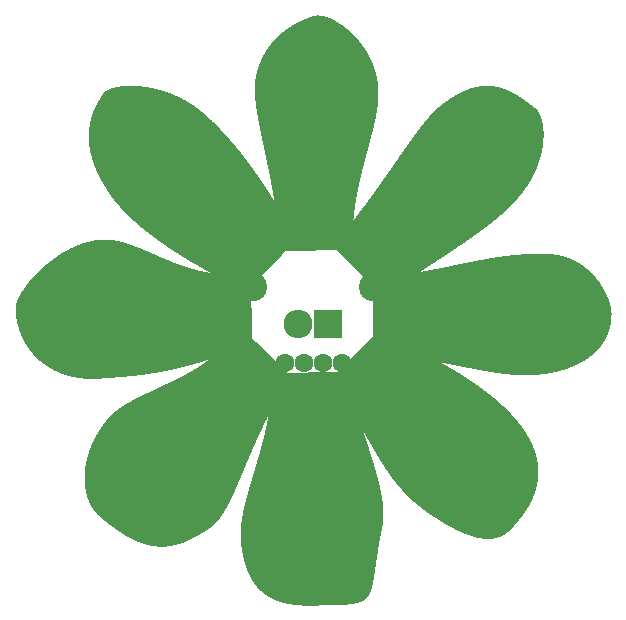
<source format=gts>
G04 #@! TF.FileFunction,Soldermask,Top*
%FSLAX46Y46*%
G04 Gerber Fmt 4.6, Leading zero omitted, Abs format (unit mm)*
G04 Created by KiCad (PCBNEW (2015-11-24 BZR 6329)-product) date Wed 06 Apr 2016 07:53:13 PM EDT*
%MOMM*%
G01*
G04 APERTURE LIST*
%ADD10C,0.100000*%
%ADD11C,0.002540*%
%ADD12O,2.900000X2.900000*%
%ADD13C,1.900000*%
%ADD14C,2.398980*%
%ADD15R,2.432000X2.432000*%
%ADD16O,2.432000X2.432000*%
%ADD17C,1.600000*%
G04 APERTURE END LIST*
D10*
D11*
G36*
X177932138Y-73192533D02*
X177931209Y-73157354D01*
X177930344Y-73122213D01*
X177929540Y-73087110D01*
X177928800Y-73052045D01*
X177928123Y-73017017D01*
X177927506Y-72982028D01*
X177926952Y-72947077D01*
X177926460Y-72912163D01*
X177926028Y-72877287D01*
X177925658Y-72842449D01*
X177925348Y-72807649D01*
X177925100Y-72772886D01*
X177924911Y-72738161D01*
X177924782Y-72703474D01*
X177924714Y-72668824D01*
X177924705Y-72634212D01*
X177924755Y-72599637D01*
X177924865Y-72565100D01*
X177925033Y-72530600D01*
X177925259Y-72496137D01*
X177925545Y-72461713D01*
X177925888Y-72427325D01*
X177926288Y-72392976D01*
X177926746Y-72358662D01*
X177927262Y-72324386D01*
X177927836Y-72290149D01*
X177928465Y-72255947D01*
X177929151Y-72221784D01*
X177929893Y-72187657D01*
X177930692Y-72153568D01*
X177931546Y-72119515D01*
X177932456Y-72085500D01*
X177933421Y-72051521D01*
X177934441Y-72017580D01*
X177935516Y-71983675D01*
X177936646Y-71949808D01*
X177937830Y-71915978D01*
X177939068Y-71882185D01*
X177940359Y-71848427D01*
X177941705Y-71814707D01*
X177943103Y-71781025D01*
X177944555Y-71747378D01*
X177946059Y-71713768D01*
X177947617Y-71680195D01*
X177949225Y-71646659D01*
X177950887Y-71613159D01*
X177952600Y-71579696D01*
X177954364Y-71546270D01*
X177956181Y-71512880D01*
X177958047Y-71479527D01*
X177959965Y-71446210D01*
X177961934Y-71412929D01*
X177963952Y-71379685D01*
X177966020Y-71346478D01*
X177968139Y-71313306D01*
X177970307Y-71280171D01*
X177972524Y-71247072D01*
X177974790Y-71214010D01*
X177977105Y-71180984D01*
X177979469Y-71147994D01*
X177981881Y-71115041D01*
X177984341Y-71082123D01*
X177986848Y-71049241D01*
X177989404Y-71016396D01*
X177992006Y-70983586D01*
X177994655Y-70950813D01*
X177997352Y-70918076D01*
X178000095Y-70885374D01*
X178002884Y-70852709D01*
X178005719Y-70820080D01*
X178008600Y-70787485D01*
X178011527Y-70754927D01*
X178014498Y-70722405D01*
X178017515Y-70689920D01*
X178020576Y-70657469D01*
X178023683Y-70625053D01*
X178026832Y-70592675D01*
X178030027Y-70560332D01*
X178033265Y-70528023D01*
X178036547Y-70495751D01*
X178039872Y-70463514D01*
X178043240Y-70431312D01*
X178046650Y-70399147D01*
X178050103Y-70367017D01*
X178053599Y-70334921D01*
X178057136Y-70302862D01*
X178060715Y-70270838D01*
X178064336Y-70238849D01*
X178067998Y-70206896D01*
X178071701Y-70174978D01*
X178075445Y-70143094D01*
X178079229Y-70111247D01*
X178083054Y-70079434D01*
X178086918Y-70047658D01*
X178090823Y-70015915D01*
X178094766Y-69984208D01*
X178098750Y-69952536D01*
X178102772Y-69920898D01*
X178106832Y-69889297D01*
X178110932Y-69857730D01*
X178115070Y-69826197D01*
X178119245Y-69794700D01*
X178123459Y-69763238D01*
X178127710Y-69731810D01*
X178131998Y-69700417D01*
X178136323Y-69669059D01*
X178140684Y-69637736D01*
X178145083Y-69606447D01*
X178149518Y-69575193D01*
X178153989Y-69543974D01*
X178158495Y-69512790D01*
X178163037Y-69481640D01*
X178167614Y-69450525D01*
X178172226Y-69419444D01*
X178176873Y-69388397D01*
X178181554Y-69357385D01*
X178186270Y-69326408D01*
X178191019Y-69295465D01*
X178195803Y-69264557D01*
X178200620Y-69233682D01*
X178205470Y-69202843D01*
X178210353Y-69172037D01*
X178215269Y-69141265D01*
X178220217Y-69110529D01*
X178225198Y-69079825D01*
X178230210Y-69049156D01*
X178235254Y-69018522D01*
X178240330Y-68987921D01*
X178245437Y-68957355D01*
X178250575Y-68926822D01*
X178255744Y-68896323D01*
X178260943Y-68865859D01*
X178266173Y-68835428D01*
X178271432Y-68805032D01*
X178276721Y-68774669D01*
X178282039Y-68744340D01*
X178287387Y-68714045D01*
X178292764Y-68683784D01*
X178298170Y-68653556D01*
X178303605Y-68623362D01*
X178309067Y-68593203D01*
X178314557Y-68563076D01*
X178320074Y-68532983D01*
X178325620Y-68502924D01*
X178331193Y-68472898D01*
X178336792Y-68442906D01*
X178342419Y-68412948D01*
X178348072Y-68383023D01*
X178353751Y-68353131D01*
X178359456Y-68323273D01*
X178365187Y-68293448D01*
X178370943Y-68263657D01*
X178376725Y-68233898D01*
X178382531Y-68204174D01*
X178388362Y-68174482D01*
X178394218Y-68144823D01*
X178400098Y-68115199D01*
X178406001Y-68085606D01*
X178411929Y-68056047D01*
X178417880Y-68026522D01*
X178423853Y-67997029D01*
X178429851Y-67967570D01*
X178435871Y-67938143D01*
X178441914Y-67908750D01*
X178447978Y-67879389D01*
X178454064Y-67850062D01*
X178460173Y-67820767D01*
X178466303Y-67791505D01*
X178472453Y-67762276D01*
X178478625Y-67733079D01*
X178484818Y-67703916D01*
X178491031Y-67674786D01*
X178497264Y-67645687D01*
X178503517Y-67616622D01*
X178509790Y-67587589D01*
X178516082Y-67558589D01*
X178522393Y-67529621D01*
X178528724Y-67500686D01*
X178535073Y-67471784D01*
X178541441Y-67442914D01*
X178547827Y-67414076D01*
X178554231Y-67385271D01*
X178560652Y-67356499D01*
X178567090Y-67327759D01*
X178573547Y-67299050D01*
X178580020Y-67270375D01*
X178586509Y-67241731D01*
X178593016Y-67213120D01*
X178599539Y-67184541D01*
X178606077Y-67155995D01*
X178612631Y-67127480D01*
X178619200Y-67098997D01*
X178625785Y-67070547D01*
X178632384Y-67042129D01*
X178638999Y-67013742D01*
X178645628Y-66985388D01*
X178652271Y-66957066D01*
X178658927Y-66928775D01*
X178665598Y-66900517D01*
X178672282Y-66872290D01*
X178678979Y-66844096D01*
X178685690Y-66815932D01*
X178692412Y-66787802D01*
X178699147Y-66759702D01*
X178705895Y-66731635D01*
X178712654Y-66703599D01*
X178719425Y-66675594D01*
X178726208Y-66647621D01*
X178733002Y-66619680D01*
X178739806Y-66591770D01*
X178746621Y-66563893D01*
X178753448Y-66536046D01*
X178760283Y-66508231D01*
X178767129Y-66480447D01*
X178773984Y-66452695D01*
X178780849Y-66424974D01*
X178787723Y-66397285D01*
X178794606Y-66369627D01*
X178801498Y-66342000D01*
X178808399Y-66314404D01*
X178815306Y-66286839D01*
X178822222Y-66259307D01*
X178829147Y-66231804D01*
X178836078Y-66204334D01*
X178843016Y-66176893D01*
X178849962Y-66149484D01*
X178856913Y-66122107D01*
X178863872Y-66094760D01*
X178870837Y-66067444D01*
X178877807Y-66040159D01*
X178884783Y-66012906D01*
X178891765Y-65985682D01*
X178898752Y-65958490D01*
X178905743Y-65931329D01*
X178912740Y-65904199D01*
X178919741Y-65877099D01*
X178926746Y-65850030D01*
X178933755Y-65822992D01*
X178940767Y-65795984D01*
X178947783Y-65769007D01*
X178954803Y-65742061D01*
X178961824Y-65715145D01*
X178968849Y-65688259D01*
X178975876Y-65661405D01*
X178982905Y-65634581D01*
X178989936Y-65607786D01*
X178996969Y-65581023D01*
X179004003Y-65554289D01*
X179011038Y-65527587D01*
X179018075Y-65500915D01*
X179025111Y-65474272D01*
X179032148Y-65447661D01*
X179039186Y-65421079D01*
X179046223Y-65394528D01*
X179053260Y-65368007D01*
X179060297Y-65341515D01*
X179067333Y-65315055D01*
X179074367Y-65288623D01*
X179081400Y-65262223D01*
X179088431Y-65235852D01*
X179095461Y-65209511D01*
X179102488Y-65183200D01*
X179109513Y-65156920D01*
X179116536Y-65130668D01*
X179123556Y-65104447D01*
X179130573Y-65078256D01*
X179137586Y-65052095D01*
X179144595Y-65025962D01*
X179151601Y-64999860D01*
X179158603Y-64973788D01*
X179165600Y-64947745D01*
X179172592Y-64921732D01*
X179179581Y-64895749D01*
X179186563Y-64869795D01*
X179193541Y-64843870D01*
X179200512Y-64817976D01*
X179207477Y-64792111D01*
X179214437Y-64766275D01*
X179221391Y-64740468D01*
X179228338Y-64714692D01*
X179235277Y-64688944D01*
X179242210Y-64663226D01*
X179249135Y-64637536D01*
X179256053Y-64611877D01*
X179262963Y-64586247D01*
X179269865Y-64560646D01*
X179276758Y-64535073D01*
X179283643Y-64509530D01*
X179290519Y-64484016D01*
X179297386Y-64458533D01*
X179304243Y-64433077D01*
X179311091Y-64407650D01*
X179317929Y-64382252D01*
X179324757Y-64356884D01*
X179331574Y-64331544D01*
X179338380Y-64306233D01*
X179345176Y-64280951D01*
X179351961Y-64255699D01*
X179358735Y-64230473D01*
X179365496Y-64205279D01*
X179372246Y-64180112D01*
X179378984Y-64154974D01*
X179385709Y-64129864D01*
X179392421Y-64104784D01*
X179399121Y-64079731D01*
X179405808Y-64054708D01*
X179412481Y-64029713D01*
X179419142Y-64004747D01*
X179425787Y-63979809D01*
X179432418Y-63954900D01*
X179439036Y-63930018D01*
X179445639Y-63905166D01*
X179452226Y-63880342D01*
X179458798Y-63855546D01*
X179465356Y-63830779D01*
X179471898Y-63806039D01*
X179478423Y-63781328D01*
X179484932Y-63756645D01*
X179491425Y-63731991D01*
X179497901Y-63707364D01*
X179504361Y-63682767D01*
X179510804Y-63658197D01*
X179517229Y-63633654D01*
X179523636Y-63609140D01*
X179530026Y-63584654D01*
X179536397Y-63560196D01*
X179542750Y-63535766D01*
X179549084Y-63511364D01*
X179555399Y-63486989D01*
X179561695Y-63462643D01*
X179567972Y-63438324D01*
X179574230Y-63414033D01*
X179580466Y-63389771D01*
X179586684Y-63365534D01*
X179592880Y-63341327D01*
X179599056Y-63317147D01*
X179605211Y-63292995D01*
X179611345Y-63268869D01*
X179617458Y-63244772D01*
X179623548Y-63220703D01*
X179629618Y-63196660D01*
X179635664Y-63172646D01*
X179641688Y-63148659D01*
X179647690Y-63124699D01*
X179653669Y-63100767D01*
X179659624Y-63076862D01*
X179665557Y-63052984D01*
X179671465Y-63029134D01*
X179677350Y-63005310D01*
X179683210Y-62981514D01*
X179689047Y-62957746D01*
X179694858Y-62934004D01*
X179700644Y-62910290D01*
X179706406Y-62886602D01*
X179712142Y-62862941D01*
X179717852Y-62839309D01*
X179723536Y-62815702D01*
X179729194Y-62792123D01*
X179734826Y-62768571D01*
X179740431Y-62745046D01*
X179746009Y-62721547D01*
X179751560Y-62698076D01*
X179757083Y-62674631D01*
X179762579Y-62651213D01*
X179768047Y-62627822D01*
X179773487Y-62604457D01*
X179778898Y-62581120D01*
X179784281Y-62557808D01*
X179789635Y-62534525D01*
X179794959Y-62511266D01*
X179800254Y-62488035D01*
X179805519Y-62464830D01*
X179810755Y-62441653D01*
X179815960Y-62418500D01*
X179821135Y-62395375D01*
X179826279Y-62372277D01*
X179831392Y-62349204D01*
X179836474Y-62326159D01*
X179841524Y-62303139D01*
X179846544Y-62280145D01*
X179851531Y-62257179D01*
X179856486Y-62234238D01*
X179861408Y-62211323D01*
X179866297Y-62188434D01*
X179871154Y-62165572D01*
X179875978Y-62142736D01*
X179880768Y-62119927D01*
X179885525Y-62097142D01*
X179890246Y-62074384D01*
X179894935Y-62051652D01*
X179899589Y-62028946D01*
X179904207Y-62006266D01*
X179908792Y-61983612D01*
X179913340Y-61960983D01*
X179917854Y-61938381D01*
X179922332Y-61915804D01*
X179926774Y-61893253D01*
X179931179Y-61870728D01*
X179935548Y-61848229D01*
X179939881Y-61825755D01*
X179944177Y-61803307D01*
X179948435Y-61780884D01*
X179952656Y-61758487D01*
X179956839Y-61736116D01*
X179960985Y-61713770D01*
X179965091Y-61691450D01*
X179969160Y-61669155D01*
X179973190Y-61646886D01*
X179977181Y-61624642D01*
X179981132Y-61602423D01*
X179985044Y-61580230D01*
X179988917Y-61558062D01*
X179992750Y-61535919D01*
X179996542Y-61513802D01*
X180000294Y-61491710D01*
X180004005Y-61469643D01*
X180007675Y-61447602D01*
X180011304Y-61425585D01*
X180014892Y-61403593D01*
X180018438Y-61381626D01*
X180021941Y-61359685D01*
X180025403Y-61337769D01*
X180028822Y-61315877D01*
X180032199Y-61294011D01*
X180035532Y-61272169D01*
X180038823Y-61250352D01*
X180042070Y-61228560D01*
X180045273Y-61206793D01*
X180048431Y-61185051D01*
X180051547Y-61163333D01*
X180054617Y-61141640D01*
X180057643Y-61119972D01*
X180060623Y-61098328D01*
X180063558Y-61076710D01*
X180066449Y-61055116D01*
X180069293Y-61033546D01*
X180072091Y-61012001D01*
X180074843Y-60990480D01*
X180077549Y-60968985D01*
X180080208Y-60947513D01*
X180082820Y-60926065D01*
X180085385Y-60904643D01*
X180087901Y-60883244D01*
X180090371Y-60861870D01*
X180092792Y-60840520D01*
X180095165Y-60819194D01*
X180097491Y-60797893D01*
X180099766Y-60776615D01*
X180101994Y-60755362D01*
X180104171Y-60734133D01*
X180106300Y-60712929D01*
X180108378Y-60691748D01*
X180110406Y-60670591D01*
X180112385Y-60649458D01*
X180114313Y-60628350D01*
X180116190Y-60607266D01*
X180118016Y-60586205D01*
X180119791Y-60565168D01*
X180121514Y-60544155D01*
X180123186Y-60523165D01*
X180124805Y-60502200D01*
X180126373Y-60481258D01*
X180127888Y-60460341D01*
X180129350Y-60439446D01*
X180130760Y-60418575D01*
X180132115Y-60397729D01*
X180133417Y-60376905D01*
X180134666Y-60356106D01*
X180135861Y-60335330D01*
X180137001Y-60314577D01*
X180138088Y-60293849D01*
X180139118Y-60273143D01*
X180140095Y-60252460D01*
X180141015Y-60231802D01*
X180141881Y-60211166D01*
X180142690Y-60190553D01*
X180143444Y-60169965D01*
X180144141Y-60149399D01*
X180144782Y-60128857D01*
X180145367Y-60108338D01*
X180145894Y-60087842D01*
X180146364Y-60067370D01*
X180146776Y-60046919D01*
X180147131Y-60026493D01*
X180147427Y-60006089D01*
X180147666Y-59985709D01*
X180147845Y-59965352D01*
X180147966Y-59945017D01*
X180148029Y-59924706D01*
X180148032Y-59904417D01*
X180147975Y-59884151D01*
X180147858Y-59863908D01*
X180147682Y-59843688D01*
X180147444Y-59823490D01*
X180147147Y-59803316D01*
X180146789Y-59783163D01*
X180146370Y-59763034D01*
X180145889Y-59742927D01*
X180145348Y-59722843D01*
X180144744Y-59702782D01*
X180144079Y-59682744D01*
X180143350Y-59662728D01*
X180142560Y-59642734D01*
X180141707Y-59622762D01*
X180140790Y-59602814D01*
X180139811Y-59582886D01*
X180138768Y-59562983D01*
X180137661Y-59543101D01*
X180136490Y-59523241D01*
X180135255Y-59503404D01*
X180133956Y-59483590D01*
X180132591Y-59463797D01*
X180131161Y-59444027D01*
X180129667Y-59424278D01*
X180128107Y-59404552D01*
X180126481Y-59384847D01*
X180124788Y-59365165D01*
X180123030Y-59345506D01*
X180121205Y-59325868D01*
X180119314Y-59306252D01*
X180115871Y-59272116D01*
X180112254Y-59238057D01*
X180108466Y-59204077D01*
X180104505Y-59170174D01*
X180100373Y-59136351D01*
X180096073Y-59102606D01*
X180091603Y-59068940D01*
X180086964Y-59035353D01*
X180082160Y-59001844D01*
X180077188Y-58968417D01*
X180072052Y-58935068D01*
X180066751Y-58901799D01*
X180061286Y-58868610D01*
X180055659Y-58835501D01*
X180049871Y-58802474D01*
X180043921Y-58769526D01*
X180037812Y-58736659D01*
X180031544Y-58703874D01*
X180025117Y-58671169D01*
X180018533Y-58638546D01*
X180011794Y-58606003D01*
X180004898Y-58573543D01*
X179997848Y-58541166D01*
X179990645Y-58508869D01*
X179983289Y-58476656D01*
X179975781Y-58444524D01*
X179968122Y-58412476D01*
X179960314Y-58380510D01*
X179952357Y-58348628D01*
X179944250Y-58316829D01*
X179935997Y-58285113D01*
X179927597Y-58253481D01*
X179919053Y-58221932D01*
X179910363Y-58190468D01*
X179901530Y-58159088D01*
X179892553Y-58127792D01*
X179883435Y-58096580D01*
X179874176Y-58065454D01*
X179864778Y-58034413D01*
X179855240Y-58003456D01*
X179845564Y-57972585D01*
X179835750Y-57941799D01*
X179825800Y-57911100D01*
X179815714Y-57880486D01*
X179805494Y-57849958D01*
X179795140Y-57819517D01*
X179784653Y-57789162D01*
X179774034Y-57758894D01*
X179763285Y-57728713D01*
X179752405Y-57698618D01*
X179741395Y-57668611D01*
X179730258Y-57638691D01*
X179718992Y-57608860D01*
X179707601Y-57579115D01*
X179696084Y-57549459D01*
X179684442Y-57519891D01*
X179672676Y-57490411D01*
X179660788Y-57461020D01*
X179648777Y-57431718D01*
X179636645Y-57402504D01*
X179624392Y-57373380D01*
X179612022Y-57344346D01*
X179599532Y-57315401D01*
X179586924Y-57286545D01*
X179574201Y-57257780D01*
X179561361Y-57229104D01*
X179548406Y-57200519D01*
X179535338Y-57172024D01*
X179522157Y-57143620D01*
X179508863Y-57115306D01*
X179495458Y-57087084D01*
X179481943Y-57058953D01*
X179468319Y-57030914D01*
X179454587Y-57002966D01*
X179440746Y-56975110D01*
X179426798Y-56947345D01*
X179412745Y-56919674D01*
X179398588Y-56892094D01*
X179384326Y-56864608D01*
X179369961Y-56837213D01*
X179355493Y-56809912D01*
X179340925Y-56782704D01*
X179326256Y-56755589D01*
X179311488Y-56728568D01*
X179296621Y-56701641D01*
X179281656Y-56674806D01*
X179266595Y-56648067D01*
X179251437Y-56621422D01*
X179236185Y-56594871D01*
X179220839Y-56568415D01*
X179205400Y-56542054D01*
X179189868Y-56515788D01*
X179174244Y-56489617D01*
X179158531Y-56463542D01*
X179142728Y-56437562D01*
X179126836Y-56411677D01*
X179110857Y-56385889D01*
X179094790Y-56360197D01*
X179078637Y-56334602D01*
X179062400Y-56309103D01*
X179046078Y-56283700D01*
X179029673Y-56258396D01*
X179013185Y-56233187D01*
X178996617Y-56208077D01*
X178979968Y-56183063D01*
X178963239Y-56158147D01*
X178946431Y-56133330D01*
X178929545Y-56108611D01*
X178912582Y-56083990D01*
X178895544Y-56059466D01*
X178878430Y-56035042D01*
X178861242Y-56010717D01*
X178843981Y-55986491D01*
X178826648Y-55962364D01*
X178809242Y-55938336D01*
X178791766Y-55914408D01*
X178774220Y-55890580D01*
X178756606Y-55866852D01*
X178738924Y-55843223D01*
X178721174Y-55819696D01*
X178703359Y-55796268D01*
X178685477Y-55772943D01*
X178667532Y-55749716D01*
X178649524Y-55726593D01*
X178631453Y-55703569D01*
X178613320Y-55680648D01*
X178595126Y-55657829D01*
X178576874Y-55635110D01*
X178558561Y-55612495D01*
X178540191Y-55589982D01*
X178521764Y-55567570D01*
X178503280Y-55545262D01*
X178484741Y-55523056D01*
X178466148Y-55500953D01*
X178447501Y-55478954D01*
X178428802Y-55457059D01*
X178410051Y-55435266D01*
X178391249Y-55413578D01*
X178372397Y-55391993D01*
X178353496Y-55370513D01*
X178334548Y-55349137D01*
X178315551Y-55327866D01*
X178296509Y-55306699D01*
X178277421Y-55285637D01*
X178258289Y-55264681D01*
X178239113Y-55243830D01*
X178219894Y-55223084D01*
X178200635Y-55202444D01*
X178181333Y-55181910D01*
X178161992Y-55161482D01*
X178142612Y-55141160D01*
X178123192Y-55120945D01*
X178103737Y-55100836D01*
X178084245Y-55080834D01*
X178064718Y-55060939D01*
X178045155Y-55041152D01*
X178025560Y-55021471D01*
X178005931Y-55001898D01*
X177986270Y-54982433D01*
X177966579Y-54963076D01*
X177946857Y-54943828D01*
X177927106Y-54924687D01*
X177907327Y-54905656D01*
X177887521Y-54886732D01*
X177867688Y-54867919D01*
X177847830Y-54849213D01*
X177827947Y-54830618D01*
X177808040Y-54812132D01*
X177788110Y-54793755D01*
X177768158Y-54775489D01*
X177748186Y-54757332D01*
X177728193Y-54739286D01*
X177708180Y-54721350D01*
X177688150Y-54703525D01*
X177668103Y-54685810D01*
X177648038Y-54668207D01*
X177627958Y-54650715D01*
X177607864Y-54633334D01*
X177587755Y-54616065D01*
X177567633Y-54598908D01*
X177547499Y-54581863D01*
X177527355Y-54564929D01*
X177507200Y-54548108D01*
X177487035Y-54531401D01*
X177466863Y-54514805D01*
X177446682Y-54498322D01*
X177426496Y-54481952D01*
X177406303Y-54465697D01*
X177386105Y-54449553D01*
X177365904Y-54433525D01*
X177345699Y-54417610D01*
X177325492Y-54401808D01*
X177305285Y-54386121D01*
X177285077Y-54370549D01*
X177264869Y-54355092D01*
X177244664Y-54339748D01*
X177224460Y-54324520D01*
X177204259Y-54309408D01*
X177184064Y-54294410D01*
X177163872Y-54279528D01*
X177143688Y-54264763D01*
X177123509Y-54250112D01*
X177103338Y-54235579D01*
X177083177Y-54221161D01*
X177063025Y-54206860D01*
X177042884Y-54192677D01*
X177022753Y-54178609D01*
X177002636Y-54164659D01*
X176982530Y-54150826D01*
X176962440Y-54137111D01*
X176942364Y-54123513D01*
X176922305Y-54110033D01*
X176902262Y-54096671D01*
X176882237Y-54083427D01*
X176862230Y-54070302D01*
X176842244Y-54057296D01*
X176822276Y-54044408D01*
X176802331Y-54031640D01*
X176782408Y-54018990D01*
X176762509Y-54006460D01*
X176742633Y-53994050D01*
X176722782Y-53981759D01*
X176702957Y-53969589D01*
X176683158Y-53957538D01*
X176663387Y-53945608D01*
X176643645Y-53933798D01*
X176623933Y-53922109D01*
X176604250Y-53910541D01*
X176584598Y-53899094D01*
X176564980Y-53887768D01*
X176545393Y-53876564D01*
X176525841Y-53865482D01*
X176506324Y-53854521D01*
X176486842Y-53843683D01*
X176467398Y-53832966D01*
X176447990Y-53822372D01*
X176428621Y-53811901D01*
X176409291Y-53801553D01*
X176390002Y-53791327D01*
X176370754Y-53781224D01*
X176351548Y-53771246D01*
X176332385Y-53761390D01*
X176313265Y-53751659D01*
X176294191Y-53742051D01*
X176275162Y-53732568D01*
X176256180Y-53723209D01*
X176237245Y-53713975D01*
X176218358Y-53704864D01*
X176199521Y-53695879D01*
X176180734Y-53687020D01*
X176161998Y-53678285D01*
X176143314Y-53669676D01*
X176124683Y-53661193D01*
X176106105Y-53652835D01*
X176087583Y-53644603D01*
X176069116Y-53636498D01*
X176050705Y-53628519D01*
X176032352Y-53620667D01*
X176014056Y-53612942D01*
X175995821Y-53605343D01*
X175977646Y-53597872D01*
X175959531Y-53590529D01*
X175941478Y-53583312D01*
X175923488Y-53576224D01*
X175905561Y-53569263D01*
X175887700Y-53562430D01*
X175869904Y-53555726D01*
X175852174Y-53549151D01*
X175834511Y-53542704D01*
X175816917Y-53536386D01*
X175799391Y-53530197D01*
X175781936Y-53524138D01*
X175764551Y-53518207D01*
X175747239Y-53512407D01*
X175729999Y-53506736D01*
X175712833Y-53501196D01*
X175695741Y-53495786D01*
X175678725Y-53490505D01*
X175661785Y-53485356D01*
X175644922Y-53480338D01*
X175628137Y-53475450D01*
X175611432Y-53470694D01*
X175594806Y-53466069D01*
X175578261Y-53461576D01*
X175561797Y-53457214D01*
X175545417Y-53452984D01*
X175529120Y-53448887D01*
X175512907Y-53444922D01*
X175496780Y-53441089D01*
X175480739Y-53437389D01*
X175464785Y-53433822D01*
X175448919Y-53430388D01*
X175433142Y-53427087D01*
X175417455Y-53423920D01*
X175401858Y-53420887D01*
X175386353Y-53417987D01*
X175370942Y-53415221D01*
X175355623Y-53412589D01*
X175340399Y-53410093D01*
X175325269Y-53407730D01*
X175310236Y-53405502D01*
X175295300Y-53403410D01*
X175280462Y-53401452D01*
X175265722Y-53399630D01*
X175251083Y-53397944D01*
X175236544Y-53396392D01*
X175222107Y-53394977D01*
X175207772Y-53393698D01*
X175193541Y-53392557D01*
X175179414Y-53391551D01*
X175165392Y-53390681D01*
X175151476Y-53389949D01*
X175137667Y-53389353D01*
X175123965Y-53388896D01*
X175110373Y-53388575D01*
X175096891Y-53388392D01*
X175083518Y-53388347D01*
X175070257Y-53388440D01*
X175057110Y-53388671D01*
X175044075Y-53389041D01*
X175031154Y-53389549D01*
X175018348Y-53390196D01*
X175005658Y-53390982D01*
X174993086Y-53391907D01*
X174980630Y-53392972D01*
X174968294Y-53394176D01*
X174956077Y-53395520D01*
X174943980Y-53397003D01*
X174932006Y-53398627D01*
X174920153Y-53400392D01*
X174908423Y-53402296D01*
X174896819Y-53404341D01*
X174885338Y-53406528D01*
X174873983Y-53408855D01*
X174862755Y-53411324D01*
X174851656Y-53413934D01*
X174840684Y-53416686D01*
X174829483Y-53419598D01*
X174818141Y-53422574D01*
X174806657Y-53425614D01*
X174795032Y-53428719D01*
X174783270Y-53431889D01*
X174771368Y-53435125D01*
X174759331Y-53438426D01*
X174747158Y-53441794D01*
X174734849Y-53445228D01*
X174722407Y-53448729D01*
X174709833Y-53452297D01*
X174697127Y-53455933D01*
X174684291Y-53459637D01*
X174671325Y-53463409D01*
X174658230Y-53467251D01*
X174645009Y-53471160D01*
X174631661Y-53475140D01*
X174618188Y-53479190D01*
X174604592Y-53483309D01*
X174590871Y-53487500D01*
X174577028Y-53491761D01*
X174563065Y-53496093D01*
X174548982Y-53500498D01*
X174534780Y-53504975D01*
X174520460Y-53509523D01*
X174506023Y-53514145D01*
X174491471Y-53518839D01*
X174476803Y-53523607D01*
X174462023Y-53528449D01*
X174447130Y-53533365D01*
X174432125Y-53538357D01*
X174417010Y-53543423D01*
X174401785Y-53548564D01*
X174386453Y-53553781D01*
X174371013Y-53559074D01*
X174355466Y-53564444D01*
X174339815Y-53569889D01*
X174324060Y-53575413D01*
X174308201Y-53581015D01*
X174292241Y-53586693D01*
X174276179Y-53592451D01*
X174260018Y-53598287D01*
X174243758Y-53604202D01*
X174227399Y-53610196D01*
X174210945Y-53616271D01*
X174194395Y-53622424D01*
X174177750Y-53628660D01*
X174161011Y-53634975D01*
X174144180Y-53641372D01*
X174127258Y-53647850D01*
X174110246Y-53654411D01*
X174093143Y-53661054D01*
X174075953Y-53667780D01*
X174058676Y-53674588D01*
X174041312Y-53681480D01*
X174023864Y-53688456D01*
X174006331Y-53695516D01*
X173988715Y-53702660D01*
X173971018Y-53709890D01*
X173953239Y-53717204D01*
X173935381Y-53724606D01*
X173917443Y-53732091D01*
X173899429Y-53739665D01*
X173881337Y-53747324D01*
X173863170Y-53755071D01*
X173844928Y-53762904D01*
X173826614Y-53770826D01*
X173808226Y-53778837D01*
X173789767Y-53786936D01*
X173771238Y-53795124D01*
X173752639Y-53803400D01*
X173733973Y-53811767D01*
X173715240Y-53820224D01*
X173696440Y-53828771D01*
X173677574Y-53837409D01*
X173658646Y-53846138D01*
X173639654Y-53854959D01*
X173620600Y-53863872D01*
X173601486Y-53872876D01*
X173582312Y-53881974D01*
X173563079Y-53891164D01*
X173543788Y-53900447D01*
X173524441Y-53909825D01*
X173505038Y-53919296D01*
X173485581Y-53928863D01*
X173466071Y-53938523D01*
X173446508Y-53948279D01*
X173426894Y-53958131D01*
X173407229Y-53968079D01*
X173387516Y-53978122D01*
X173367754Y-53988263D01*
X173347945Y-53998500D01*
X173328090Y-54008836D01*
X173308190Y-54019268D01*
X173288246Y-54029799D01*
X173268259Y-54040428D01*
X173248231Y-54051156D01*
X173228162Y-54061984D01*
X173208054Y-54072911D01*
X173187906Y-54083938D01*
X173167720Y-54095066D01*
X173147499Y-54106294D01*
X173127242Y-54117623D01*
X173106950Y-54129053D01*
X173086625Y-54140585D01*
X173066268Y-54152220D01*
X173045880Y-54163958D01*
X173025460Y-54175797D01*
X173005013Y-54187740D01*
X172984537Y-54199787D01*
X172964034Y-54211939D01*
X172943506Y-54224193D01*
X172922952Y-54236554D01*
X172902374Y-54249019D01*
X172881774Y-54261589D01*
X172861151Y-54274266D01*
X172840508Y-54287048D01*
X172819846Y-54299938D01*
X172799165Y-54312934D01*
X172778466Y-54326037D01*
X172757751Y-54339249D01*
X172737020Y-54352568D01*
X172716275Y-54365996D01*
X172695517Y-54379532D01*
X172674747Y-54393178D01*
X172653965Y-54406933D01*
X172633173Y-54420798D01*
X172612373Y-54434774D01*
X172591564Y-54448860D01*
X172570748Y-54463056D01*
X172549926Y-54477364D01*
X172529100Y-54491785D01*
X172508269Y-54506317D01*
X172487436Y-54520961D01*
X172466601Y-54535719D01*
X172445766Y-54550589D01*
X172424931Y-54565574D01*
X172404097Y-54580672D01*
X172383266Y-54595884D01*
X172362439Y-54611212D01*
X172341616Y-54626653D01*
X172320799Y-54642211D01*
X172299989Y-54657884D01*
X172279186Y-54673674D01*
X172258393Y-54689580D01*
X172237609Y-54705602D01*
X172216836Y-54721741D01*
X172196075Y-54737999D01*
X172175328Y-54754375D01*
X172154594Y-54770869D01*
X172133876Y-54787482D01*
X172113174Y-54804213D01*
X172092489Y-54821064D01*
X172071823Y-54838035D01*
X172051176Y-54855126D01*
X172030550Y-54872338D01*
X172009944Y-54889670D01*
X171989363Y-54907125D01*
X171968803Y-54924700D01*
X171948270Y-54942398D01*
X171927762Y-54960217D01*
X171907281Y-54978160D01*
X171886827Y-54996226D01*
X171866402Y-55014415D01*
X171846008Y-55032728D01*
X171825645Y-55051165D01*
X171805313Y-55069727D01*
X171785015Y-55088414D01*
X171764751Y-55107226D01*
X171744522Y-55126164D01*
X171724330Y-55145227D01*
X171704174Y-55164418D01*
X171684057Y-55183735D01*
X171663980Y-55203179D01*
X171643944Y-55222751D01*
X171623948Y-55242451D01*
X171603997Y-55262279D01*
X171584088Y-55282235D01*
X171564223Y-55302321D01*
X171544406Y-55322535D01*
X171524635Y-55342881D01*
X171504911Y-55363355D01*
X171485237Y-55383960D01*
X171465612Y-55404696D01*
X171446039Y-55425564D01*
X171426518Y-55446562D01*
X171407051Y-55467692D01*
X171387637Y-55488956D01*
X171368278Y-55510351D01*
X171348976Y-55531880D01*
X171329733Y-55553542D01*
X171310546Y-55575338D01*
X171291420Y-55597267D01*
X171272355Y-55619333D01*
X171253351Y-55641531D01*
X171234409Y-55663867D01*
X171215531Y-55686336D01*
X171196719Y-55708943D01*
X171177972Y-55731686D01*
X171159292Y-55754564D01*
X171140680Y-55777581D01*
X171122137Y-55800734D01*
X171103664Y-55824026D01*
X171085262Y-55847456D01*
X171066932Y-55871024D01*
X171048676Y-55894731D01*
X171030495Y-55918578D01*
X171012388Y-55942564D01*
X170994357Y-55966690D01*
X170976405Y-55990956D01*
X170958531Y-56015363D01*
X170940736Y-56039912D01*
X170923023Y-56064602D01*
X170905391Y-56089434D01*
X170887841Y-56114407D01*
X170870376Y-56139523D01*
X170852996Y-56164783D01*
X170835701Y-56190186D01*
X170818493Y-56215732D01*
X170801373Y-56241423D01*
X170784343Y-56267258D01*
X170767403Y-56293238D01*
X170750554Y-56319363D01*
X170733797Y-56345633D01*
X170717133Y-56372050D01*
X170700564Y-56398612D01*
X170684091Y-56425321D01*
X170667714Y-56452177D01*
X170651434Y-56479181D01*
X170635253Y-56506332D01*
X170619172Y-56533632D01*
X170603190Y-56561079D01*
X170587312Y-56588676D01*
X170571536Y-56616421D01*
X170555864Y-56644317D01*
X170540296Y-56672362D01*
X170524836Y-56700558D01*
X170509481Y-56728904D01*
X170494234Y-56757401D01*
X170479098Y-56786050D01*
X170464072Y-56814851D01*
X170449156Y-56843803D01*
X170434353Y-56872908D01*
X170419663Y-56902167D01*
X170405088Y-56931578D01*
X170390628Y-56961142D01*
X170376285Y-56990861D01*
X170362059Y-57020735D01*
X170347953Y-57050762D01*
X170333966Y-57080945D01*
X170320099Y-57111283D01*
X170306355Y-57141778D01*
X170292733Y-57172429D01*
X170279235Y-57203235D01*
X170265863Y-57234199D01*
X170252616Y-57265320D01*
X170239496Y-57296599D01*
X170226505Y-57328036D01*
X170213642Y-57359631D01*
X170200911Y-57391385D01*
X170188310Y-57423298D01*
X170175842Y-57455370D01*
X170163507Y-57487603D01*
X170151307Y-57519996D01*
X170139242Y-57552548D01*
X170127314Y-57585263D01*
X170115523Y-57618138D01*
X170103872Y-57651175D01*
X170092360Y-57684375D01*
X170080989Y-57717736D01*
X170069760Y-57751260D01*
X170058674Y-57784948D01*
X170047732Y-57818799D01*
X170036934Y-57852814D01*
X170026283Y-57886993D01*
X170015779Y-57921337D01*
X170005424Y-57955847D01*
X169995217Y-57990520D01*
X169985162Y-58025360D01*
X169975257Y-58060367D01*
X169965505Y-58095539D01*
X169955906Y-58130878D01*
X169946462Y-58166385D01*
X169937173Y-58202059D01*
X169928042Y-58237901D01*
X169919067Y-58273911D01*
X169910252Y-58310091D01*
X169901597Y-58346438D01*
X169893102Y-58382956D01*
X169884770Y-58419643D01*
X169876600Y-58456500D01*
X169868595Y-58493528D01*
X169860754Y-58530727D01*
X169853080Y-58568096D01*
X169845572Y-58605638D01*
X169838234Y-58643352D01*
X169835387Y-58658369D01*
X169832599Y-58673450D01*
X169829869Y-58688595D01*
X169827196Y-58703804D01*
X169824581Y-58719078D01*
X169822023Y-58734414D01*
X169819524Y-58749814D01*
X169817081Y-58765278D01*
X169814694Y-58780804D01*
X169812364Y-58796394D01*
X169810091Y-58812048D01*
X169807874Y-58827765D01*
X169805714Y-58843544D01*
X169803609Y-58859386D01*
X169801561Y-58875292D01*
X169799567Y-58891259D01*
X169797630Y-58907289D01*
X169795747Y-58923382D01*
X169793919Y-58939537D01*
X169792147Y-58955754D01*
X169790429Y-58972033D01*
X169788765Y-58988375D01*
X169787155Y-59004778D01*
X169785600Y-59021243D01*
X169784099Y-59037770D01*
X169782651Y-59054359D01*
X169781257Y-59071009D01*
X169779916Y-59087721D01*
X169778629Y-59104493D01*
X169777394Y-59121328D01*
X169776212Y-59138223D01*
X169775082Y-59155179D01*
X169774006Y-59172196D01*
X169772981Y-59189274D01*
X169772008Y-59206413D01*
X169771087Y-59223613D01*
X169770219Y-59240872D01*
X169769401Y-59258193D01*
X169768635Y-59275573D01*
X169767919Y-59293014D01*
X169767255Y-59310515D01*
X169766641Y-59328076D01*
X169766079Y-59345696D01*
X169765566Y-59363377D01*
X169765103Y-59381117D01*
X169764690Y-59398917D01*
X169764327Y-59416776D01*
X169764014Y-59434696D01*
X169763750Y-59452674D01*
X169763535Y-59470711D01*
X169763370Y-59488807D01*
X169763253Y-59506962D01*
X169763185Y-59525176D01*
X169763165Y-59543449D01*
X169763194Y-59561782D01*
X169763271Y-59580172D01*
X169763396Y-59598620D01*
X169763568Y-59617127D01*
X169763788Y-59635692D01*
X169764056Y-59654317D01*
X169764370Y-59672998D01*
X169764731Y-59691737D01*
X169765139Y-59710535D01*
X169765595Y-59729390D01*
X169766096Y-59748302D01*
X169766644Y-59767273D01*
X169767237Y-59786301D01*
X169767876Y-59805386D01*
X169768561Y-59824529D01*
X169769292Y-59843728D01*
X169770068Y-59862985D01*
X169770889Y-59882299D01*
X169771755Y-59901670D01*
X169772665Y-59921097D01*
X169773621Y-59940580D01*
X169774621Y-59960121D01*
X169775664Y-59979718D01*
X169776751Y-59999371D01*
X169777883Y-60019081D01*
X169779059Y-60038846D01*
X169780277Y-60058667D01*
X169781538Y-60078545D01*
X169782843Y-60098479D01*
X169784191Y-60118468D01*
X169785582Y-60138512D01*
X169787014Y-60158612D01*
X169788489Y-60178768D01*
X169790007Y-60198979D01*
X169791567Y-60219245D01*
X169793167Y-60239567D01*
X169794810Y-60259942D01*
X169796493Y-60280374D01*
X169798219Y-60300860D01*
X169799984Y-60321400D01*
X169801791Y-60341995D01*
X169803639Y-60362646D01*
X169805527Y-60383350D01*
X169807455Y-60404108D01*
X169809423Y-60424921D01*
X169811431Y-60445788D01*
X169813479Y-60466709D01*
X169815566Y-60487684D01*
X169817693Y-60508712D01*
X169819859Y-60529794D01*
X169822063Y-60550929D01*
X169824306Y-60572119D01*
X169826589Y-60593362D01*
X169828909Y-60614658D01*
X169831267Y-60636006D01*
X169833664Y-60657409D01*
X169836098Y-60678864D01*
X169838570Y-60700372D01*
X169841079Y-60721933D01*
X169843626Y-60743547D01*
X169846210Y-60765212D01*
X169848831Y-60786931D01*
X169851488Y-60808702D01*
X169854181Y-60830525D01*
X169856911Y-60852400D01*
X169859678Y-60874328D01*
X169862480Y-60896307D01*
X169865318Y-60918338D01*
X169868191Y-60940421D01*
X169871100Y-60962555D01*
X169874044Y-60984741D01*
X169877023Y-61006979D01*
X169880037Y-61029268D01*
X169883086Y-61051608D01*
X169886168Y-61073999D01*
X169889285Y-61096442D01*
X169892437Y-61118935D01*
X169895621Y-61141479D01*
X169898841Y-61164074D01*
X169902094Y-61186719D01*
X169905379Y-61209414D01*
X169908697Y-61232161D01*
X169912049Y-61254958D01*
X169915434Y-61277805D01*
X169918851Y-61300702D01*
X169922300Y-61323649D01*
X169925782Y-61346647D01*
X169929295Y-61369693D01*
X169932841Y-61392790D01*
X169936418Y-61415935D01*
X169940027Y-61439131D01*
X169943667Y-61462376D01*
X169947338Y-61485671D01*
X169951040Y-61509014D01*
X169954772Y-61532407D01*
X169958535Y-61555849D01*
X169962329Y-61579340D01*
X169966153Y-61602879D01*
X169970006Y-61626466D01*
X169973889Y-61650103D01*
X169977802Y-61673788D01*
X169981744Y-61697522D01*
X169985716Y-61721304D01*
X169989716Y-61745134D01*
X169993745Y-61769012D01*
X169997803Y-61792938D01*
X170001890Y-61816912D01*
X170006005Y-61840933D01*
X170010147Y-61865003D01*
X170014317Y-61889121D01*
X170018516Y-61913285D01*
X170022742Y-61937496D01*
X170026995Y-61961756D01*
X170031275Y-61986061D01*
X170035583Y-62010415D01*
X170039917Y-62034816D01*
X170044277Y-62059263D01*
X170048664Y-62083756D01*
X170053077Y-62108297D01*
X170057517Y-62132884D01*
X170061982Y-62157518D01*
X170066473Y-62182198D01*
X170070990Y-62206924D01*
X170075531Y-62231697D01*
X170080098Y-62256515D01*
X170084689Y-62281380D01*
X170089306Y-62306289D01*
X170093947Y-62331246D01*
X170098611Y-62356247D01*
X170103301Y-62381294D01*
X170108014Y-62406387D01*
X170112750Y-62431524D01*
X170117511Y-62456708D01*
X170122296Y-62481936D01*
X170127102Y-62507209D01*
X170131933Y-62532527D01*
X170136786Y-62557890D01*
X170141662Y-62583298D01*
X170146560Y-62608750D01*
X170151481Y-62634247D01*
X170156423Y-62659788D01*
X170161387Y-62685374D01*
X170166374Y-62711004D01*
X170171382Y-62736677D01*
X170176411Y-62762395D01*
X170181461Y-62788157D01*
X170186533Y-62813963D01*
X170191624Y-62839813D01*
X170196737Y-62865705D01*
X170201871Y-62891641D01*
X170207024Y-62917621D01*
X170212197Y-62943645D01*
X170217391Y-62969711D01*
X170222603Y-62995820D01*
X170227835Y-63021973D01*
X170233087Y-63048168D01*
X170238358Y-63074406D01*
X170243648Y-63100687D01*
X170248956Y-63127010D01*
X170254283Y-63153376D01*
X170259629Y-63179784D01*
X170264992Y-63206234D01*
X170270373Y-63232727D01*
X170275773Y-63259262D01*
X170281189Y-63285839D01*
X170286624Y-63312458D01*
X170292075Y-63339118D01*
X170297544Y-63365819D01*
X170303029Y-63392564D01*
X170308531Y-63419349D01*
X170314049Y-63446174D01*
X170319584Y-63473042D01*
X170325135Y-63499952D01*
X170330703Y-63526901D01*
X170336285Y-63553891D01*
X170341883Y-63580924D01*
X170347497Y-63607996D01*
X170353126Y-63635109D01*
X170358769Y-63662262D01*
X170364427Y-63689457D01*
X170370100Y-63716692D01*
X170375788Y-63743966D01*
X170381490Y-63771280D01*
X170387206Y-63798635D01*
X170392935Y-63826030D01*
X170398679Y-63853464D01*
X170404436Y-63880939D01*
X170410206Y-63908453D01*
X170415989Y-63936006D01*
X170421785Y-63963599D01*
X170427594Y-63991231D01*
X170433416Y-64018903D01*
X170439250Y-64046614D01*
X170445095Y-64074363D01*
X170450954Y-64102152D01*
X170456823Y-64129979D01*
X170462705Y-64157844D01*
X170468598Y-64185749D01*
X170474502Y-64213692D01*
X170480418Y-64241674D01*
X170486343Y-64269693D01*
X170492281Y-64297751D01*
X170498227Y-64325848D01*
X170504185Y-64353982D01*
X170510153Y-64382154D01*
X170516130Y-64410364D01*
X170522118Y-64438611D01*
X170528115Y-64466896D01*
X170534121Y-64495219D01*
X170540136Y-64523578D01*
X170546161Y-64551976D01*
X170552194Y-64580410D01*
X170558236Y-64608882D01*
X170564286Y-64637390D01*
X170570345Y-64665935D01*
X170576412Y-64694517D01*
X170582486Y-64723136D01*
X170588568Y-64751793D01*
X170594659Y-64780483D01*
X170600756Y-64809212D01*
X170606860Y-64837976D01*
X170612971Y-64866777D01*
X170619089Y-64895614D01*
X170625214Y-64924486D01*
X170631344Y-64953395D01*
X170637481Y-64982339D01*
X170643624Y-65011319D01*
X170649774Y-65040334D01*
X170655927Y-65069386D01*
X170662088Y-65098472D01*
X170668253Y-65127593D01*
X170674424Y-65156751D01*
X170680599Y-65185942D01*
X170686779Y-65215169D01*
X170692962Y-65244430D01*
X170699151Y-65273726D01*
X170705344Y-65303057D01*
X170711541Y-65332422D01*
X170717742Y-65361822D01*
X170723946Y-65391256D01*
X170730153Y-65420725D01*
X170736364Y-65450227D01*
X170742578Y-65479764D01*
X170748794Y-65509335D01*
X170755014Y-65538939D01*
X170761236Y-65568577D01*
X170767459Y-65598249D01*
X170773685Y-65627953D01*
X170779913Y-65657692D01*
X170786143Y-65687464D01*
X170792374Y-65717270D01*
X170798606Y-65747108D01*
X170804840Y-65776978D01*
X170811074Y-65806883D01*
X170817310Y-65836820D01*
X170823545Y-65866789D01*
X170829782Y-65896791D01*
X170836019Y-65926826D01*
X170842255Y-65956894D01*
X170848491Y-65986992D01*
X170854728Y-66017124D01*
X170860963Y-66047288D01*
X170867198Y-66077484D01*
X170873432Y-66107711D01*
X170879664Y-66137970D01*
X170885896Y-66168261D01*
X170892125Y-66198584D01*
X170898354Y-66228937D01*
X170904580Y-66259323D01*
X170910805Y-66289740D01*
X170917027Y-66320188D01*
X170923247Y-66350667D01*
X170929464Y-66381177D01*
X170935678Y-66411718D01*
X170941890Y-66442289D01*
X170948097Y-66472892D01*
X170954303Y-66503524D01*
X170960504Y-66534188D01*
X170966702Y-66564881D01*
X170972895Y-66595605D01*
X170979085Y-66626359D01*
X170985271Y-66657142D01*
X170991452Y-66687956D01*
X170997627Y-66718801D01*
X171003799Y-66749674D01*
X171009966Y-66780577D01*
X171016127Y-66811510D01*
X171022282Y-66842472D01*
X171028432Y-66873464D01*
X171034577Y-66904484D01*
X171040715Y-66935534D01*
X171046848Y-66966614D01*
X171052973Y-66997721D01*
X171059092Y-67028858D01*
X171065205Y-67060023D01*
X171071311Y-67091217D01*
X171077410Y-67122440D01*
X171083501Y-67153691D01*
X171089585Y-67184970D01*
X171095661Y-67216277D01*
X171101730Y-67247613D01*
X171107790Y-67278977D01*
X171113842Y-67310368D01*
X171119886Y-67341788D01*
X171125921Y-67373235D01*
X171131948Y-67404710D01*
X171137965Y-67436211D01*
X171143973Y-67467741D01*
X171149973Y-67499298D01*
X171155962Y-67530882D01*
X171161942Y-67562494D01*
X171167911Y-67594132D01*
X171173872Y-67625797D01*
X171179821Y-67657489D01*
X171185760Y-67689207D01*
X171191689Y-67720952D01*
X171197606Y-67752724D01*
X171203513Y-67784522D01*
X171209408Y-67816346D01*
X171215292Y-67848196D01*
X171221165Y-67880073D01*
X171227025Y-67911976D01*
X171232874Y-67943904D01*
X171238710Y-67975859D01*
X171244534Y-68007838D01*
X171250346Y-68039844D01*
X171256146Y-68071874D01*
X171261932Y-68103931D01*
X171267705Y-68136012D01*
X171273464Y-68168119D01*
X171279211Y-68200251D01*
X171284943Y-68232407D01*
X171290662Y-68264588D01*
X171296367Y-68296795D01*
X171302057Y-68329026D01*
X171307734Y-68361281D01*
X171313395Y-68393561D01*
X171319042Y-68425866D01*
X171324674Y-68458194D01*
X171330291Y-68490547D01*
X171335893Y-68522924D01*
X171341479Y-68555324D01*
X171347049Y-68587749D01*
X171352603Y-68620196D01*
X171358142Y-68652668D01*
X171363664Y-68685164D01*
X171369170Y-68717683D01*
X171374659Y-68750225D01*
X171380131Y-68782790D01*
X171385586Y-68815379D01*
X171391025Y-68847990D01*
X171396445Y-68880625D01*
X171401848Y-68913282D01*
X171407233Y-68945962D01*
X171412601Y-68978665D01*
X171417950Y-69011389D01*
X171423280Y-69044137D01*
X171428594Y-69076907D01*
X171433887Y-69109699D01*
X171439162Y-69142513D01*
X171444417Y-69175349D01*
X171449654Y-69208207D01*
X171454871Y-69241087D01*
X171460069Y-69273989D01*
X171465247Y-69306912D01*
X171470405Y-69339856D01*
X171475542Y-69372822D01*
X171480659Y-69405809D01*
X171485756Y-69438818D01*
X171490831Y-69471848D01*
X171495886Y-69504898D01*
X171500920Y-69537969D01*
X171505933Y-69571062D01*
X171510924Y-69604174D01*
X171515893Y-69637307D01*
X171520841Y-69670461D01*
X171525766Y-69703636D01*
X171530669Y-69736830D01*
X171535549Y-69770045D01*
X171540408Y-69803280D01*
X171545243Y-69836535D01*
X171550056Y-69869809D01*
X171554844Y-69903103D01*
X171559610Y-69936417D01*
X171564352Y-69969751D01*
X171569071Y-70003104D01*
X171573765Y-70036476D01*
X171578435Y-70069868D01*
X171583082Y-70103279D01*
X171587703Y-70136709D01*
X171592300Y-70170158D01*
X171596872Y-70203625D01*
X171601420Y-70237112D01*
X171605941Y-70270617D01*
X171610438Y-70304141D01*
X171614908Y-70337682D01*
X171619353Y-70371242D01*
X171623772Y-70404821D01*
X171628166Y-70438418D01*
X171632532Y-70472032D01*
X171636872Y-70505665D01*
X171641185Y-70539315D01*
X171645470Y-70572984D01*
X171649730Y-70606669D01*
X171653962Y-70640373D01*
X171658166Y-70674093D01*
X171662343Y-70707832D01*
X171666492Y-70741587D01*
X171670612Y-70775359D01*
X171674706Y-70809149D01*
X171678770Y-70842955D01*
X171682805Y-70876778D01*
X171686811Y-70910618D01*
X171690789Y-70944474D01*
X171694738Y-70978348D01*
X171698658Y-71012237D01*
X171702547Y-71046142D01*
X171706407Y-71080064D01*
X171710237Y-71114001D01*
X171714037Y-71147956D01*
X171717807Y-71181925D01*
X171721546Y-71215911D01*
X171725255Y-71249913D01*
X171728932Y-71283929D01*
X171732579Y-71317961D01*
X171736194Y-71352009D01*
X171739779Y-71386072D01*
X171743331Y-71420150D01*
X171746852Y-71454243D01*
X171750340Y-71488352D01*
X171753796Y-71522475D01*
X171757220Y-71556612D01*
X171760613Y-71590765D01*
X171763972Y-71624932D01*
X171767297Y-71659113D01*
X171770590Y-71693310D01*
X171773849Y-71727520D01*
X171777076Y-71761744D01*
X171780268Y-71795982D01*
X171783427Y-71830235D01*
X171786552Y-71864501D01*
X171789643Y-71898780D01*
X171792698Y-71933074D01*
X171795719Y-71967381D01*
X171798706Y-72001702D01*
X171801658Y-72036036D01*
X171804575Y-72070383D01*
X171807456Y-72104743D01*
X171810302Y-72139116D01*
X171813112Y-72173503D01*
X171815885Y-72207902D01*
X171818624Y-72242314D01*
X171821325Y-72276738D01*
X171823991Y-72311175D01*
X171826619Y-72345625D01*
X171829210Y-72380086D01*
X171831765Y-72414560D01*
X171834283Y-72449046D01*
X171836763Y-72483544D01*
X171839206Y-72518054D01*
X171841610Y-72552576D01*
X171843977Y-72587109D01*
X171846306Y-72621654D01*
X171848596Y-72656211D01*
X171850848Y-72690779D01*
X171853061Y-72725358D01*
X171855235Y-72759949D01*
X171857370Y-72794551D01*
X171859466Y-72829164D01*
X171861522Y-72863787D01*
X171863539Y-72898422D01*
X171865516Y-72933067D01*
X171867453Y-72967722D01*
X171869349Y-73002388D01*
X171871206Y-73037065D01*
X171873022Y-73071751D01*
X171874797Y-73106448D01*
X171876531Y-73141155D01*
X171878224Y-73175872D01*
X171879876Y-73210599D01*
X171881485Y-73245336D01*
X177932138Y-73192533D01*
X177932138Y-73192533D01*
G37*
X177932138Y-73192533D02*
X177931209Y-73157354D01*
X177930344Y-73122213D01*
X177929540Y-73087110D01*
X177928800Y-73052045D01*
X177928123Y-73017017D01*
X177927506Y-72982028D01*
X177926952Y-72947077D01*
X177926460Y-72912163D01*
X177926028Y-72877287D01*
X177925658Y-72842449D01*
X177925348Y-72807649D01*
X177925100Y-72772886D01*
X177924911Y-72738161D01*
X177924782Y-72703474D01*
X177924714Y-72668824D01*
X177924705Y-72634212D01*
X177924755Y-72599637D01*
X177924865Y-72565100D01*
X177925033Y-72530600D01*
X177925259Y-72496137D01*
X177925545Y-72461713D01*
X177925888Y-72427325D01*
X177926288Y-72392976D01*
X177926746Y-72358662D01*
X177927262Y-72324386D01*
X177927836Y-72290149D01*
X177928465Y-72255947D01*
X177929151Y-72221784D01*
X177929893Y-72187657D01*
X177930692Y-72153568D01*
X177931546Y-72119515D01*
X177932456Y-72085500D01*
X177933421Y-72051521D01*
X177934441Y-72017580D01*
X177935516Y-71983675D01*
X177936646Y-71949808D01*
X177937830Y-71915978D01*
X177939068Y-71882185D01*
X177940359Y-71848427D01*
X177941705Y-71814707D01*
X177943103Y-71781025D01*
X177944555Y-71747378D01*
X177946059Y-71713768D01*
X177947617Y-71680195D01*
X177949225Y-71646659D01*
X177950887Y-71613159D01*
X177952600Y-71579696D01*
X177954364Y-71546270D01*
X177956181Y-71512880D01*
X177958047Y-71479527D01*
X177959965Y-71446210D01*
X177961934Y-71412929D01*
X177963952Y-71379685D01*
X177966020Y-71346478D01*
X177968139Y-71313306D01*
X177970307Y-71280171D01*
X177972524Y-71247072D01*
X177974790Y-71214010D01*
X177977105Y-71180984D01*
X177979469Y-71147994D01*
X177981881Y-71115041D01*
X177984341Y-71082123D01*
X177986848Y-71049241D01*
X177989404Y-71016396D01*
X177992006Y-70983586D01*
X177994655Y-70950813D01*
X177997352Y-70918076D01*
X178000095Y-70885374D01*
X178002884Y-70852709D01*
X178005719Y-70820080D01*
X178008600Y-70787485D01*
X178011527Y-70754927D01*
X178014498Y-70722405D01*
X178017515Y-70689920D01*
X178020576Y-70657469D01*
X178023683Y-70625053D01*
X178026832Y-70592675D01*
X178030027Y-70560332D01*
X178033265Y-70528023D01*
X178036547Y-70495751D01*
X178039872Y-70463514D01*
X178043240Y-70431312D01*
X178046650Y-70399147D01*
X178050103Y-70367017D01*
X178053599Y-70334921D01*
X178057136Y-70302862D01*
X178060715Y-70270838D01*
X178064336Y-70238849D01*
X178067998Y-70206896D01*
X178071701Y-70174978D01*
X178075445Y-70143094D01*
X178079229Y-70111247D01*
X178083054Y-70079434D01*
X178086918Y-70047658D01*
X178090823Y-70015915D01*
X178094766Y-69984208D01*
X178098750Y-69952536D01*
X178102772Y-69920898D01*
X178106832Y-69889297D01*
X178110932Y-69857730D01*
X178115070Y-69826197D01*
X178119245Y-69794700D01*
X178123459Y-69763238D01*
X178127710Y-69731810D01*
X178131998Y-69700417D01*
X178136323Y-69669059D01*
X178140684Y-69637736D01*
X178145083Y-69606447D01*
X178149518Y-69575193D01*
X178153989Y-69543974D01*
X178158495Y-69512790D01*
X178163037Y-69481640D01*
X178167614Y-69450525D01*
X178172226Y-69419444D01*
X178176873Y-69388397D01*
X178181554Y-69357385D01*
X178186270Y-69326408D01*
X178191019Y-69295465D01*
X178195803Y-69264557D01*
X178200620Y-69233682D01*
X178205470Y-69202843D01*
X178210353Y-69172037D01*
X178215269Y-69141265D01*
X178220217Y-69110529D01*
X178225198Y-69079825D01*
X178230210Y-69049156D01*
X178235254Y-69018522D01*
X178240330Y-68987921D01*
X178245437Y-68957355D01*
X178250575Y-68926822D01*
X178255744Y-68896323D01*
X178260943Y-68865859D01*
X178266173Y-68835428D01*
X178271432Y-68805032D01*
X178276721Y-68774669D01*
X178282039Y-68744340D01*
X178287387Y-68714045D01*
X178292764Y-68683784D01*
X178298170Y-68653556D01*
X178303605Y-68623362D01*
X178309067Y-68593203D01*
X178314557Y-68563076D01*
X178320074Y-68532983D01*
X178325620Y-68502924D01*
X178331193Y-68472898D01*
X178336792Y-68442906D01*
X178342419Y-68412948D01*
X178348072Y-68383023D01*
X178353751Y-68353131D01*
X178359456Y-68323273D01*
X178365187Y-68293448D01*
X178370943Y-68263657D01*
X178376725Y-68233898D01*
X178382531Y-68204174D01*
X178388362Y-68174482D01*
X178394218Y-68144823D01*
X178400098Y-68115199D01*
X178406001Y-68085606D01*
X178411929Y-68056047D01*
X178417880Y-68026522D01*
X178423853Y-67997029D01*
X178429851Y-67967570D01*
X178435871Y-67938143D01*
X178441914Y-67908750D01*
X178447978Y-67879389D01*
X178454064Y-67850062D01*
X178460173Y-67820767D01*
X178466303Y-67791505D01*
X178472453Y-67762276D01*
X178478625Y-67733079D01*
X178484818Y-67703916D01*
X178491031Y-67674786D01*
X178497264Y-67645687D01*
X178503517Y-67616622D01*
X178509790Y-67587589D01*
X178516082Y-67558589D01*
X178522393Y-67529621D01*
X178528724Y-67500686D01*
X178535073Y-67471784D01*
X178541441Y-67442914D01*
X178547827Y-67414076D01*
X178554231Y-67385271D01*
X178560652Y-67356499D01*
X178567090Y-67327759D01*
X178573547Y-67299050D01*
X178580020Y-67270375D01*
X178586509Y-67241731D01*
X178593016Y-67213120D01*
X178599539Y-67184541D01*
X178606077Y-67155995D01*
X178612631Y-67127480D01*
X178619200Y-67098997D01*
X178625785Y-67070547D01*
X178632384Y-67042129D01*
X178638999Y-67013742D01*
X178645628Y-66985388D01*
X178652271Y-66957066D01*
X178658927Y-66928775D01*
X178665598Y-66900517D01*
X178672282Y-66872290D01*
X178678979Y-66844096D01*
X178685690Y-66815932D01*
X178692412Y-66787802D01*
X178699147Y-66759702D01*
X178705895Y-66731635D01*
X178712654Y-66703599D01*
X178719425Y-66675594D01*
X178726208Y-66647621D01*
X178733002Y-66619680D01*
X178739806Y-66591770D01*
X178746621Y-66563893D01*
X178753448Y-66536046D01*
X178760283Y-66508231D01*
X178767129Y-66480447D01*
X178773984Y-66452695D01*
X178780849Y-66424974D01*
X178787723Y-66397285D01*
X178794606Y-66369627D01*
X178801498Y-66342000D01*
X178808399Y-66314404D01*
X178815306Y-66286839D01*
X178822222Y-66259307D01*
X178829147Y-66231804D01*
X178836078Y-66204334D01*
X178843016Y-66176893D01*
X178849962Y-66149484D01*
X178856913Y-66122107D01*
X178863872Y-66094760D01*
X178870837Y-66067444D01*
X178877807Y-66040159D01*
X178884783Y-66012906D01*
X178891765Y-65985682D01*
X178898752Y-65958490D01*
X178905743Y-65931329D01*
X178912740Y-65904199D01*
X178919741Y-65877099D01*
X178926746Y-65850030D01*
X178933755Y-65822992D01*
X178940767Y-65795984D01*
X178947783Y-65769007D01*
X178954803Y-65742061D01*
X178961824Y-65715145D01*
X178968849Y-65688259D01*
X178975876Y-65661405D01*
X178982905Y-65634581D01*
X178989936Y-65607786D01*
X178996969Y-65581023D01*
X179004003Y-65554289D01*
X179011038Y-65527587D01*
X179018075Y-65500915D01*
X179025111Y-65474272D01*
X179032148Y-65447661D01*
X179039186Y-65421079D01*
X179046223Y-65394528D01*
X179053260Y-65368007D01*
X179060297Y-65341515D01*
X179067333Y-65315055D01*
X179074367Y-65288623D01*
X179081400Y-65262223D01*
X179088431Y-65235852D01*
X179095461Y-65209511D01*
X179102488Y-65183200D01*
X179109513Y-65156920D01*
X179116536Y-65130668D01*
X179123556Y-65104447D01*
X179130573Y-65078256D01*
X179137586Y-65052095D01*
X179144595Y-65025962D01*
X179151601Y-64999860D01*
X179158603Y-64973788D01*
X179165600Y-64947745D01*
X179172592Y-64921732D01*
X179179581Y-64895749D01*
X179186563Y-64869795D01*
X179193541Y-64843870D01*
X179200512Y-64817976D01*
X179207477Y-64792111D01*
X179214437Y-64766275D01*
X179221391Y-64740468D01*
X179228338Y-64714692D01*
X179235277Y-64688944D01*
X179242210Y-64663226D01*
X179249135Y-64637536D01*
X179256053Y-64611877D01*
X179262963Y-64586247D01*
X179269865Y-64560646D01*
X179276758Y-64535073D01*
X179283643Y-64509530D01*
X179290519Y-64484016D01*
X179297386Y-64458533D01*
X179304243Y-64433077D01*
X179311091Y-64407650D01*
X179317929Y-64382252D01*
X179324757Y-64356884D01*
X179331574Y-64331544D01*
X179338380Y-64306233D01*
X179345176Y-64280951D01*
X179351961Y-64255699D01*
X179358735Y-64230473D01*
X179365496Y-64205279D01*
X179372246Y-64180112D01*
X179378984Y-64154974D01*
X179385709Y-64129864D01*
X179392421Y-64104784D01*
X179399121Y-64079731D01*
X179405808Y-64054708D01*
X179412481Y-64029713D01*
X179419142Y-64004747D01*
X179425787Y-63979809D01*
X179432418Y-63954900D01*
X179439036Y-63930018D01*
X179445639Y-63905166D01*
X179452226Y-63880342D01*
X179458798Y-63855546D01*
X179465356Y-63830779D01*
X179471898Y-63806039D01*
X179478423Y-63781328D01*
X179484932Y-63756645D01*
X179491425Y-63731991D01*
X179497901Y-63707364D01*
X179504361Y-63682767D01*
X179510804Y-63658197D01*
X179517229Y-63633654D01*
X179523636Y-63609140D01*
X179530026Y-63584654D01*
X179536397Y-63560196D01*
X179542750Y-63535766D01*
X179549084Y-63511364D01*
X179555399Y-63486989D01*
X179561695Y-63462643D01*
X179567972Y-63438324D01*
X179574230Y-63414033D01*
X179580466Y-63389771D01*
X179586684Y-63365534D01*
X179592880Y-63341327D01*
X179599056Y-63317147D01*
X179605211Y-63292995D01*
X179611345Y-63268869D01*
X179617458Y-63244772D01*
X179623548Y-63220703D01*
X179629618Y-63196660D01*
X179635664Y-63172646D01*
X179641688Y-63148659D01*
X179647690Y-63124699D01*
X179653669Y-63100767D01*
X179659624Y-63076862D01*
X179665557Y-63052984D01*
X179671465Y-63029134D01*
X179677350Y-63005310D01*
X179683210Y-62981514D01*
X179689047Y-62957746D01*
X179694858Y-62934004D01*
X179700644Y-62910290D01*
X179706406Y-62886602D01*
X179712142Y-62862941D01*
X179717852Y-62839309D01*
X179723536Y-62815702D01*
X179729194Y-62792123D01*
X179734826Y-62768571D01*
X179740431Y-62745046D01*
X179746009Y-62721547D01*
X179751560Y-62698076D01*
X179757083Y-62674631D01*
X179762579Y-62651213D01*
X179768047Y-62627822D01*
X179773487Y-62604457D01*
X179778898Y-62581120D01*
X179784281Y-62557808D01*
X179789635Y-62534525D01*
X179794959Y-62511266D01*
X179800254Y-62488035D01*
X179805519Y-62464830D01*
X179810755Y-62441653D01*
X179815960Y-62418500D01*
X179821135Y-62395375D01*
X179826279Y-62372277D01*
X179831392Y-62349204D01*
X179836474Y-62326159D01*
X179841524Y-62303139D01*
X179846544Y-62280145D01*
X179851531Y-62257179D01*
X179856486Y-62234238D01*
X179861408Y-62211323D01*
X179866297Y-62188434D01*
X179871154Y-62165572D01*
X179875978Y-62142736D01*
X179880768Y-62119927D01*
X179885525Y-62097142D01*
X179890246Y-62074384D01*
X179894935Y-62051652D01*
X179899589Y-62028946D01*
X179904207Y-62006266D01*
X179908792Y-61983612D01*
X179913340Y-61960983D01*
X179917854Y-61938381D01*
X179922332Y-61915804D01*
X179926774Y-61893253D01*
X179931179Y-61870728D01*
X179935548Y-61848229D01*
X179939881Y-61825755D01*
X179944177Y-61803307D01*
X179948435Y-61780884D01*
X179952656Y-61758487D01*
X179956839Y-61736116D01*
X179960985Y-61713770D01*
X179965091Y-61691450D01*
X179969160Y-61669155D01*
X179973190Y-61646886D01*
X179977181Y-61624642D01*
X179981132Y-61602423D01*
X179985044Y-61580230D01*
X179988917Y-61558062D01*
X179992750Y-61535919D01*
X179996542Y-61513802D01*
X180000294Y-61491710D01*
X180004005Y-61469643D01*
X180007675Y-61447602D01*
X180011304Y-61425585D01*
X180014892Y-61403593D01*
X180018438Y-61381626D01*
X180021941Y-61359685D01*
X180025403Y-61337769D01*
X180028822Y-61315877D01*
X180032199Y-61294011D01*
X180035532Y-61272169D01*
X180038823Y-61250352D01*
X180042070Y-61228560D01*
X180045273Y-61206793D01*
X180048431Y-61185051D01*
X180051547Y-61163333D01*
X180054617Y-61141640D01*
X180057643Y-61119972D01*
X180060623Y-61098328D01*
X180063558Y-61076710D01*
X180066449Y-61055116D01*
X180069293Y-61033546D01*
X180072091Y-61012001D01*
X180074843Y-60990480D01*
X180077549Y-60968985D01*
X180080208Y-60947513D01*
X180082820Y-60926065D01*
X180085385Y-60904643D01*
X180087901Y-60883244D01*
X180090371Y-60861870D01*
X180092792Y-60840520D01*
X180095165Y-60819194D01*
X180097491Y-60797893D01*
X180099766Y-60776615D01*
X180101994Y-60755362D01*
X180104171Y-60734133D01*
X180106300Y-60712929D01*
X180108378Y-60691748D01*
X180110406Y-60670591D01*
X180112385Y-60649458D01*
X180114313Y-60628350D01*
X180116190Y-60607266D01*
X180118016Y-60586205D01*
X180119791Y-60565168D01*
X180121514Y-60544155D01*
X180123186Y-60523165D01*
X180124805Y-60502200D01*
X180126373Y-60481258D01*
X180127888Y-60460341D01*
X180129350Y-60439446D01*
X180130760Y-60418575D01*
X180132115Y-60397729D01*
X180133417Y-60376905D01*
X180134666Y-60356106D01*
X180135861Y-60335330D01*
X180137001Y-60314577D01*
X180138088Y-60293849D01*
X180139118Y-60273143D01*
X180140095Y-60252460D01*
X180141015Y-60231802D01*
X180141881Y-60211166D01*
X180142690Y-60190553D01*
X180143444Y-60169965D01*
X180144141Y-60149399D01*
X180144782Y-60128857D01*
X180145367Y-60108338D01*
X180145894Y-60087842D01*
X180146364Y-60067370D01*
X180146776Y-60046919D01*
X180147131Y-60026493D01*
X180147427Y-60006089D01*
X180147666Y-59985709D01*
X180147845Y-59965352D01*
X180147966Y-59945017D01*
X180148029Y-59924706D01*
X180148032Y-59904417D01*
X180147975Y-59884151D01*
X180147858Y-59863908D01*
X180147682Y-59843688D01*
X180147444Y-59823490D01*
X180147147Y-59803316D01*
X180146789Y-59783163D01*
X180146370Y-59763034D01*
X180145889Y-59742927D01*
X180145348Y-59722843D01*
X180144744Y-59702782D01*
X180144079Y-59682744D01*
X180143350Y-59662728D01*
X180142560Y-59642734D01*
X180141707Y-59622762D01*
X180140790Y-59602814D01*
X180139811Y-59582886D01*
X180138768Y-59562983D01*
X180137661Y-59543101D01*
X180136490Y-59523241D01*
X180135255Y-59503404D01*
X180133956Y-59483590D01*
X180132591Y-59463797D01*
X180131161Y-59444027D01*
X180129667Y-59424278D01*
X180128107Y-59404552D01*
X180126481Y-59384847D01*
X180124788Y-59365165D01*
X180123030Y-59345506D01*
X180121205Y-59325868D01*
X180119314Y-59306252D01*
X180115871Y-59272116D01*
X180112254Y-59238057D01*
X180108466Y-59204077D01*
X180104505Y-59170174D01*
X180100373Y-59136351D01*
X180096073Y-59102606D01*
X180091603Y-59068940D01*
X180086964Y-59035353D01*
X180082160Y-59001844D01*
X180077188Y-58968417D01*
X180072052Y-58935068D01*
X180066751Y-58901799D01*
X180061286Y-58868610D01*
X180055659Y-58835501D01*
X180049871Y-58802474D01*
X180043921Y-58769526D01*
X180037812Y-58736659D01*
X180031544Y-58703874D01*
X180025117Y-58671169D01*
X180018533Y-58638546D01*
X180011794Y-58606003D01*
X180004898Y-58573543D01*
X179997848Y-58541166D01*
X179990645Y-58508869D01*
X179983289Y-58476656D01*
X179975781Y-58444524D01*
X179968122Y-58412476D01*
X179960314Y-58380510D01*
X179952357Y-58348628D01*
X179944250Y-58316829D01*
X179935997Y-58285113D01*
X179927597Y-58253481D01*
X179919053Y-58221932D01*
X179910363Y-58190468D01*
X179901530Y-58159088D01*
X179892553Y-58127792D01*
X179883435Y-58096580D01*
X179874176Y-58065454D01*
X179864778Y-58034413D01*
X179855240Y-58003456D01*
X179845564Y-57972585D01*
X179835750Y-57941799D01*
X179825800Y-57911100D01*
X179815714Y-57880486D01*
X179805494Y-57849958D01*
X179795140Y-57819517D01*
X179784653Y-57789162D01*
X179774034Y-57758894D01*
X179763285Y-57728713D01*
X179752405Y-57698618D01*
X179741395Y-57668611D01*
X179730258Y-57638691D01*
X179718992Y-57608860D01*
X179707601Y-57579115D01*
X179696084Y-57549459D01*
X179684442Y-57519891D01*
X179672676Y-57490411D01*
X179660788Y-57461020D01*
X179648777Y-57431718D01*
X179636645Y-57402504D01*
X179624392Y-57373380D01*
X179612022Y-57344346D01*
X179599532Y-57315401D01*
X179586924Y-57286545D01*
X179574201Y-57257780D01*
X179561361Y-57229104D01*
X179548406Y-57200519D01*
X179535338Y-57172024D01*
X179522157Y-57143620D01*
X179508863Y-57115306D01*
X179495458Y-57087084D01*
X179481943Y-57058953D01*
X179468319Y-57030914D01*
X179454587Y-57002966D01*
X179440746Y-56975110D01*
X179426798Y-56947345D01*
X179412745Y-56919674D01*
X179398588Y-56892094D01*
X179384326Y-56864608D01*
X179369961Y-56837213D01*
X179355493Y-56809912D01*
X179340925Y-56782704D01*
X179326256Y-56755589D01*
X179311488Y-56728568D01*
X179296621Y-56701641D01*
X179281656Y-56674806D01*
X179266595Y-56648067D01*
X179251437Y-56621422D01*
X179236185Y-56594871D01*
X179220839Y-56568415D01*
X179205400Y-56542054D01*
X179189868Y-56515788D01*
X179174244Y-56489617D01*
X179158531Y-56463542D01*
X179142728Y-56437562D01*
X179126836Y-56411677D01*
X179110857Y-56385889D01*
X179094790Y-56360197D01*
X179078637Y-56334602D01*
X179062400Y-56309103D01*
X179046078Y-56283700D01*
X179029673Y-56258396D01*
X179013185Y-56233187D01*
X178996617Y-56208077D01*
X178979968Y-56183063D01*
X178963239Y-56158147D01*
X178946431Y-56133330D01*
X178929545Y-56108611D01*
X178912582Y-56083990D01*
X178895544Y-56059466D01*
X178878430Y-56035042D01*
X178861242Y-56010717D01*
X178843981Y-55986491D01*
X178826648Y-55962364D01*
X178809242Y-55938336D01*
X178791766Y-55914408D01*
X178774220Y-55890580D01*
X178756606Y-55866852D01*
X178738924Y-55843223D01*
X178721174Y-55819696D01*
X178703359Y-55796268D01*
X178685477Y-55772943D01*
X178667532Y-55749716D01*
X178649524Y-55726593D01*
X178631453Y-55703569D01*
X178613320Y-55680648D01*
X178595126Y-55657829D01*
X178576874Y-55635110D01*
X178558561Y-55612495D01*
X178540191Y-55589982D01*
X178521764Y-55567570D01*
X178503280Y-55545262D01*
X178484741Y-55523056D01*
X178466148Y-55500953D01*
X178447501Y-55478954D01*
X178428802Y-55457059D01*
X178410051Y-55435266D01*
X178391249Y-55413578D01*
X178372397Y-55391993D01*
X178353496Y-55370513D01*
X178334548Y-55349137D01*
X178315551Y-55327866D01*
X178296509Y-55306699D01*
X178277421Y-55285637D01*
X178258289Y-55264681D01*
X178239113Y-55243830D01*
X178219894Y-55223084D01*
X178200635Y-55202444D01*
X178181333Y-55181910D01*
X178161992Y-55161482D01*
X178142612Y-55141160D01*
X178123192Y-55120945D01*
X178103737Y-55100836D01*
X178084245Y-55080834D01*
X178064718Y-55060939D01*
X178045155Y-55041152D01*
X178025560Y-55021471D01*
X178005931Y-55001898D01*
X177986270Y-54982433D01*
X177966579Y-54963076D01*
X177946857Y-54943828D01*
X177927106Y-54924687D01*
X177907327Y-54905656D01*
X177887521Y-54886732D01*
X177867688Y-54867919D01*
X177847830Y-54849213D01*
X177827947Y-54830618D01*
X177808040Y-54812132D01*
X177788110Y-54793755D01*
X177768158Y-54775489D01*
X177748186Y-54757332D01*
X177728193Y-54739286D01*
X177708180Y-54721350D01*
X177688150Y-54703525D01*
X177668103Y-54685810D01*
X177648038Y-54668207D01*
X177627958Y-54650715D01*
X177607864Y-54633334D01*
X177587755Y-54616065D01*
X177567633Y-54598908D01*
X177547499Y-54581863D01*
X177527355Y-54564929D01*
X177507200Y-54548108D01*
X177487035Y-54531401D01*
X177466863Y-54514805D01*
X177446682Y-54498322D01*
X177426496Y-54481952D01*
X177406303Y-54465697D01*
X177386105Y-54449553D01*
X177365904Y-54433525D01*
X177345699Y-54417610D01*
X177325492Y-54401808D01*
X177305285Y-54386121D01*
X177285077Y-54370549D01*
X177264869Y-54355092D01*
X177244664Y-54339748D01*
X177224460Y-54324520D01*
X177204259Y-54309408D01*
X177184064Y-54294410D01*
X177163872Y-54279528D01*
X177143688Y-54264763D01*
X177123509Y-54250112D01*
X177103338Y-54235579D01*
X177083177Y-54221161D01*
X177063025Y-54206860D01*
X177042884Y-54192677D01*
X177022753Y-54178609D01*
X177002636Y-54164659D01*
X176982530Y-54150826D01*
X176962440Y-54137111D01*
X176942364Y-54123513D01*
X176922305Y-54110033D01*
X176902262Y-54096671D01*
X176882237Y-54083427D01*
X176862230Y-54070302D01*
X176842244Y-54057296D01*
X176822276Y-54044408D01*
X176802331Y-54031640D01*
X176782408Y-54018990D01*
X176762509Y-54006460D01*
X176742633Y-53994050D01*
X176722782Y-53981759D01*
X176702957Y-53969589D01*
X176683158Y-53957538D01*
X176663387Y-53945608D01*
X176643645Y-53933798D01*
X176623933Y-53922109D01*
X176604250Y-53910541D01*
X176584598Y-53899094D01*
X176564980Y-53887768D01*
X176545393Y-53876564D01*
X176525841Y-53865482D01*
X176506324Y-53854521D01*
X176486842Y-53843683D01*
X176467398Y-53832966D01*
X176447990Y-53822372D01*
X176428621Y-53811901D01*
X176409291Y-53801553D01*
X176390002Y-53791327D01*
X176370754Y-53781224D01*
X176351548Y-53771246D01*
X176332385Y-53761390D01*
X176313265Y-53751659D01*
X176294191Y-53742051D01*
X176275162Y-53732568D01*
X176256180Y-53723209D01*
X176237245Y-53713975D01*
X176218358Y-53704864D01*
X176199521Y-53695879D01*
X176180734Y-53687020D01*
X176161998Y-53678285D01*
X176143314Y-53669676D01*
X176124683Y-53661193D01*
X176106105Y-53652835D01*
X176087583Y-53644603D01*
X176069116Y-53636498D01*
X176050705Y-53628519D01*
X176032352Y-53620667D01*
X176014056Y-53612942D01*
X175995821Y-53605343D01*
X175977646Y-53597872D01*
X175959531Y-53590529D01*
X175941478Y-53583312D01*
X175923488Y-53576224D01*
X175905561Y-53569263D01*
X175887700Y-53562430D01*
X175869904Y-53555726D01*
X175852174Y-53549151D01*
X175834511Y-53542704D01*
X175816917Y-53536386D01*
X175799391Y-53530197D01*
X175781936Y-53524138D01*
X175764551Y-53518207D01*
X175747239Y-53512407D01*
X175729999Y-53506736D01*
X175712833Y-53501196D01*
X175695741Y-53495786D01*
X175678725Y-53490505D01*
X175661785Y-53485356D01*
X175644922Y-53480338D01*
X175628137Y-53475450D01*
X175611432Y-53470694D01*
X175594806Y-53466069D01*
X175578261Y-53461576D01*
X175561797Y-53457214D01*
X175545417Y-53452984D01*
X175529120Y-53448887D01*
X175512907Y-53444922D01*
X175496780Y-53441089D01*
X175480739Y-53437389D01*
X175464785Y-53433822D01*
X175448919Y-53430388D01*
X175433142Y-53427087D01*
X175417455Y-53423920D01*
X175401858Y-53420887D01*
X175386353Y-53417987D01*
X175370942Y-53415221D01*
X175355623Y-53412589D01*
X175340399Y-53410093D01*
X175325269Y-53407730D01*
X175310236Y-53405502D01*
X175295300Y-53403410D01*
X175280462Y-53401452D01*
X175265722Y-53399630D01*
X175251083Y-53397944D01*
X175236544Y-53396392D01*
X175222107Y-53394977D01*
X175207772Y-53393698D01*
X175193541Y-53392557D01*
X175179414Y-53391551D01*
X175165392Y-53390681D01*
X175151476Y-53389949D01*
X175137667Y-53389353D01*
X175123965Y-53388896D01*
X175110373Y-53388575D01*
X175096891Y-53388392D01*
X175083518Y-53388347D01*
X175070257Y-53388440D01*
X175057110Y-53388671D01*
X175044075Y-53389041D01*
X175031154Y-53389549D01*
X175018348Y-53390196D01*
X175005658Y-53390982D01*
X174993086Y-53391907D01*
X174980630Y-53392972D01*
X174968294Y-53394176D01*
X174956077Y-53395520D01*
X174943980Y-53397003D01*
X174932006Y-53398627D01*
X174920153Y-53400392D01*
X174908423Y-53402296D01*
X174896819Y-53404341D01*
X174885338Y-53406528D01*
X174873983Y-53408855D01*
X174862755Y-53411324D01*
X174851656Y-53413934D01*
X174840684Y-53416686D01*
X174829483Y-53419598D01*
X174818141Y-53422574D01*
X174806657Y-53425614D01*
X174795032Y-53428719D01*
X174783270Y-53431889D01*
X174771368Y-53435125D01*
X174759331Y-53438426D01*
X174747158Y-53441794D01*
X174734849Y-53445228D01*
X174722407Y-53448729D01*
X174709833Y-53452297D01*
X174697127Y-53455933D01*
X174684291Y-53459637D01*
X174671325Y-53463409D01*
X174658230Y-53467251D01*
X174645009Y-53471160D01*
X174631661Y-53475140D01*
X174618188Y-53479190D01*
X174604592Y-53483309D01*
X174590871Y-53487500D01*
X174577028Y-53491761D01*
X174563065Y-53496093D01*
X174548982Y-53500498D01*
X174534780Y-53504975D01*
X174520460Y-53509523D01*
X174506023Y-53514145D01*
X174491471Y-53518839D01*
X174476803Y-53523607D01*
X174462023Y-53528449D01*
X174447130Y-53533365D01*
X174432125Y-53538357D01*
X174417010Y-53543423D01*
X174401785Y-53548564D01*
X174386453Y-53553781D01*
X174371013Y-53559074D01*
X174355466Y-53564444D01*
X174339815Y-53569889D01*
X174324060Y-53575413D01*
X174308201Y-53581015D01*
X174292241Y-53586693D01*
X174276179Y-53592451D01*
X174260018Y-53598287D01*
X174243758Y-53604202D01*
X174227399Y-53610196D01*
X174210945Y-53616271D01*
X174194395Y-53622424D01*
X174177750Y-53628660D01*
X174161011Y-53634975D01*
X174144180Y-53641372D01*
X174127258Y-53647850D01*
X174110246Y-53654411D01*
X174093143Y-53661054D01*
X174075953Y-53667780D01*
X174058676Y-53674588D01*
X174041312Y-53681480D01*
X174023864Y-53688456D01*
X174006331Y-53695516D01*
X173988715Y-53702660D01*
X173971018Y-53709890D01*
X173953239Y-53717204D01*
X173935381Y-53724606D01*
X173917443Y-53732091D01*
X173899429Y-53739665D01*
X173881337Y-53747324D01*
X173863170Y-53755071D01*
X173844928Y-53762904D01*
X173826614Y-53770826D01*
X173808226Y-53778837D01*
X173789767Y-53786936D01*
X173771238Y-53795124D01*
X173752639Y-53803400D01*
X173733973Y-53811767D01*
X173715240Y-53820224D01*
X173696440Y-53828771D01*
X173677574Y-53837409D01*
X173658646Y-53846138D01*
X173639654Y-53854959D01*
X173620600Y-53863872D01*
X173601486Y-53872876D01*
X173582312Y-53881974D01*
X173563079Y-53891164D01*
X173543788Y-53900447D01*
X173524441Y-53909825D01*
X173505038Y-53919296D01*
X173485581Y-53928863D01*
X173466071Y-53938523D01*
X173446508Y-53948279D01*
X173426894Y-53958131D01*
X173407229Y-53968079D01*
X173387516Y-53978122D01*
X173367754Y-53988263D01*
X173347945Y-53998500D01*
X173328090Y-54008836D01*
X173308190Y-54019268D01*
X173288246Y-54029799D01*
X173268259Y-54040428D01*
X173248231Y-54051156D01*
X173228162Y-54061984D01*
X173208054Y-54072911D01*
X173187906Y-54083938D01*
X173167720Y-54095066D01*
X173147499Y-54106294D01*
X173127242Y-54117623D01*
X173106950Y-54129053D01*
X173086625Y-54140585D01*
X173066268Y-54152220D01*
X173045880Y-54163958D01*
X173025460Y-54175797D01*
X173005013Y-54187740D01*
X172984537Y-54199787D01*
X172964034Y-54211939D01*
X172943506Y-54224193D01*
X172922952Y-54236554D01*
X172902374Y-54249019D01*
X172881774Y-54261589D01*
X172861151Y-54274266D01*
X172840508Y-54287048D01*
X172819846Y-54299938D01*
X172799165Y-54312934D01*
X172778466Y-54326037D01*
X172757751Y-54339249D01*
X172737020Y-54352568D01*
X172716275Y-54365996D01*
X172695517Y-54379532D01*
X172674747Y-54393178D01*
X172653965Y-54406933D01*
X172633173Y-54420798D01*
X172612373Y-54434774D01*
X172591564Y-54448860D01*
X172570748Y-54463056D01*
X172549926Y-54477364D01*
X172529100Y-54491785D01*
X172508269Y-54506317D01*
X172487436Y-54520961D01*
X172466601Y-54535719D01*
X172445766Y-54550589D01*
X172424931Y-54565574D01*
X172404097Y-54580672D01*
X172383266Y-54595884D01*
X172362439Y-54611212D01*
X172341616Y-54626653D01*
X172320799Y-54642211D01*
X172299989Y-54657884D01*
X172279186Y-54673674D01*
X172258393Y-54689580D01*
X172237609Y-54705602D01*
X172216836Y-54721741D01*
X172196075Y-54737999D01*
X172175328Y-54754375D01*
X172154594Y-54770869D01*
X172133876Y-54787482D01*
X172113174Y-54804213D01*
X172092489Y-54821064D01*
X172071823Y-54838035D01*
X172051176Y-54855126D01*
X172030550Y-54872338D01*
X172009944Y-54889670D01*
X171989363Y-54907125D01*
X171968803Y-54924700D01*
X171948270Y-54942398D01*
X171927762Y-54960217D01*
X171907281Y-54978160D01*
X171886827Y-54996226D01*
X171866402Y-55014415D01*
X171846008Y-55032728D01*
X171825645Y-55051165D01*
X171805313Y-55069727D01*
X171785015Y-55088414D01*
X171764751Y-55107226D01*
X171744522Y-55126164D01*
X171724330Y-55145227D01*
X171704174Y-55164418D01*
X171684057Y-55183735D01*
X171663980Y-55203179D01*
X171643944Y-55222751D01*
X171623948Y-55242451D01*
X171603997Y-55262279D01*
X171584088Y-55282235D01*
X171564223Y-55302321D01*
X171544406Y-55322535D01*
X171524635Y-55342881D01*
X171504911Y-55363355D01*
X171485237Y-55383960D01*
X171465612Y-55404696D01*
X171446039Y-55425564D01*
X171426518Y-55446562D01*
X171407051Y-55467692D01*
X171387637Y-55488956D01*
X171368278Y-55510351D01*
X171348976Y-55531880D01*
X171329733Y-55553542D01*
X171310546Y-55575338D01*
X171291420Y-55597267D01*
X171272355Y-55619333D01*
X171253351Y-55641531D01*
X171234409Y-55663867D01*
X171215531Y-55686336D01*
X171196719Y-55708943D01*
X171177972Y-55731686D01*
X171159292Y-55754564D01*
X171140680Y-55777581D01*
X171122137Y-55800734D01*
X171103664Y-55824026D01*
X171085262Y-55847456D01*
X171066932Y-55871024D01*
X171048676Y-55894731D01*
X171030495Y-55918578D01*
X171012388Y-55942564D01*
X170994357Y-55966690D01*
X170976405Y-55990956D01*
X170958531Y-56015363D01*
X170940736Y-56039912D01*
X170923023Y-56064602D01*
X170905391Y-56089434D01*
X170887841Y-56114407D01*
X170870376Y-56139523D01*
X170852996Y-56164783D01*
X170835701Y-56190186D01*
X170818493Y-56215732D01*
X170801373Y-56241423D01*
X170784343Y-56267258D01*
X170767403Y-56293238D01*
X170750554Y-56319363D01*
X170733797Y-56345633D01*
X170717133Y-56372050D01*
X170700564Y-56398612D01*
X170684091Y-56425321D01*
X170667714Y-56452177D01*
X170651434Y-56479181D01*
X170635253Y-56506332D01*
X170619172Y-56533632D01*
X170603190Y-56561079D01*
X170587312Y-56588676D01*
X170571536Y-56616421D01*
X170555864Y-56644317D01*
X170540296Y-56672362D01*
X170524836Y-56700558D01*
X170509481Y-56728904D01*
X170494234Y-56757401D01*
X170479098Y-56786050D01*
X170464072Y-56814851D01*
X170449156Y-56843803D01*
X170434353Y-56872908D01*
X170419663Y-56902167D01*
X170405088Y-56931578D01*
X170390628Y-56961142D01*
X170376285Y-56990861D01*
X170362059Y-57020735D01*
X170347953Y-57050762D01*
X170333966Y-57080945D01*
X170320099Y-57111283D01*
X170306355Y-57141778D01*
X170292733Y-57172429D01*
X170279235Y-57203235D01*
X170265863Y-57234199D01*
X170252616Y-57265320D01*
X170239496Y-57296599D01*
X170226505Y-57328036D01*
X170213642Y-57359631D01*
X170200911Y-57391385D01*
X170188310Y-57423298D01*
X170175842Y-57455370D01*
X170163507Y-57487603D01*
X170151307Y-57519996D01*
X170139242Y-57552548D01*
X170127314Y-57585263D01*
X170115523Y-57618138D01*
X170103872Y-57651175D01*
X170092360Y-57684375D01*
X170080989Y-57717736D01*
X170069760Y-57751260D01*
X170058674Y-57784948D01*
X170047732Y-57818799D01*
X170036934Y-57852814D01*
X170026283Y-57886993D01*
X170015779Y-57921337D01*
X170005424Y-57955847D01*
X169995217Y-57990520D01*
X169985162Y-58025360D01*
X169975257Y-58060367D01*
X169965505Y-58095539D01*
X169955906Y-58130878D01*
X169946462Y-58166385D01*
X169937173Y-58202059D01*
X169928042Y-58237901D01*
X169919067Y-58273911D01*
X169910252Y-58310091D01*
X169901597Y-58346438D01*
X169893102Y-58382956D01*
X169884770Y-58419643D01*
X169876600Y-58456500D01*
X169868595Y-58493528D01*
X169860754Y-58530727D01*
X169853080Y-58568096D01*
X169845572Y-58605638D01*
X169838234Y-58643352D01*
X169835387Y-58658369D01*
X169832599Y-58673450D01*
X169829869Y-58688595D01*
X169827196Y-58703804D01*
X169824581Y-58719078D01*
X169822023Y-58734414D01*
X169819524Y-58749814D01*
X169817081Y-58765278D01*
X169814694Y-58780804D01*
X169812364Y-58796394D01*
X169810091Y-58812048D01*
X169807874Y-58827765D01*
X169805714Y-58843544D01*
X169803609Y-58859386D01*
X169801561Y-58875292D01*
X169799567Y-58891259D01*
X169797630Y-58907289D01*
X169795747Y-58923382D01*
X169793919Y-58939537D01*
X169792147Y-58955754D01*
X169790429Y-58972033D01*
X169788765Y-58988375D01*
X169787155Y-59004778D01*
X169785600Y-59021243D01*
X169784099Y-59037770D01*
X169782651Y-59054359D01*
X169781257Y-59071009D01*
X169779916Y-59087721D01*
X169778629Y-59104493D01*
X169777394Y-59121328D01*
X169776212Y-59138223D01*
X169775082Y-59155179D01*
X169774006Y-59172196D01*
X169772981Y-59189274D01*
X169772008Y-59206413D01*
X169771087Y-59223613D01*
X169770219Y-59240872D01*
X169769401Y-59258193D01*
X169768635Y-59275573D01*
X169767919Y-59293014D01*
X169767255Y-59310515D01*
X169766641Y-59328076D01*
X169766079Y-59345696D01*
X169765566Y-59363377D01*
X169765103Y-59381117D01*
X169764690Y-59398917D01*
X169764327Y-59416776D01*
X169764014Y-59434696D01*
X169763750Y-59452674D01*
X169763535Y-59470711D01*
X169763370Y-59488807D01*
X169763253Y-59506962D01*
X169763185Y-59525176D01*
X169763165Y-59543449D01*
X169763194Y-59561782D01*
X169763271Y-59580172D01*
X169763396Y-59598620D01*
X169763568Y-59617127D01*
X169763788Y-59635692D01*
X169764056Y-59654317D01*
X169764370Y-59672998D01*
X169764731Y-59691737D01*
X169765139Y-59710535D01*
X169765595Y-59729390D01*
X169766096Y-59748302D01*
X169766644Y-59767273D01*
X169767237Y-59786301D01*
X169767876Y-59805386D01*
X169768561Y-59824529D01*
X169769292Y-59843728D01*
X169770068Y-59862985D01*
X169770889Y-59882299D01*
X169771755Y-59901670D01*
X169772665Y-59921097D01*
X169773621Y-59940580D01*
X169774621Y-59960121D01*
X169775664Y-59979718D01*
X169776751Y-59999371D01*
X169777883Y-60019081D01*
X169779059Y-60038846D01*
X169780277Y-60058667D01*
X169781538Y-60078545D01*
X169782843Y-60098479D01*
X169784191Y-60118468D01*
X169785582Y-60138512D01*
X169787014Y-60158612D01*
X169788489Y-60178768D01*
X169790007Y-60198979D01*
X169791567Y-60219245D01*
X169793167Y-60239567D01*
X169794810Y-60259942D01*
X169796493Y-60280374D01*
X169798219Y-60300860D01*
X169799984Y-60321400D01*
X169801791Y-60341995D01*
X169803639Y-60362646D01*
X169805527Y-60383350D01*
X169807455Y-60404108D01*
X169809423Y-60424921D01*
X169811431Y-60445788D01*
X169813479Y-60466709D01*
X169815566Y-60487684D01*
X169817693Y-60508712D01*
X169819859Y-60529794D01*
X169822063Y-60550929D01*
X169824306Y-60572119D01*
X169826589Y-60593362D01*
X169828909Y-60614658D01*
X169831267Y-60636006D01*
X169833664Y-60657409D01*
X169836098Y-60678864D01*
X169838570Y-60700372D01*
X169841079Y-60721933D01*
X169843626Y-60743547D01*
X169846210Y-60765212D01*
X169848831Y-60786931D01*
X169851488Y-60808702D01*
X169854181Y-60830525D01*
X169856911Y-60852400D01*
X169859678Y-60874328D01*
X169862480Y-60896307D01*
X169865318Y-60918338D01*
X169868191Y-60940421D01*
X169871100Y-60962555D01*
X169874044Y-60984741D01*
X169877023Y-61006979D01*
X169880037Y-61029268D01*
X169883086Y-61051608D01*
X169886168Y-61073999D01*
X169889285Y-61096442D01*
X169892437Y-61118935D01*
X169895621Y-61141479D01*
X169898841Y-61164074D01*
X169902094Y-61186719D01*
X169905379Y-61209414D01*
X169908697Y-61232161D01*
X169912049Y-61254958D01*
X169915434Y-61277805D01*
X169918851Y-61300702D01*
X169922300Y-61323649D01*
X169925782Y-61346647D01*
X169929295Y-61369693D01*
X169932841Y-61392790D01*
X169936418Y-61415935D01*
X169940027Y-61439131D01*
X169943667Y-61462376D01*
X169947338Y-61485671D01*
X169951040Y-61509014D01*
X169954772Y-61532407D01*
X169958535Y-61555849D01*
X169962329Y-61579340D01*
X169966153Y-61602879D01*
X169970006Y-61626466D01*
X169973889Y-61650103D01*
X169977802Y-61673788D01*
X169981744Y-61697522D01*
X169985716Y-61721304D01*
X169989716Y-61745134D01*
X169993745Y-61769012D01*
X169997803Y-61792938D01*
X170001890Y-61816912D01*
X170006005Y-61840933D01*
X170010147Y-61865003D01*
X170014317Y-61889121D01*
X170018516Y-61913285D01*
X170022742Y-61937496D01*
X170026995Y-61961756D01*
X170031275Y-61986061D01*
X170035583Y-62010415D01*
X170039917Y-62034816D01*
X170044277Y-62059263D01*
X170048664Y-62083756D01*
X170053077Y-62108297D01*
X170057517Y-62132884D01*
X170061982Y-62157518D01*
X170066473Y-62182198D01*
X170070990Y-62206924D01*
X170075531Y-62231697D01*
X170080098Y-62256515D01*
X170084689Y-62281380D01*
X170089306Y-62306289D01*
X170093947Y-62331246D01*
X170098611Y-62356247D01*
X170103301Y-62381294D01*
X170108014Y-62406387D01*
X170112750Y-62431524D01*
X170117511Y-62456708D01*
X170122296Y-62481936D01*
X170127102Y-62507209D01*
X170131933Y-62532527D01*
X170136786Y-62557890D01*
X170141662Y-62583298D01*
X170146560Y-62608750D01*
X170151481Y-62634247D01*
X170156423Y-62659788D01*
X170161387Y-62685374D01*
X170166374Y-62711004D01*
X170171382Y-62736677D01*
X170176411Y-62762395D01*
X170181461Y-62788157D01*
X170186533Y-62813963D01*
X170191624Y-62839813D01*
X170196737Y-62865705D01*
X170201871Y-62891641D01*
X170207024Y-62917621D01*
X170212197Y-62943645D01*
X170217391Y-62969711D01*
X170222603Y-62995820D01*
X170227835Y-63021973D01*
X170233087Y-63048168D01*
X170238358Y-63074406D01*
X170243648Y-63100687D01*
X170248956Y-63127010D01*
X170254283Y-63153376D01*
X170259629Y-63179784D01*
X170264992Y-63206234D01*
X170270373Y-63232727D01*
X170275773Y-63259262D01*
X170281189Y-63285839D01*
X170286624Y-63312458D01*
X170292075Y-63339118D01*
X170297544Y-63365819D01*
X170303029Y-63392564D01*
X170308531Y-63419349D01*
X170314049Y-63446174D01*
X170319584Y-63473042D01*
X170325135Y-63499952D01*
X170330703Y-63526901D01*
X170336285Y-63553891D01*
X170341883Y-63580924D01*
X170347497Y-63607996D01*
X170353126Y-63635109D01*
X170358769Y-63662262D01*
X170364427Y-63689457D01*
X170370100Y-63716692D01*
X170375788Y-63743966D01*
X170381490Y-63771280D01*
X170387206Y-63798635D01*
X170392935Y-63826030D01*
X170398679Y-63853464D01*
X170404436Y-63880939D01*
X170410206Y-63908453D01*
X170415989Y-63936006D01*
X170421785Y-63963599D01*
X170427594Y-63991231D01*
X170433416Y-64018903D01*
X170439250Y-64046614D01*
X170445095Y-64074363D01*
X170450954Y-64102152D01*
X170456823Y-64129979D01*
X170462705Y-64157844D01*
X170468598Y-64185749D01*
X170474502Y-64213692D01*
X170480418Y-64241674D01*
X170486343Y-64269693D01*
X170492281Y-64297751D01*
X170498227Y-64325848D01*
X170504185Y-64353982D01*
X170510153Y-64382154D01*
X170516130Y-64410364D01*
X170522118Y-64438611D01*
X170528115Y-64466896D01*
X170534121Y-64495219D01*
X170540136Y-64523578D01*
X170546161Y-64551976D01*
X170552194Y-64580410D01*
X170558236Y-64608882D01*
X170564286Y-64637390D01*
X170570345Y-64665935D01*
X170576412Y-64694517D01*
X170582486Y-64723136D01*
X170588568Y-64751793D01*
X170594659Y-64780483D01*
X170600756Y-64809212D01*
X170606860Y-64837976D01*
X170612971Y-64866777D01*
X170619089Y-64895614D01*
X170625214Y-64924486D01*
X170631344Y-64953395D01*
X170637481Y-64982339D01*
X170643624Y-65011319D01*
X170649774Y-65040334D01*
X170655927Y-65069386D01*
X170662088Y-65098472D01*
X170668253Y-65127593D01*
X170674424Y-65156751D01*
X170680599Y-65185942D01*
X170686779Y-65215169D01*
X170692962Y-65244430D01*
X170699151Y-65273726D01*
X170705344Y-65303057D01*
X170711541Y-65332422D01*
X170717742Y-65361822D01*
X170723946Y-65391256D01*
X170730153Y-65420725D01*
X170736364Y-65450227D01*
X170742578Y-65479764D01*
X170748794Y-65509335D01*
X170755014Y-65538939D01*
X170761236Y-65568577D01*
X170767459Y-65598249D01*
X170773685Y-65627953D01*
X170779913Y-65657692D01*
X170786143Y-65687464D01*
X170792374Y-65717270D01*
X170798606Y-65747108D01*
X170804840Y-65776978D01*
X170811074Y-65806883D01*
X170817310Y-65836820D01*
X170823545Y-65866789D01*
X170829782Y-65896791D01*
X170836019Y-65926826D01*
X170842255Y-65956894D01*
X170848491Y-65986992D01*
X170854728Y-66017124D01*
X170860963Y-66047288D01*
X170867198Y-66077484D01*
X170873432Y-66107711D01*
X170879664Y-66137970D01*
X170885896Y-66168261D01*
X170892125Y-66198584D01*
X170898354Y-66228937D01*
X170904580Y-66259323D01*
X170910805Y-66289740D01*
X170917027Y-66320188D01*
X170923247Y-66350667D01*
X170929464Y-66381177D01*
X170935678Y-66411718D01*
X170941890Y-66442289D01*
X170948097Y-66472892D01*
X170954303Y-66503524D01*
X170960504Y-66534188D01*
X170966702Y-66564881D01*
X170972895Y-66595605D01*
X170979085Y-66626359D01*
X170985271Y-66657142D01*
X170991452Y-66687956D01*
X170997627Y-66718801D01*
X171003799Y-66749674D01*
X171009966Y-66780577D01*
X171016127Y-66811510D01*
X171022282Y-66842472D01*
X171028432Y-66873464D01*
X171034577Y-66904484D01*
X171040715Y-66935534D01*
X171046848Y-66966614D01*
X171052973Y-66997721D01*
X171059092Y-67028858D01*
X171065205Y-67060023D01*
X171071311Y-67091217D01*
X171077410Y-67122440D01*
X171083501Y-67153691D01*
X171089585Y-67184970D01*
X171095661Y-67216277D01*
X171101730Y-67247613D01*
X171107790Y-67278977D01*
X171113842Y-67310368D01*
X171119886Y-67341788D01*
X171125921Y-67373235D01*
X171131948Y-67404710D01*
X171137965Y-67436211D01*
X171143973Y-67467741D01*
X171149973Y-67499298D01*
X171155962Y-67530882D01*
X171161942Y-67562494D01*
X171167911Y-67594132D01*
X171173872Y-67625797D01*
X171179821Y-67657489D01*
X171185760Y-67689207D01*
X171191689Y-67720952D01*
X171197606Y-67752724D01*
X171203513Y-67784522D01*
X171209408Y-67816346D01*
X171215292Y-67848196D01*
X171221165Y-67880073D01*
X171227025Y-67911976D01*
X171232874Y-67943904D01*
X171238710Y-67975859D01*
X171244534Y-68007838D01*
X171250346Y-68039844D01*
X171256146Y-68071874D01*
X171261932Y-68103931D01*
X171267705Y-68136012D01*
X171273464Y-68168119D01*
X171279211Y-68200251D01*
X171284943Y-68232407D01*
X171290662Y-68264588D01*
X171296367Y-68296795D01*
X171302057Y-68329026D01*
X171307734Y-68361281D01*
X171313395Y-68393561D01*
X171319042Y-68425866D01*
X171324674Y-68458194D01*
X171330291Y-68490547D01*
X171335893Y-68522924D01*
X171341479Y-68555324D01*
X171347049Y-68587749D01*
X171352603Y-68620196D01*
X171358142Y-68652668D01*
X171363664Y-68685164D01*
X171369170Y-68717683D01*
X171374659Y-68750225D01*
X171380131Y-68782790D01*
X171385586Y-68815379D01*
X171391025Y-68847990D01*
X171396445Y-68880625D01*
X171401848Y-68913282D01*
X171407233Y-68945962D01*
X171412601Y-68978665D01*
X171417950Y-69011389D01*
X171423280Y-69044137D01*
X171428594Y-69076907D01*
X171433887Y-69109699D01*
X171439162Y-69142513D01*
X171444417Y-69175349D01*
X171449654Y-69208207D01*
X171454871Y-69241087D01*
X171460069Y-69273989D01*
X171465247Y-69306912D01*
X171470405Y-69339856D01*
X171475542Y-69372822D01*
X171480659Y-69405809D01*
X171485756Y-69438818D01*
X171490831Y-69471848D01*
X171495886Y-69504898D01*
X171500920Y-69537969D01*
X171505933Y-69571062D01*
X171510924Y-69604174D01*
X171515893Y-69637307D01*
X171520841Y-69670461D01*
X171525766Y-69703636D01*
X171530669Y-69736830D01*
X171535549Y-69770045D01*
X171540408Y-69803280D01*
X171545243Y-69836535D01*
X171550056Y-69869809D01*
X171554844Y-69903103D01*
X171559610Y-69936417D01*
X171564352Y-69969751D01*
X171569071Y-70003104D01*
X171573765Y-70036476D01*
X171578435Y-70069868D01*
X171583082Y-70103279D01*
X171587703Y-70136709D01*
X171592300Y-70170158D01*
X171596872Y-70203625D01*
X171601420Y-70237112D01*
X171605941Y-70270617D01*
X171610438Y-70304141D01*
X171614908Y-70337682D01*
X171619353Y-70371242D01*
X171623772Y-70404821D01*
X171628166Y-70438418D01*
X171632532Y-70472032D01*
X171636872Y-70505665D01*
X171641185Y-70539315D01*
X171645470Y-70572984D01*
X171649730Y-70606669D01*
X171653962Y-70640373D01*
X171658166Y-70674093D01*
X171662343Y-70707832D01*
X171666492Y-70741587D01*
X171670612Y-70775359D01*
X171674706Y-70809149D01*
X171678770Y-70842955D01*
X171682805Y-70876778D01*
X171686811Y-70910618D01*
X171690789Y-70944474D01*
X171694738Y-70978348D01*
X171698658Y-71012237D01*
X171702547Y-71046142D01*
X171706407Y-71080064D01*
X171710237Y-71114001D01*
X171714037Y-71147956D01*
X171717807Y-71181925D01*
X171721546Y-71215911D01*
X171725255Y-71249913D01*
X171728932Y-71283929D01*
X171732579Y-71317961D01*
X171736194Y-71352009D01*
X171739779Y-71386072D01*
X171743331Y-71420150D01*
X171746852Y-71454243D01*
X171750340Y-71488352D01*
X171753796Y-71522475D01*
X171757220Y-71556612D01*
X171760613Y-71590765D01*
X171763972Y-71624932D01*
X171767297Y-71659113D01*
X171770590Y-71693310D01*
X171773849Y-71727520D01*
X171777076Y-71761744D01*
X171780268Y-71795982D01*
X171783427Y-71830235D01*
X171786552Y-71864501D01*
X171789643Y-71898780D01*
X171792698Y-71933074D01*
X171795719Y-71967381D01*
X171798706Y-72001702D01*
X171801658Y-72036036D01*
X171804575Y-72070383D01*
X171807456Y-72104743D01*
X171810302Y-72139116D01*
X171813112Y-72173503D01*
X171815885Y-72207902D01*
X171818624Y-72242314D01*
X171821325Y-72276738D01*
X171823991Y-72311175D01*
X171826619Y-72345625D01*
X171829210Y-72380086D01*
X171831765Y-72414560D01*
X171834283Y-72449046D01*
X171836763Y-72483544D01*
X171839206Y-72518054D01*
X171841610Y-72552576D01*
X171843977Y-72587109D01*
X171846306Y-72621654D01*
X171848596Y-72656211D01*
X171850848Y-72690779D01*
X171853061Y-72725358D01*
X171855235Y-72759949D01*
X171857370Y-72794551D01*
X171859466Y-72829164D01*
X171861522Y-72863787D01*
X171863539Y-72898422D01*
X171865516Y-72933067D01*
X171867453Y-72967722D01*
X171869349Y-73002388D01*
X171871206Y-73037065D01*
X171873022Y-73071751D01*
X171874797Y-73106448D01*
X171876531Y-73141155D01*
X171878224Y-73175872D01*
X171879876Y-73210599D01*
X171881485Y-73245336D01*
X177932138Y-73192533D01*
D10*
X177932138Y-73192533D02*
X177931209Y-73157354D01*
X177931209Y-73157354D02*
X177930344Y-73122213D01*
X177930344Y-73122213D02*
X177929540Y-73087110D01*
X177929540Y-73087110D02*
X177928800Y-73052045D01*
X177928800Y-73052045D02*
X177928123Y-73017017D01*
X177928123Y-73017017D02*
X177927506Y-72982028D01*
X177927506Y-72982028D02*
X177926952Y-72947077D01*
X177926952Y-72947077D02*
X177926460Y-72912163D01*
X177926460Y-72912163D02*
X177926028Y-72877287D01*
X177926028Y-72877287D02*
X177925658Y-72842449D01*
X177925658Y-72842449D02*
X177925348Y-72807649D01*
X177925348Y-72807649D02*
X177925100Y-72772886D01*
X177925100Y-72772886D02*
X177924911Y-72738161D01*
X177924911Y-72738161D02*
X177924782Y-72703474D01*
X177924782Y-72703474D02*
X177924714Y-72668824D01*
X177924714Y-72668824D02*
X177924705Y-72634212D01*
X177924705Y-72634212D02*
X177924755Y-72599637D01*
X177924755Y-72599637D02*
X177924865Y-72565100D01*
X177924865Y-72565100D02*
X177925033Y-72530600D01*
X177925033Y-72530600D02*
X177925259Y-72496137D01*
X177925259Y-72496137D02*
X177925545Y-72461713D01*
X177925545Y-72461713D02*
X177925888Y-72427325D01*
X177925888Y-72427325D02*
X177926288Y-72392976D01*
X177926288Y-72392976D02*
X177926746Y-72358662D01*
X177926746Y-72358662D02*
X177927262Y-72324386D01*
X177927262Y-72324386D02*
X177927836Y-72290149D01*
X177927836Y-72290149D02*
X177928465Y-72255947D01*
X177928465Y-72255947D02*
X177929151Y-72221784D01*
X177929151Y-72221784D02*
X177929893Y-72187657D01*
X177929893Y-72187657D02*
X177930692Y-72153568D01*
X177930692Y-72153568D02*
X177931546Y-72119515D01*
X177931546Y-72119515D02*
X177932456Y-72085500D01*
X177932456Y-72085500D02*
X177933421Y-72051521D01*
X177933421Y-72051521D02*
X177934441Y-72017580D01*
X177934441Y-72017580D02*
X177935516Y-71983675D01*
X177935516Y-71983675D02*
X177936646Y-71949808D01*
X177936646Y-71949808D02*
X177937830Y-71915978D01*
X177937830Y-71915978D02*
X177939068Y-71882185D01*
X177939068Y-71882185D02*
X177940359Y-71848427D01*
X177940359Y-71848427D02*
X177941705Y-71814707D01*
X177941705Y-71814707D02*
X177943103Y-71781025D01*
X177943103Y-71781025D02*
X177944555Y-71747378D01*
X177944555Y-71747378D02*
X177946059Y-71713768D01*
X177946059Y-71713768D02*
X177947617Y-71680195D01*
X177947617Y-71680195D02*
X177949225Y-71646659D01*
X177949225Y-71646659D02*
X177950887Y-71613159D01*
X177950887Y-71613159D02*
X177952600Y-71579696D01*
X177952600Y-71579696D02*
X177954364Y-71546270D01*
X177954364Y-71546270D02*
X177956181Y-71512880D01*
X177956181Y-71512880D02*
X177958047Y-71479527D01*
X177958047Y-71479527D02*
X177959965Y-71446210D01*
X177959965Y-71446210D02*
X177961934Y-71412929D01*
X177961934Y-71412929D02*
X177963952Y-71379685D01*
X177963952Y-71379685D02*
X177966020Y-71346478D01*
X177966020Y-71346478D02*
X177968139Y-71313306D01*
X177968139Y-71313306D02*
X177970307Y-71280171D01*
X177970307Y-71280171D02*
X177972524Y-71247072D01*
X177972524Y-71247072D02*
X177974790Y-71214010D01*
X177974790Y-71214010D02*
X177977105Y-71180984D01*
X177977105Y-71180984D02*
X177979469Y-71147994D01*
X177979469Y-71147994D02*
X177981881Y-71115041D01*
X177981881Y-71115041D02*
X177984341Y-71082123D01*
X177984341Y-71082123D02*
X177986848Y-71049241D01*
X177986848Y-71049241D02*
X177989404Y-71016396D01*
X177989404Y-71016396D02*
X177992006Y-70983586D01*
X177992006Y-70983586D02*
X177994655Y-70950813D01*
X177994655Y-70950813D02*
X177997352Y-70918076D01*
X177997352Y-70918076D02*
X178000095Y-70885374D01*
X178000095Y-70885374D02*
X178002884Y-70852709D01*
X178002884Y-70852709D02*
X178005719Y-70820080D01*
X178005719Y-70820080D02*
X178008600Y-70787485D01*
X178008600Y-70787485D02*
X178011527Y-70754927D01*
X178011527Y-70754927D02*
X178014498Y-70722405D01*
X178014498Y-70722405D02*
X178017515Y-70689920D01*
X178017515Y-70689920D02*
X178020576Y-70657469D01*
X178020576Y-70657469D02*
X178023683Y-70625053D01*
X178023683Y-70625053D02*
X178026832Y-70592675D01*
X178026832Y-70592675D02*
X178030027Y-70560332D01*
X178030027Y-70560332D02*
X178033265Y-70528023D01*
X178033265Y-70528023D02*
X178036547Y-70495751D01*
X178036547Y-70495751D02*
X178039872Y-70463514D01*
X178039872Y-70463514D02*
X178043240Y-70431312D01*
X178043240Y-70431312D02*
X178046650Y-70399147D01*
X178046650Y-70399147D02*
X178050103Y-70367017D01*
X178050103Y-70367017D02*
X178053599Y-70334921D01*
X178053599Y-70334921D02*
X178057136Y-70302862D01*
X178057136Y-70302862D02*
X178060715Y-70270838D01*
X178060715Y-70270838D02*
X178064336Y-70238849D01*
X178064336Y-70238849D02*
X178067998Y-70206896D01*
X178067998Y-70206896D02*
X178071701Y-70174978D01*
X178071701Y-70174978D02*
X178075445Y-70143094D01*
X178075445Y-70143094D02*
X178079229Y-70111247D01*
X178079229Y-70111247D02*
X178083054Y-70079434D01*
X178083054Y-70079434D02*
X178086918Y-70047658D01*
X178086918Y-70047658D02*
X178090823Y-70015915D01*
X178090823Y-70015915D02*
X178094766Y-69984208D01*
X178094766Y-69984208D02*
X178098750Y-69952536D01*
X178098750Y-69952536D02*
X178102772Y-69920898D01*
X178102772Y-69920898D02*
X178106832Y-69889297D01*
X178106832Y-69889297D02*
X178110932Y-69857730D01*
X178110932Y-69857730D02*
X178115070Y-69826197D01*
X178115070Y-69826197D02*
X178119245Y-69794700D01*
X178119245Y-69794700D02*
X178123459Y-69763238D01*
X178123459Y-69763238D02*
X178127710Y-69731810D01*
X178127710Y-69731810D02*
X178131998Y-69700417D01*
X178131998Y-69700417D02*
X178136323Y-69669059D01*
X178136323Y-69669059D02*
X178140684Y-69637736D01*
X178140684Y-69637736D02*
X178145083Y-69606447D01*
X178145083Y-69606447D02*
X178149518Y-69575193D01*
X178149518Y-69575193D02*
X178153989Y-69543974D01*
X178153989Y-69543974D02*
X178158495Y-69512790D01*
X178158495Y-69512790D02*
X178163037Y-69481640D01*
X178163037Y-69481640D02*
X178167614Y-69450525D01*
X178167614Y-69450525D02*
X178172226Y-69419444D01*
X178172226Y-69419444D02*
X178176873Y-69388397D01*
X178176873Y-69388397D02*
X178181554Y-69357385D01*
X178181554Y-69357385D02*
X178186270Y-69326408D01*
X178186270Y-69326408D02*
X178191019Y-69295465D01*
X178191019Y-69295465D02*
X178195803Y-69264557D01*
X178195803Y-69264557D02*
X178200620Y-69233682D01*
X178200620Y-69233682D02*
X178205470Y-69202843D01*
X178205470Y-69202843D02*
X178210353Y-69172037D01*
X178210353Y-69172037D02*
X178215269Y-69141265D01*
X178215269Y-69141265D02*
X178220217Y-69110529D01*
X178220217Y-69110529D02*
X178225198Y-69079825D01*
X178225198Y-69079825D02*
X178230210Y-69049156D01*
X178230210Y-69049156D02*
X178235254Y-69018522D01*
X178235254Y-69018522D02*
X178240330Y-68987921D01*
X178240330Y-68987921D02*
X178245437Y-68957355D01*
X178245437Y-68957355D02*
X178250575Y-68926822D01*
X178250575Y-68926822D02*
X178255744Y-68896323D01*
X178255744Y-68896323D02*
X178260943Y-68865859D01*
X178260943Y-68865859D02*
X178266173Y-68835428D01*
X178266173Y-68835428D02*
X178271432Y-68805032D01*
X178271432Y-68805032D02*
X178276721Y-68774669D01*
X178276721Y-68774669D02*
X178282039Y-68744340D01*
X178282039Y-68744340D02*
X178287387Y-68714045D01*
X178287387Y-68714045D02*
X178292764Y-68683784D01*
X178292764Y-68683784D02*
X178298170Y-68653556D01*
X178298170Y-68653556D02*
X178303605Y-68623362D01*
X178303605Y-68623362D02*
X178309067Y-68593203D01*
X178309067Y-68593203D02*
X178314557Y-68563076D01*
X178314557Y-68563076D02*
X178320074Y-68532983D01*
X178320074Y-68532983D02*
X178325620Y-68502924D01*
X178325620Y-68502924D02*
X178331193Y-68472898D01*
X178331193Y-68472898D02*
X178336792Y-68442906D01*
X178336792Y-68442906D02*
X178342419Y-68412948D01*
X178342419Y-68412948D02*
X178348072Y-68383023D01*
X178348072Y-68383023D02*
X178353751Y-68353131D01*
X178353751Y-68353131D02*
X178359456Y-68323273D01*
X178359456Y-68323273D02*
X178365187Y-68293448D01*
X178365187Y-68293448D02*
X178370943Y-68263657D01*
X178370943Y-68263657D02*
X178376725Y-68233898D01*
X178376725Y-68233898D02*
X178382531Y-68204174D01*
X178382531Y-68204174D02*
X178388362Y-68174482D01*
X178388362Y-68174482D02*
X178394218Y-68144823D01*
X178394218Y-68144823D02*
X178400098Y-68115199D01*
X178400098Y-68115199D02*
X178406001Y-68085606D01*
X178406001Y-68085606D02*
X178411929Y-68056047D01*
X178411929Y-68056047D02*
X178417880Y-68026522D01*
X178417880Y-68026522D02*
X178423853Y-67997029D01*
X178423853Y-67997029D02*
X178429851Y-67967570D01*
X178429851Y-67967570D02*
X178435871Y-67938143D01*
X178435871Y-67938143D02*
X178441914Y-67908750D01*
X178441914Y-67908750D02*
X178447978Y-67879389D01*
X178447978Y-67879389D02*
X178454064Y-67850062D01*
X178454064Y-67850062D02*
X178460173Y-67820767D01*
X178460173Y-67820767D02*
X178466303Y-67791505D01*
X178466303Y-67791505D02*
X178472453Y-67762276D01*
X178472453Y-67762276D02*
X178478625Y-67733079D01*
X178478625Y-67733079D02*
X178484818Y-67703916D01*
X178484818Y-67703916D02*
X178491031Y-67674786D01*
X178491031Y-67674786D02*
X178497264Y-67645687D01*
X178497264Y-67645687D02*
X178503517Y-67616622D01*
X178503517Y-67616622D02*
X178509790Y-67587589D01*
X178509790Y-67587589D02*
X178516082Y-67558589D01*
X178516082Y-67558589D02*
X178522393Y-67529621D01*
X178522393Y-67529621D02*
X178528724Y-67500686D01*
X178528724Y-67500686D02*
X178535073Y-67471784D01*
X178535073Y-67471784D02*
X178541441Y-67442914D01*
X178541441Y-67442914D02*
X178547827Y-67414076D01*
X178547827Y-67414076D02*
X178554231Y-67385271D01*
X178554231Y-67385271D02*
X178560652Y-67356499D01*
X178560652Y-67356499D02*
X178567090Y-67327759D01*
X178567090Y-67327759D02*
X178573547Y-67299050D01*
X178573547Y-67299050D02*
X178580020Y-67270375D01*
X178580020Y-67270375D02*
X178586509Y-67241731D01*
X178586509Y-67241731D02*
X178593016Y-67213120D01*
X178593016Y-67213120D02*
X178599539Y-67184541D01*
X178599539Y-67184541D02*
X178606077Y-67155995D01*
X178606077Y-67155995D02*
X178612631Y-67127480D01*
X178612631Y-67127480D02*
X178619200Y-67098997D01*
X178619200Y-67098997D02*
X178625785Y-67070547D01*
X178625785Y-67070547D02*
X178632384Y-67042129D01*
X178632384Y-67042129D02*
X178638999Y-67013742D01*
X178638999Y-67013742D02*
X178645628Y-66985388D01*
X178645628Y-66985388D02*
X178652271Y-66957066D01*
X178652271Y-66957066D02*
X178658927Y-66928775D01*
X178658927Y-66928775D02*
X178665598Y-66900517D01*
X178665598Y-66900517D02*
X178672282Y-66872290D01*
X178672282Y-66872290D02*
X178678979Y-66844096D01*
X178678979Y-66844096D02*
X178685690Y-66815932D01*
X178685690Y-66815932D02*
X178692412Y-66787802D01*
X178692412Y-66787802D02*
X178699147Y-66759702D01*
X178699147Y-66759702D02*
X178705895Y-66731635D01*
X178705895Y-66731635D02*
X178712654Y-66703599D01*
X178712654Y-66703599D02*
X178719425Y-66675594D01*
X178719425Y-66675594D02*
X178726208Y-66647621D01*
X178726208Y-66647621D02*
X178733002Y-66619680D01*
X178733002Y-66619680D02*
X178739806Y-66591770D01*
X178739806Y-66591770D02*
X178746621Y-66563893D01*
X178746621Y-66563893D02*
X178753448Y-66536046D01*
X178753448Y-66536046D02*
X178760283Y-66508231D01*
X178760283Y-66508231D02*
X178767129Y-66480447D01*
X178767129Y-66480447D02*
X178773984Y-66452695D01*
X178773984Y-66452695D02*
X178780849Y-66424974D01*
X178780849Y-66424974D02*
X178787723Y-66397285D01*
X178787723Y-66397285D02*
X178794606Y-66369627D01*
X178794606Y-66369627D02*
X178801498Y-66342000D01*
X178801498Y-66342000D02*
X178808399Y-66314404D01*
X178808399Y-66314404D02*
X178815306Y-66286839D01*
X178815306Y-66286839D02*
X178822222Y-66259307D01*
X178822222Y-66259307D02*
X178829147Y-66231804D01*
X178829147Y-66231804D02*
X178836078Y-66204334D01*
X178836078Y-66204334D02*
X178843016Y-66176893D01*
X178843016Y-66176893D02*
X178849962Y-66149484D01*
X178849962Y-66149484D02*
X178856913Y-66122107D01*
X178856913Y-66122107D02*
X178863872Y-66094760D01*
X178863872Y-66094760D02*
X178870837Y-66067444D01*
X178870837Y-66067444D02*
X178877807Y-66040159D01*
X178877807Y-66040159D02*
X178884783Y-66012906D01*
X178884783Y-66012906D02*
X178891765Y-65985682D01*
X178891765Y-65985682D02*
X178898752Y-65958490D01*
X178898752Y-65958490D02*
X178905743Y-65931329D01*
X178905743Y-65931329D02*
X178912740Y-65904199D01*
X178912740Y-65904199D02*
X178919741Y-65877099D01*
X178919741Y-65877099D02*
X178926746Y-65850030D01*
X178926746Y-65850030D02*
X178933755Y-65822992D01*
X178933755Y-65822992D02*
X178940767Y-65795984D01*
X178940767Y-65795984D02*
X178947783Y-65769007D01*
X178947783Y-65769007D02*
X178954803Y-65742061D01*
X178954803Y-65742061D02*
X178961824Y-65715145D01*
X178961824Y-65715145D02*
X178968849Y-65688259D01*
X178968849Y-65688259D02*
X178975876Y-65661405D01*
X178975876Y-65661405D02*
X178982905Y-65634581D01*
X178982905Y-65634581D02*
X178989936Y-65607786D01*
X178989936Y-65607786D02*
X178996969Y-65581023D01*
X178996969Y-65581023D02*
X179004003Y-65554289D01*
X179004003Y-65554289D02*
X179011038Y-65527587D01*
X179011038Y-65527587D02*
X179018075Y-65500915D01*
X179018075Y-65500915D02*
X179025111Y-65474272D01*
X179025111Y-65474272D02*
X179032148Y-65447661D01*
X179032148Y-65447661D02*
X179039186Y-65421079D01*
X179039186Y-65421079D02*
X179046223Y-65394528D01*
X179046223Y-65394528D02*
X179053260Y-65368007D01*
X179053260Y-65368007D02*
X179060297Y-65341515D01*
X179060297Y-65341515D02*
X179067333Y-65315055D01*
X179067333Y-65315055D02*
X179074367Y-65288623D01*
X179074367Y-65288623D02*
X179081400Y-65262223D01*
X179081400Y-65262223D02*
X179088431Y-65235852D01*
X179088431Y-65235852D02*
X179095461Y-65209511D01*
X179095461Y-65209511D02*
X179102488Y-65183200D01*
X179102488Y-65183200D02*
X179109513Y-65156920D01*
X179109513Y-65156920D02*
X179116536Y-65130668D01*
X179116536Y-65130668D02*
X179123556Y-65104447D01*
X179123556Y-65104447D02*
X179130573Y-65078256D01*
X179130573Y-65078256D02*
X179137586Y-65052095D01*
X179137586Y-65052095D02*
X179144595Y-65025962D01*
X179144595Y-65025962D02*
X179151601Y-64999860D01*
X179151601Y-64999860D02*
X179158603Y-64973788D01*
X179158603Y-64973788D02*
X179165600Y-64947745D01*
X179165600Y-64947745D02*
X179172592Y-64921732D01*
X179172592Y-64921732D02*
X179179581Y-64895749D01*
X179179581Y-64895749D02*
X179186563Y-64869795D01*
X179186563Y-64869795D02*
X179193541Y-64843870D01*
X179193541Y-64843870D02*
X179200512Y-64817976D01*
X179200512Y-64817976D02*
X179207477Y-64792111D01*
X179207477Y-64792111D02*
X179214437Y-64766275D01*
X179214437Y-64766275D02*
X179221391Y-64740468D01*
X179221391Y-64740468D02*
X179228338Y-64714692D01*
X179228338Y-64714692D02*
X179235277Y-64688944D01*
X179235277Y-64688944D02*
X179242210Y-64663226D01*
X179242210Y-64663226D02*
X179249135Y-64637536D01*
X179249135Y-64637536D02*
X179256053Y-64611877D01*
X179256053Y-64611877D02*
X179262963Y-64586247D01*
X179262963Y-64586247D02*
X179269865Y-64560646D01*
X179269865Y-64560646D02*
X179276758Y-64535073D01*
X179276758Y-64535073D02*
X179283643Y-64509530D01*
X179283643Y-64509530D02*
X179290519Y-64484016D01*
X179290519Y-64484016D02*
X179297386Y-64458533D01*
X179297386Y-64458533D02*
X179304243Y-64433077D01*
X179304243Y-64433077D02*
X179311091Y-64407650D01*
X179311091Y-64407650D02*
X179317929Y-64382252D01*
X179317929Y-64382252D02*
X179324757Y-64356884D01*
X179324757Y-64356884D02*
X179331574Y-64331544D01*
X179331574Y-64331544D02*
X179338380Y-64306233D01*
X179338380Y-64306233D02*
X179345176Y-64280951D01*
X179345176Y-64280951D02*
X179351961Y-64255699D01*
X179351961Y-64255699D02*
X179358735Y-64230473D01*
X179358735Y-64230473D02*
X179365496Y-64205279D01*
X179365496Y-64205279D02*
X179372246Y-64180112D01*
X179372246Y-64180112D02*
X179378984Y-64154974D01*
X179378984Y-64154974D02*
X179385709Y-64129864D01*
X179385709Y-64129864D02*
X179392421Y-64104784D01*
X179392421Y-64104784D02*
X179399121Y-64079731D01*
X179399121Y-64079731D02*
X179405808Y-64054708D01*
X179405808Y-64054708D02*
X179412481Y-64029713D01*
X179412481Y-64029713D02*
X179419142Y-64004747D01*
X179419142Y-64004747D02*
X179425787Y-63979809D01*
X179425787Y-63979809D02*
X179432418Y-63954900D01*
X179432418Y-63954900D02*
X179439036Y-63930018D01*
X179439036Y-63930018D02*
X179445639Y-63905166D01*
X179445639Y-63905166D02*
X179452226Y-63880342D01*
X179452226Y-63880342D02*
X179458798Y-63855546D01*
X179458798Y-63855546D02*
X179465356Y-63830779D01*
X179465356Y-63830779D02*
X179471898Y-63806039D01*
X179471898Y-63806039D02*
X179478423Y-63781328D01*
X179478423Y-63781328D02*
X179484932Y-63756645D01*
X179484932Y-63756645D02*
X179491425Y-63731991D01*
X179491425Y-63731991D02*
X179497901Y-63707364D01*
X179497901Y-63707364D02*
X179504361Y-63682767D01*
X179504361Y-63682767D02*
X179510804Y-63658197D01*
X179510804Y-63658197D02*
X179517229Y-63633654D01*
X179517229Y-63633654D02*
X179523636Y-63609140D01*
X179523636Y-63609140D02*
X179530026Y-63584654D01*
X179530026Y-63584654D02*
X179536397Y-63560196D01*
X179536397Y-63560196D02*
X179542750Y-63535766D01*
X179542750Y-63535766D02*
X179549084Y-63511364D01*
X179549084Y-63511364D02*
X179555399Y-63486989D01*
X179555399Y-63486989D02*
X179561695Y-63462643D01*
X179561695Y-63462643D02*
X179567972Y-63438324D01*
X179567972Y-63438324D02*
X179574230Y-63414033D01*
X179574230Y-63414033D02*
X179580466Y-63389771D01*
X179580466Y-63389771D02*
X179586684Y-63365534D01*
X179586684Y-63365534D02*
X179592880Y-63341327D01*
X179592880Y-63341327D02*
X179599056Y-63317147D01*
X179599056Y-63317147D02*
X179605211Y-63292995D01*
X179605211Y-63292995D02*
X179611345Y-63268869D01*
X179611345Y-63268869D02*
X179617458Y-63244772D01*
X179617458Y-63244772D02*
X179623548Y-63220703D01*
X179623548Y-63220703D02*
X179629618Y-63196660D01*
X179629618Y-63196660D02*
X179635664Y-63172646D01*
X179635664Y-63172646D02*
X179641688Y-63148659D01*
X179641688Y-63148659D02*
X179647690Y-63124699D01*
X179647690Y-63124699D02*
X179653669Y-63100767D01*
X179653669Y-63100767D02*
X179659624Y-63076862D01*
X179659624Y-63076862D02*
X179665557Y-63052984D01*
X179665557Y-63052984D02*
X179671465Y-63029134D01*
X179671465Y-63029134D02*
X179677350Y-63005310D01*
X179677350Y-63005310D02*
X179683210Y-62981514D01*
X179683210Y-62981514D02*
X179689047Y-62957746D01*
X179689047Y-62957746D02*
X179694858Y-62934004D01*
X179694858Y-62934004D02*
X179700644Y-62910290D01*
X179700644Y-62910290D02*
X179706406Y-62886602D01*
X179706406Y-62886602D02*
X179712142Y-62862941D01*
X179712142Y-62862941D02*
X179717852Y-62839309D01*
X179717852Y-62839309D02*
X179723536Y-62815702D01*
X179723536Y-62815702D02*
X179729194Y-62792123D01*
X179729194Y-62792123D02*
X179734826Y-62768571D01*
X179734826Y-62768571D02*
X179740431Y-62745046D01*
X179740431Y-62745046D02*
X179746009Y-62721547D01*
X179746009Y-62721547D02*
X179751560Y-62698076D01*
X179751560Y-62698076D02*
X179757083Y-62674631D01*
X179757083Y-62674631D02*
X179762579Y-62651213D01*
X179762579Y-62651213D02*
X179768047Y-62627822D01*
X179768047Y-62627822D02*
X179773487Y-62604457D01*
X179773487Y-62604457D02*
X179778898Y-62581120D01*
X179778898Y-62581120D02*
X179784281Y-62557808D01*
X179784281Y-62557808D02*
X179789635Y-62534525D01*
X179789635Y-62534525D02*
X179794959Y-62511266D01*
X179794959Y-62511266D02*
X179800254Y-62488035D01*
X179800254Y-62488035D02*
X179805519Y-62464830D01*
X179805519Y-62464830D02*
X179810755Y-62441653D01*
X179810755Y-62441653D02*
X179815960Y-62418500D01*
X179815960Y-62418500D02*
X179821135Y-62395375D01*
X179821135Y-62395375D02*
X179826279Y-62372277D01*
X179826279Y-62372277D02*
X179831392Y-62349204D01*
X179831392Y-62349204D02*
X179836474Y-62326159D01*
X179836474Y-62326159D02*
X179841524Y-62303139D01*
X179841524Y-62303139D02*
X179846544Y-62280145D01*
X179846544Y-62280145D02*
X179851531Y-62257179D01*
X179851531Y-62257179D02*
X179856486Y-62234238D01*
X179856486Y-62234238D02*
X179861408Y-62211323D01*
X179861408Y-62211323D02*
X179866297Y-62188434D01*
X179866297Y-62188434D02*
X179871154Y-62165572D01*
X179871154Y-62165572D02*
X179875978Y-62142736D01*
X179875978Y-62142736D02*
X179880768Y-62119927D01*
X179880768Y-62119927D02*
X179885525Y-62097142D01*
X179885525Y-62097142D02*
X179890246Y-62074384D01*
X179890246Y-62074384D02*
X179894935Y-62051652D01*
X179894935Y-62051652D02*
X179899589Y-62028946D01*
X179899589Y-62028946D02*
X179904207Y-62006266D01*
X179904207Y-62006266D02*
X179908792Y-61983612D01*
X179908792Y-61983612D02*
X179913340Y-61960983D01*
X179913340Y-61960983D02*
X179917854Y-61938381D01*
X179917854Y-61938381D02*
X179922332Y-61915804D01*
X179922332Y-61915804D02*
X179926774Y-61893253D01*
X179926774Y-61893253D02*
X179931179Y-61870728D01*
X179931179Y-61870728D02*
X179935548Y-61848229D01*
X179935548Y-61848229D02*
X179939881Y-61825755D01*
X179939881Y-61825755D02*
X179944177Y-61803307D01*
X179944177Y-61803307D02*
X179948435Y-61780884D01*
X179948435Y-61780884D02*
X179952656Y-61758487D01*
X179952656Y-61758487D02*
X179956839Y-61736116D01*
X179956839Y-61736116D02*
X179960985Y-61713770D01*
X179960985Y-61713770D02*
X179965091Y-61691450D01*
X179965091Y-61691450D02*
X179969160Y-61669155D01*
X179969160Y-61669155D02*
X179973190Y-61646886D01*
X179973190Y-61646886D02*
X179977181Y-61624642D01*
X179977181Y-61624642D02*
X179981132Y-61602423D01*
X179981132Y-61602423D02*
X179985044Y-61580230D01*
X179985044Y-61580230D02*
X179988917Y-61558062D01*
X179988917Y-61558062D02*
X179992750Y-61535919D01*
X179992750Y-61535919D02*
X179996542Y-61513802D01*
X179996542Y-61513802D02*
X180000294Y-61491710D01*
X180000294Y-61491710D02*
X180004005Y-61469643D01*
X180004005Y-61469643D02*
X180007675Y-61447602D01*
X180007675Y-61447602D02*
X180011304Y-61425585D01*
X180011304Y-61425585D02*
X180014892Y-61403593D01*
X180014892Y-61403593D02*
X180018438Y-61381626D01*
X180018438Y-61381626D02*
X180021941Y-61359685D01*
X180021941Y-61359685D02*
X180025403Y-61337769D01*
X180025403Y-61337769D02*
X180028822Y-61315877D01*
X180028822Y-61315877D02*
X180032199Y-61294011D01*
X180032199Y-61294011D02*
X180035532Y-61272169D01*
X180035532Y-61272169D02*
X180038823Y-61250352D01*
X180038823Y-61250352D02*
X180042070Y-61228560D01*
X180042070Y-61228560D02*
X180045273Y-61206793D01*
X180045273Y-61206793D02*
X180048431Y-61185051D01*
X180048431Y-61185051D02*
X180051547Y-61163333D01*
X180051547Y-61163333D02*
X180054617Y-61141640D01*
X180054617Y-61141640D02*
X180057643Y-61119972D01*
X180057643Y-61119972D02*
X180060623Y-61098328D01*
X180060623Y-61098328D02*
X180063558Y-61076710D01*
X180063558Y-61076710D02*
X180066449Y-61055116D01*
X180066449Y-61055116D02*
X180069293Y-61033546D01*
X180069293Y-61033546D02*
X180072091Y-61012001D01*
X180072091Y-61012001D02*
X180074843Y-60990480D01*
X180074843Y-60990480D02*
X180077549Y-60968985D01*
X180077549Y-60968985D02*
X180080208Y-60947513D01*
X180080208Y-60947513D02*
X180082820Y-60926065D01*
X180082820Y-60926065D02*
X180085385Y-60904643D01*
X180085385Y-60904643D02*
X180087901Y-60883244D01*
X180087901Y-60883244D02*
X180090371Y-60861870D01*
X180090371Y-60861870D02*
X180092792Y-60840520D01*
X180092792Y-60840520D02*
X180095165Y-60819194D01*
X180095165Y-60819194D02*
X180097491Y-60797893D01*
X180097491Y-60797893D02*
X180099766Y-60776615D01*
X180099766Y-60776615D02*
X180101994Y-60755362D01*
X180101994Y-60755362D02*
X180104171Y-60734133D01*
X180104171Y-60734133D02*
X180106300Y-60712929D01*
X180106300Y-60712929D02*
X180108378Y-60691748D01*
X180108378Y-60691748D02*
X180110406Y-60670591D01*
X180110406Y-60670591D02*
X180112385Y-60649458D01*
X180112385Y-60649458D02*
X180114313Y-60628350D01*
X180114313Y-60628350D02*
X180116190Y-60607266D01*
X180116190Y-60607266D02*
X180118016Y-60586205D01*
X180118016Y-60586205D02*
X180119791Y-60565168D01*
X180119791Y-60565168D02*
X180121514Y-60544155D01*
X180121514Y-60544155D02*
X180123186Y-60523165D01*
X180123186Y-60523165D02*
X180124805Y-60502200D01*
X180124805Y-60502200D02*
X180126373Y-60481258D01*
X180126373Y-60481258D02*
X180127888Y-60460341D01*
X180127888Y-60460341D02*
X180129350Y-60439446D01*
X180129350Y-60439446D02*
X180130760Y-60418575D01*
X180130760Y-60418575D02*
X180132115Y-60397729D01*
X180132115Y-60397729D02*
X180133417Y-60376905D01*
X180133417Y-60376905D02*
X180134666Y-60356106D01*
X180134666Y-60356106D02*
X180135861Y-60335330D01*
X180135861Y-60335330D02*
X180137001Y-60314577D01*
X180137001Y-60314577D02*
X180138088Y-60293849D01*
X180138088Y-60293849D02*
X180139118Y-60273143D01*
X180139118Y-60273143D02*
X180140095Y-60252460D01*
X180140095Y-60252460D02*
X180141015Y-60231802D01*
X180141015Y-60231802D02*
X180141881Y-60211166D01*
X180141881Y-60211166D02*
X180142690Y-60190553D01*
X180142690Y-60190553D02*
X180143444Y-60169965D01*
X180143444Y-60169965D02*
X180144141Y-60149399D01*
X180144141Y-60149399D02*
X180144782Y-60128857D01*
X180144782Y-60128857D02*
X180145367Y-60108338D01*
X180145367Y-60108338D02*
X180145894Y-60087842D01*
X180145894Y-60087842D02*
X180146364Y-60067370D01*
X180146364Y-60067370D02*
X180146776Y-60046919D01*
X180146776Y-60046919D02*
X180147131Y-60026493D01*
X180147131Y-60026493D02*
X180147427Y-60006089D01*
X180147427Y-60006089D02*
X180147666Y-59985709D01*
X180147666Y-59985709D02*
X180147845Y-59965352D01*
X180147845Y-59965352D02*
X180147966Y-59945017D01*
X180147966Y-59945017D02*
X180148029Y-59924706D01*
X180148029Y-59924706D02*
X180148032Y-59904417D01*
X180148032Y-59904417D02*
X180147975Y-59884151D01*
X180147975Y-59884151D02*
X180147858Y-59863908D01*
X180147858Y-59863908D02*
X180147682Y-59843688D01*
X180147682Y-59843688D02*
X180147444Y-59823490D01*
X180147444Y-59823490D02*
X180147147Y-59803316D01*
X180147147Y-59803316D02*
X180146789Y-59783163D01*
X180146789Y-59783163D02*
X180146370Y-59763034D01*
X180146370Y-59763034D02*
X180145889Y-59742927D01*
X180145889Y-59742927D02*
X180145348Y-59722843D01*
X180145348Y-59722843D02*
X180144744Y-59702782D01*
X180144744Y-59702782D02*
X180144079Y-59682744D01*
X180144079Y-59682744D02*
X180143350Y-59662728D01*
X180143350Y-59662728D02*
X180142560Y-59642734D01*
X180142560Y-59642734D02*
X180141707Y-59622762D01*
X180141707Y-59622762D02*
X180140790Y-59602814D01*
X180140790Y-59602814D02*
X180139811Y-59582886D01*
X180139811Y-59582886D02*
X180138768Y-59562983D01*
X180138768Y-59562983D02*
X180137661Y-59543101D01*
X180137661Y-59543101D02*
X180136490Y-59523241D01*
X180136490Y-59523241D02*
X180135255Y-59503404D01*
X180135255Y-59503404D02*
X180133956Y-59483590D01*
X180133956Y-59483590D02*
X180132591Y-59463797D01*
X180132591Y-59463797D02*
X180131161Y-59444027D01*
X180131161Y-59444027D02*
X180129667Y-59424278D01*
X180129667Y-59424278D02*
X180128107Y-59404552D01*
X180128107Y-59404552D02*
X180126481Y-59384847D01*
X180126481Y-59384847D02*
X180124788Y-59365165D01*
X180124788Y-59365165D02*
X180123030Y-59345506D01*
X180123030Y-59345506D02*
X180121205Y-59325868D01*
X180121205Y-59325868D02*
X180119314Y-59306252D01*
X180119314Y-59306252D02*
X180115871Y-59272116D01*
X180115871Y-59272116D02*
X180112254Y-59238057D01*
X180112254Y-59238057D02*
X180108466Y-59204077D01*
X180108466Y-59204077D02*
X180104505Y-59170174D01*
X180104505Y-59170174D02*
X180100373Y-59136351D01*
X180100373Y-59136351D02*
X180096073Y-59102606D01*
X180096073Y-59102606D02*
X180091603Y-59068940D01*
X180091603Y-59068940D02*
X180086964Y-59035353D01*
X180086964Y-59035353D02*
X180082160Y-59001844D01*
X180082160Y-59001844D02*
X180077188Y-58968417D01*
X180077188Y-58968417D02*
X180072052Y-58935068D01*
X180072052Y-58935068D02*
X180066751Y-58901799D01*
X180066751Y-58901799D02*
X180061286Y-58868610D01*
X180061286Y-58868610D02*
X180055659Y-58835501D01*
X180055659Y-58835501D02*
X180049871Y-58802474D01*
X180049871Y-58802474D02*
X180043921Y-58769526D01*
X180043921Y-58769526D02*
X180037812Y-58736659D01*
X180037812Y-58736659D02*
X180031544Y-58703874D01*
X180031544Y-58703874D02*
X180025117Y-58671169D01*
X180025117Y-58671169D02*
X180018533Y-58638546D01*
X180018533Y-58638546D02*
X180011794Y-58606003D01*
X180011794Y-58606003D02*
X180004898Y-58573543D01*
X180004898Y-58573543D02*
X179997848Y-58541166D01*
X179997848Y-58541166D02*
X179990645Y-58508869D01*
X179990645Y-58508869D02*
X179983289Y-58476656D01*
X179983289Y-58476656D02*
X179975781Y-58444524D01*
X179975781Y-58444524D02*
X179968122Y-58412476D01*
X179968122Y-58412476D02*
X179960314Y-58380510D01*
X179960314Y-58380510D02*
X179952357Y-58348628D01*
X179952357Y-58348628D02*
X179944250Y-58316829D01*
X179944250Y-58316829D02*
X179935997Y-58285113D01*
X179935997Y-58285113D02*
X179927597Y-58253481D01*
X179927597Y-58253481D02*
X179919053Y-58221932D01*
X179919053Y-58221932D02*
X179910363Y-58190468D01*
X179910363Y-58190468D02*
X179901530Y-58159088D01*
X179901530Y-58159088D02*
X179892553Y-58127792D01*
X179892553Y-58127792D02*
X179883435Y-58096580D01*
X179883435Y-58096580D02*
X179874176Y-58065454D01*
X179874176Y-58065454D02*
X179864778Y-58034413D01*
X179864778Y-58034413D02*
X179855240Y-58003456D01*
X179855240Y-58003456D02*
X179845564Y-57972585D01*
X179845564Y-57972585D02*
X179835750Y-57941799D01*
X179835750Y-57941799D02*
X179825800Y-57911100D01*
X179825800Y-57911100D02*
X179815714Y-57880486D01*
X179815714Y-57880486D02*
X179805494Y-57849958D01*
X179805494Y-57849958D02*
X179795140Y-57819517D01*
X179795140Y-57819517D02*
X179784653Y-57789162D01*
X179784653Y-57789162D02*
X179774034Y-57758894D01*
X179774034Y-57758894D02*
X179763285Y-57728713D01*
X179763285Y-57728713D02*
X179752405Y-57698618D01*
X179752405Y-57698618D02*
X179741395Y-57668611D01*
X179741395Y-57668611D02*
X179730258Y-57638691D01*
X179730258Y-57638691D02*
X179718992Y-57608860D01*
X179718992Y-57608860D02*
X179707601Y-57579115D01*
X179707601Y-57579115D02*
X179696084Y-57549459D01*
X179696084Y-57549459D02*
X179684442Y-57519891D01*
X179684442Y-57519891D02*
X179672676Y-57490411D01*
X179672676Y-57490411D02*
X179660788Y-57461020D01*
X179660788Y-57461020D02*
X179648777Y-57431718D01*
X179648777Y-57431718D02*
X179636645Y-57402504D01*
X179636645Y-57402504D02*
X179624392Y-57373380D01*
X179624392Y-57373380D02*
X179612022Y-57344346D01*
X179612022Y-57344346D02*
X179599532Y-57315401D01*
X179599532Y-57315401D02*
X179586924Y-57286545D01*
X179586924Y-57286545D02*
X179574201Y-57257780D01*
X179574201Y-57257780D02*
X179561361Y-57229104D01*
X179561361Y-57229104D02*
X179548406Y-57200519D01*
X179548406Y-57200519D02*
X179535338Y-57172024D01*
X179535338Y-57172024D02*
X179522157Y-57143620D01*
X179522157Y-57143620D02*
X179508863Y-57115306D01*
X179508863Y-57115306D02*
X179495458Y-57087084D01*
X179495458Y-57087084D02*
X179481943Y-57058953D01*
X179481943Y-57058953D02*
X179468319Y-57030914D01*
X179468319Y-57030914D02*
X179454587Y-57002966D01*
X179454587Y-57002966D02*
X179440746Y-56975110D01*
X179440746Y-56975110D02*
X179426798Y-56947345D01*
X179426798Y-56947345D02*
X179412745Y-56919674D01*
X179412745Y-56919674D02*
X179398588Y-56892094D01*
X179398588Y-56892094D02*
X179384326Y-56864608D01*
X179384326Y-56864608D02*
X179369961Y-56837213D01*
X179369961Y-56837213D02*
X179355493Y-56809912D01*
X179355493Y-56809912D02*
X179340925Y-56782704D01*
X179340925Y-56782704D02*
X179326256Y-56755589D01*
X179326256Y-56755589D02*
X179311488Y-56728568D01*
X179311488Y-56728568D02*
X179296621Y-56701641D01*
X179296621Y-56701641D02*
X179281656Y-56674806D01*
X179281656Y-56674806D02*
X179266595Y-56648067D01*
X179266595Y-56648067D02*
X179251437Y-56621422D01*
X179251437Y-56621422D02*
X179236185Y-56594871D01*
X179236185Y-56594871D02*
X179220839Y-56568415D01*
X179220839Y-56568415D02*
X179205400Y-56542054D01*
X179205400Y-56542054D02*
X179189868Y-56515788D01*
X179189868Y-56515788D02*
X179174244Y-56489617D01*
X179174244Y-56489617D02*
X179158531Y-56463542D01*
X179158531Y-56463542D02*
X179142728Y-56437562D01*
X179142728Y-56437562D02*
X179126836Y-56411677D01*
X179126836Y-56411677D02*
X179110857Y-56385889D01*
X179110857Y-56385889D02*
X179094790Y-56360197D01*
X179094790Y-56360197D02*
X179078637Y-56334602D01*
X179078637Y-56334602D02*
X179062400Y-56309103D01*
X179062400Y-56309103D02*
X179046078Y-56283700D01*
X179046078Y-56283700D02*
X179029673Y-56258396D01*
X179029673Y-56258396D02*
X179013185Y-56233187D01*
X179013185Y-56233187D02*
X178996617Y-56208077D01*
X178996617Y-56208077D02*
X178979968Y-56183063D01*
X178979968Y-56183063D02*
X178963239Y-56158147D01*
X178963239Y-56158147D02*
X178946431Y-56133330D01*
X178946431Y-56133330D02*
X178929545Y-56108611D01*
X178929545Y-56108611D02*
X178912582Y-56083990D01*
X178912582Y-56083990D02*
X178895544Y-56059466D01*
X178895544Y-56059466D02*
X178878430Y-56035042D01*
X178878430Y-56035042D02*
X178861242Y-56010717D01*
X178861242Y-56010717D02*
X178843981Y-55986491D01*
X178843981Y-55986491D02*
X178826648Y-55962364D01*
X178826648Y-55962364D02*
X178809242Y-55938336D01*
X178809242Y-55938336D02*
X178791766Y-55914408D01*
X178791766Y-55914408D02*
X178774220Y-55890580D01*
X178774220Y-55890580D02*
X178756606Y-55866852D01*
X178756606Y-55866852D02*
X178738924Y-55843223D01*
X178738924Y-55843223D02*
X178721174Y-55819696D01*
X178721174Y-55819696D02*
X178703359Y-55796268D01*
X178703359Y-55796268D02*
X178685477Y-55772943D01*
X178685477Y-55772943D02*
X178667532Y-55749716D01*
X178667532Y-55749716D02*
X178649524Y-55726593D01*
X178649524Y-55726593D02*
X178631453Y-55703569D01*
X178631453Y-55703569D02*
X178613320Y-55680648D01*
X178613320Y-55680648D02*
X178595126Y-55657829D01*
X178595126Y-55657829D02*
X178576874Y-55635110D01*
X178576874Y-55635110D02*
X178558561Y-55612495D01*
X178558561Y-55612495D02*
X178540191Y-55589982D01*
X178540191Y-55589982D02*
X178521764Y-55567570D01*
X178521764Y-55567570D02*
X178503280Y-55545262D01*
X178503280Y-55545262D02*
X178484741Y-55523056D01*
X178484741Y-55523056D02*
X178466148Y-55500953D01*
X178466148Y-55500953D02*
X178447501Y-55478954D01*
X178447501Y-55478954D02*
X178428802Y-55457059D01*
X178428802Y-55457059D02*
X178410051Y-55435266D01*
X178410051Y-55435266D02*
X178391249Y-55413578D01*
X178391249Y-55413578D02*
X178372397Y-55391993D01*
X178372397Y-55391993D02*
X178353496Y-55370513D01*
X178353496Y-55370513D02*
X178334548Y-55349137D01*
X178334548Y-55349137D02*
X178315551Y-55327866D01*
X178315551Y-55327866D02*
X178296509Y-55306699D01*
X178296509Y-55306699D02*
X178277421Y-55285637D01*
X178277421Y-55285637D02*
X178258289Y-55264681D01*
X178258289Y-55264681D02*
X178239113Y-55243830D01*
X178239113Y-55243830D02*
X178219894Y-55223084D01*
X178219894Y-55223084D02*
X178200635Y-55202444D01*
X178200635Y-55202444D02*
X178181333Y-55181910D01*
X178181333Y-55181910D02*
X178161992Y-55161482D01*
X178161992Y-55161482D02*
X178142612Y-55141160D01*
X178142612Y-55141160D02*
X178123192Y-55120945D01*
X178123192Y-55120945D02*
X178103737Y-55100836D01*
X178103737Y-55100836D02*
X178084245Y-55080834D01*
X178084245Y-55080834D02*
X178064718Y-55060939D01*
X178064718Y-55060939D02*
X178045155Y-55041152D01*
X178045155Y-55041152D02*
X178025560Y-55021471D01*
X178025560Y-55021471D02*
X178005931Y-55001898D01*
X178005931Y-55001898D02*
X177986270Y-54982433D01*
X177986270Y-54982433D02*
X177966579Y-54963076D01*
X177966579Y-54963076D02*
X177946857Y-54943828D01*
X177946857Y-54943828D02*
X177927106Y-54924687D01*
X177927106Y-54924687D02*
X177907327Y-54905656D01*
X177907327Y-54905656D02*
X177887521Y-54886732D01*
X177887521Y-54886732D02*
X177867688Y-54867919D01*
X177867688Y-54867919D02*
X177847830Y-54849213D01*
X177847830Y-54849213D02*
X177827947Y-54830618D01*
X177827947Y-54830618D02*
X177808040Y-54812132D01*
X177808040Y-54812132D02*
X177788110Y-54793755D01*
X177788110Y-54793755D02*
X177768158Y-54775489D01*
X177768158Y-54775489D02*
X177748186Y-54757332D01*
X177748186Y-54757332D02*
X177728193Y-54739286D01*
X177728193Y-54739286D02*
X177708180Y-54721350D01*
X177708180Y-54721350D02*
X177688150Y-54703525D01*
X177688150Y-54703525D02*
X177668103Y-54685810D01*
X177668103Y-54685810D02*
X177648038Y-54668207D01*
X177648038Y-54668207D02*
X177627958Y-54650715D01*
X177627958Y-54650715D02*
X177607864Y-54633334D01*
X177607864Y-54633334D02*
X177587755Y-54616065D01*
X177587755Y-54616065D02*
X177567633Y-54598908D01*
X177567633Y-54598908D02*
X177547499Y-54581863D01*
X177547499Y-54581863D02*
X177527355Y-54564929D01*
X177527355Y-54564929D02*
X177507200Y-54548108D01*
X177507200Y-54548108D02*
X177487035Y-54531401D01*
X177487035Y-54531401D02*
X177466863Y-54514805D01*
X177466863Y-54514805D02*
X177446682Y-54498322D01*
X177446682Y-54498322D02*
X177426496Y-54481952D01*
X177426496Y-54481952D02*
X177406303Y-54465697D01*
X177406303Y-54465697D02*
X177386105Y-54449553D01*
X177386105Y-54449553D02*
X177365904Y-54433525D01*
X177365904Y-54433525D02*
X177345699Y-54417610D01*
X177345699Y-54417610D02*
X177325492Y-54401808D01*
X177325492Y-54401808D02*
X177305285Y-54386121D01*
X177305285Y-54386121D02*
X177285077Y-54370549D01*
X177285077Y-54370549D02*
X177264869Y-54355092D01*
X177264869Y-54355092D02*
X177244664Y-54339748D01*
X177244664Y-54339748D02*
X177224460Y-54324520D01*
X177224460Y-54324520D02*
X177204259Y-54309408D01*
X177204259Y-54309408D02*
X177184064Y-54294410D01*
X177184064Y-54294410D02*
X177163872Y-54279528D01*
X177163872Y-54279528D02*
X177143688Y-54264763D01*
X177143688Y-54264763D02*
X177123509Y-54250112D01*
X177123509Y-54250112D02*
X177103338Y-54235579D01*
X177103338Y-54235579D02*
X177083177Y-54221161D01*
X177083177Y-54221161D02*
X177063025Y-54206860D01*
X177063025Y-54206860D02*
X177042884Y-54192677D01*
X177042884Y-54192677D02*
X177022753Y-54178609D01*
X177022753Y-54178609D02*
X177002636Y-54164659D01*
X177002636Y-54164659D02*
X176982530Y-54150826D01*
X176982530Y-54150826D02*
X176962440Y-54137111D01*
X176962440Y-54137111D02*
X176942364Y-54123513D01*
X176942364Y-54123513D02*
X176922305Y-54110033D01*
X176922305Y-54110033D02*
X176902262Y-54096671D01*
X176902262Y-54096671D02*
X176882237Y-54083427D01*
X176882237Y-54083427D02*
X176862230Y-54070302D01*
X176862230Y-54070302D02*
X176842244Y-54057296D01*
X176842244Y-54057296D02*
X176822276Y-54044408D01*
X176822276Y-54044408D02*
X176802331Y-54031640D01*
X176802331Y-54031640D02*
X176782408Y-54018990D01*
X176782408Y-54018990D02*
X176762509Y-54006460D01*
X176762509Y-54006460D02*
X176742633Y-53994050D01*
X176742633Y-53994050D02*
X176722782Y-53981759D01*
X176722782Y-53981759D02*
X176702957Y-53969589D01*
X176702957Y-53969589D02*
X176683158Y-53957538D01*
X176683158Y-53957538D02*
X176663387Y-53945608D01*
X176663387Y-53945608D02*
X176643645Y-53933798D01*
X176643645Y-53933798D02*
X176623933Y-53922109D01*
X176623933Y-53922109D02*
X176604250Y-53910541D01*
X176604250Y-53910541D02*
X176584598Y-53899094D01*
X176584598Y-53899094D02*
X176564980Y-53887768D01*
X176564980Y-53887768D02*
X176545393Y-53876564D01*
X176545393Y-53876564D02*
X176525841Y-53865482D01*
X176525841Y-53865482D02*
X176506324Y-53854521D01*
X176506324Y-53854521D02*
X176486842Y-53843683D01*
X176486842Y-53843683D02*
X176467398Y-53832966D01*
X176467398Y-53832966D02*
X176447990Y-53822372D01*
X176447990Y-53822372D02*
X176428621Y-53811901D01*
X176428621Y-53811901D02*
X176409291Y-53801553D01*
X176409291Y-53801553D02*
X176390002Y-53791327D01*
X176390002Y-53791327D02*
X176370754Y-53781224D01*
X176370754Y-53781224D02*
X176351548Y-53771246D01*
X176351548Y-53771246D02*
X176332385Y-53761390D01*
X176332385Y-53761390D02*
X176313265Y-53751659D01*
X176313265Y-53751659D02*
X176294191Y-53742051D01*
X176294191Y-53742051D02*
X176275162Y-53732568D01*
X176275162Y-53732568D02*
X176256180Y-53723209D01*
X176256180Y-53723209D02*
X176237245Y-53713975D01*
X176237245Y-53713975D02*
X176218358Y-53704864D01*
X176218358Y-53704864D02*
X176199521Y-53695879D01*
X176199521Y-53695879D02*
X176180734Y-53687020D01*
X176180734Y-53687020D02*
X176161998Y-53678285D01*
X176161998Y-53678285D02*
X176143314Y-53669676D01*
X176143314Y-53669676D02*
X176124683Y-53661193D01*
X176124683Y-53661193D02*
X176106105Y-53652835D01*
X176106105Y-53652835D02*
X176087583Y-53644603D01*
X176087583Y-53644603D02*
X176069116Y-53636498D01*
X176069116Y-53636498D02*
X176050705Y-53628519D01*
X176050705Y-53628519D02*
X176032352Y-53620667D01*
X176032352Y-53620667D02*
X176014056Y-53612942D01*
X176014056Y-53612942D02*
X175995821Y-53605343D01*
X175995821Y-53605343D02*
X175977646Y-53597872D01*
X175977646Y-53597872D02*
X175959531Y-53590529D01*
X175959531Y-53590529D02*
X175941478Y-53583312D01*
X175941478Y-53583312D02*
X175923488Y-53576224D01*
X175923488Y-53576224D02*
X175905561Y-53569263D01*
X175905561Y-53569263D02*
X175887700Y-53562430D01*
X175887700Y-53562430D02*
X175869904Y-53555726D01*
X175869904Y-53555726D02*
X175852174Y-53549151D01*
X175852174Y-53549151D02*
X175834511Y-53542704D01*
X175834511Y-53542704D02*
X175816917Y-53536386D01*
X175816917Y-53536386D02*
X175799391Y-53530197D01*
X175799391Y-53530197D02*
X175781936Y-53524138D01*
X175781936Y-53524138D02*
X175764551Y-53518207D01*
X175764551Y-53518207D02*
X175747239Y-53512407D01*
X175747239Y-53512407D02*
X175729999Y-53506736D01*
X175729999Y-53506736D02*
X175712833Y-53501196D01*
X175712833Y-53501196D02*
X175695741Y-53495786D01*
X175695741Y-53495786D02*
X175678725Y-53490505D01*
X175678725Y-53490505D02*
X175661785Y-53485356D01*
X175661785Y-53485356D02*
X175644922Y-53480338D01*
X175644922Y-53480338D02*
X175628137Y-53475450D01*
X175628137Y-53475450D02*
X175611432Y-53470694D01*
X175611432Y-53470694D02*
X175594806Y-53466069D01*
X175594806Y-53466069D02*
X175578261Y-53461576D01*
X175578261Y-53461576D02*
X175561797Y-53457214D01*
X175561797Y-53457214D02*
X175545417Y-53452984D01*
X175545417Y-53452984D02*
X175529120Y-53448887D01*
X175529120Y-53448887D02*
X175512907Y-53444922D01*
X175512907Y-53444922D02*
X175496780Y-53441089D01*
X175496780Y-53441089D02*
X175480739Y-53437389D01*
X175480739Y-53437389D02*
X175464785Y-53433822D01*
X175464785Y-53433822D02*
X175448919Y-53430388D01*
X175448919Y-53430388D02*
X175433142Y-53427087D01*
X175433142Y-53427087D02*
X175417455Y-53423920D01*
X175417455Y-53423920D02*
X175401858Y-53420887D01*
X175401858Y-53420887D02*
X175386353Y-53417987D01*
X175386353Y-53417987D02*
X175370942Y-53415221D01*
X175370942Y-53415221D02*
X175355623Y-53412589D01*
X175355623Y-53412589D02*
X175340399Y-53410093D01*
X175340399Y-53410093D02*
X175325269Y-53407730D01*
X175325269Y-53407730D02*
X175310236Y-53405502D01*
X175310236Y-53405502D02*
X175295300Y-53403410D01*
X175295300Y-53403410D02*
X175280462Y-53401452D01*
X175280462Y-53401452D02*
X175265722Y-53399630D01*
X175265722Y-53399630D02*
X175251083Y-53397944D01*
X175251083Y-53397944D02*
X175236544Y-53396392D01*
X175236544Y-53396392D02*
X175222107Y-53394977D01*
X175222107Y-53394977D02*
X175207772Y-53393698D01*
X175207772Y-53393698D02*
X175193541Y-53392557D01*
X175193541Y-53392557D02*
X175179414Y-53391551D01*
X175179414Y-53391551D02*
X175165392Y-53390681D01*
X175165392Y-53390681D02*
X175151476Y-53389949D01*
X175151476Y-53389949D02*
X175137667Y-53389353D01*
X175137667Y-53389353D02*
X175123965Y-53388896D01*
X175123965Y-53388896D02*
X175110373Y-53388575D01*
X175110373Y-53388575D02*
X175096891Y-53388392D01*
X175096891Y-53388392D02*
X175083518Y-53388347D01*
X175083518Y-53388347D02*
X175070257Y-53388440D01*
X175070257Y-53388440D02*
X175057110Y-53388671D01*
X175057110Y-53388671D02*
X175044075Y-53389041D01*
X175044075Y-53389041D02*
X175031154Y-53389549D01*
X175031154Y-53389549D02*
X175018348Y-53390196D01*
X175018348Y-53390196D02*
X175005658Y-53390982D01*
X175005658Y-53390982D02*
X174993086Y-53391907D01*
X174993086Y-53391907D02*
X174980630Y-53392972D01*
X174980630Y-53392972D02*
X174968294Y-53394176D01*
X174968294Y-53394176D02*
X174956077Y-53395520D01*
X174956077Y-53395520D02*
X174943980Y-53397003D01*
X174943980Y-53397003D02*
X174932006Y-53398627D01*
X174932006Y-53398627D02*
X174920153Y-53400392D01*
X174920153Y-53400392D02*
X174908423Y-53402296D01*
X174908423Y-53402296D02*
X174896819Y-53404341D01*
X174896819Y-53404341D02*
X174885338Y-53406528D01*
X174885338Y-53406528D02*
X174873983Y-53408855D01*
X174873983Y-53408855D02*
X174862755Y-53411324D01*
X174862755Y-53411324D02*
X174851656Y-53413934D01*
X174851656Y-53413934D02*
X174840684Y-53416686D01*
X174840684Y-53416686D02*
X174829483Y-53419598D01*
X174829483Y-53419598D02*
X174818141Y-53422574D01*
X174818141Y-53422574D02*
X174806657Y-53425614D01*
X174806657Y-53425614D02*
X174795032Y-53428719D01*
X174795032Y-53428719D02*
X174783270Y-53431889D01*
X174783270Y-53431889D02*
X174771368Y-53435125D01*
X174771368Y-53435125D02*
X174759331Y-53438426D01*
X174759331Y-53438426D02*
X174747158Y-53441794D01*
X174747158Y-53441794D02*
X174734849Y-53445228D01*
X174734849Y-53445228D02*
X174722407Y-53448729D01*
X174722407Y-53448729D02*
X174709833Y-53452297D01*
X174709833Y-53452297D02*
X174697127Y-53455933D01*
X174697127Y-53455933D02*
X174684291Y-53459637D01*
X174684291Y-53459637D02*
X174671325Y-53463409D01*
X174671325Y-53463409D02*
X174658230Y-53467251D01*
X174658230Y-53467251D02*
X174645009Y-53471160D01*
X174645009Y-53471160D02*
X174631661Y-53475140D01*
X174631661Y-53475140D02*
X174618188Y-53479190D01*
X174618188Y-53479190D02*
X174604592Y-53483309D01*
X174604592Y-53483309D02*
X174590871Y-53487500D01*
X174590871Y-53487500D02*
X174577028Y-53491761D01*
X174577028Y-53491761D02*
X174563065Y-53496093D01*
X174563065Y-53496093D02*
X174548982Y-53500498D01*
X174548982Y-53500498D02*
X174534780Y-53504975D01*
X174534780Y-53504975D02*
X174520460Y-53509523D01*
X174520460Y-53509523D02*
X174506023Y-53514145D01*
X174506023Y-53514145D02*
X174491471Y-53518839D01*
X174491471Y-53518839D02*
X174476803Y-53523607D01*
X174476803Y-53523607D02*
X174462023Y-53528449D01*
X174462023Y-53528449D02*
X174447130Y-53533365D01*
X174447130Y-53533365D02*
X174432125Y-53538357D01*
X174432125Y-53538357D02*
X174417010Y-53543423D01*
X174417010Y-53543423D02*
X174401785Y-53548564D01*
X174401785Y-53548564D02*
X174386453Y-53553781D01*
X174386453Y-53553781D02*
X174371013Y-53559074D01*
X174371013Y-53559074D02*
X174355466Y-53564444D01*
X174355466Y-53564444D02*
X174339815Y-53569889D01*
X174339815Y-53569889D02*
X174324060Y-53575413D01*
X174324060Y-53575413D02*
X174308201Y-53581015D01*
X174308201Y-53581015D02*
X174292241Y-53586693D01*
X174292241Y-53586693D02*
X174276179Y-53592451D01*
X174276179Y-53592451D02*
X174260018Y-53598287D01*
X174260018Y-53598287D02*
X174243758Y-53604202D01*
X174243758Y-53604202D02*
X174227399Y-53610196D01*
X174227399Y-53610196D02*
X174210945Y-53616271D01*
X174210945Y-53616271D02*
X174194395Y-53622424D01*
X174194395Y-53622424D02*
X174177750Y-53628660D01*
X174177750Y-53628660D02*
X174161011Y-53634975D01*
X174161011Y-53634975D02*
X174144180Y-53641372D01*
X174144180Y-53641372D02*
X174127258Y-53647850D01*
X174127258Y-53647850D02*
X174110246Y-53654411D01*
X174110246Y-53654411D02*
X174093143Y-53661054D01*
X174093143Y-53661054D02*
X174075953Y-53667780D01*
X174075953Y-53667780D02*
X174058676Y-53674588D01*
X174058676Y-53674588D02*
X174041312Y-53681480D01*
X174041312Y-53681480D02*
X174023864Y-53688456D01*
X174023864Y-53688456D02*
X174006331Y-53695516D01*
X174006331Y-53695516D02*
X173988715Y-53702660D01*
X173988715Y-53702660D02*
X173971018Y-53709890D01*
X173971018Y-53709890D02*
X173953239Y-53717204D01*
X173953239Y-53717204D02*
X173935381Y-53724606D01*
X173935381Y-53724606D02*
X173917443Y-53732091D01*
X173917443Y-53732091D02*
X173899429Y-53739665D01*
X173899429Y-53739665D02*
X173881337Y-53747324D01*
X173881337Y-53747324D02*
X173863170Y-53755071D01*
X173863170Y-53755071D02*
X173844928Y-53762904D01*
X173844928Y-53762904D02*
X173826614Y-53770826D01*
X173826614Y-53770826D02*
X173808226Y-53778837D01*
X173808226Y-53778837D02*
X173789767Y-53786936D01*
X173789767Y-53786936D02*
X173771238Y-53795124D01*
X173771238Y-53795124D02*
X173752639Y-53803400D01*
X173752639Y-53803400D02*
X173733973Y-53811767D01*
X173733973Y-53811767D02*
X173715240Y-53820224D01*
X173715240Y-53820224D02*
X173696440Y-53828771D01*
X173696440Y-53828771D02*
X173677574Y-53837409D01*
X173677574Y-53837409D02*
X173658646Y-53846138D01*
X173658646Y-53846138D02*
X173639654Y-53854959D01*
X173639654Y-53854959D02*
X173620600Y-53863872D01*
X173620600Y-53863872D02*
X173601486Y-53872876D01*
X173601486Y-53872876D02*
X173582312Y-53881974D01*
X173582312Y-53881974D02*
X173563079Y-53891164D01*
X173563079Y-53891164D02*
X173543788Y-53900447D01*
X173543788Y-53900447D02*
X173524441Y-53909825D01*
X173524441Y-53909825D02*
X173505038Y-53919296D01*
X173505038Y-53919296D02*
X173485581Y-53928863D01*
X173485581Y-53928863D02*
X173466071Y-53938523D01*
X173466071Y-53938523D02*
X173446508Y-53948279D01*
X173446508Y-53948279D02*
X173426894Y-53958131D01*
X173426894Y-53958131D02*
X173407229Y-53968079D01*
X173407229Y-53968079D02*
X173387516Y-53978122D01*
X173387516Y-53978122D02*
X173367754Y-53988263D01*
X173367754Y-53988263D02*
X173347945Y-53998500D01*
X173347945Y-53998500D02*
X173328090Y-54008836D01*
X173328090Y-54008836D02*
X173308190Y-54019268D01*
X173308190Y-54019268D02*
X173288246Y-54029799D01*
X173288246Y-54029799D02*
X173268259Y-54040428D01*
X173268259Y-54040428D02*
X173248231Y-54051156D01*
X173248231Y-54051156D02*
X173228162Y-54061984D01*
X173228162Y-54061984D02*
X173208054Y-54072911D01*
X173208054Y-54072911D02*
X173187906Y-54083938D01*
X173187906Y-54083938D02*
X173167720Y-54095066D01*
X173167720Y-54095066D02*
X173147499Y-54106294D01*
X173147499Y-54106294D02*
X173127242Y-54117623D01*
X173127242Y-54117623D02*
X173106950Y-54129053D01*
X173106950Y-54129053D02*
X173086625Y-54140585D01*
X173086625Y-54140585D02*
X173066268Y-54152220D01*
X173066268Y-54152220D02*
X173045880Y-54163958D01*
X173045880Y-54163958D02*
X173025460Y-54175797D01*
X173025460Y-54175797D02*
X173005013Y-54187740D01*
X173005013Y-54187740D02*
X172984537Y-54199787D01*
X172984537Y-54199787D02*
X172964034Y-54211939D01*
X172964034Y-54211939D02*
X172943506Y-54224193D01*
X172943506Y-54224193D02*
X172922952Y-54236554D01*
X172922952Y-54236554D02*
X172902374Y-54249019D01*
X172902374Y-54249019D02*
X172881774Y-54261589D01*
X172881774Y-54261589D02*
X172861151Y-54274266D01*
X172861151Y-54274266D02*
X172840508Y-54287048D01*
X172840508Y-54287048D02*
X172819846Y-54299938D01*
X172819846Y-54299938D02*
X172799165Y-54312934D01*
X172799165Y-54312934D02*
X172778466Y-54326037D01*
X172778466Y-54326037D02*
X172757751Y-54339249D01*
X172757751Y-54339249D02*
X172737020Y-54352568D01*
X172737020Y-54352568D02*
X172716275Y-54365996D01*
X172716275Y-54365996D02*
X172695517Y-54379532D01*
X172695517Y-54379532D02*
X172674747Y-54393178D01*
X172674747Y-54393178D02*
X172653965Y-54406933D01*
X172653965Y-54406933D02*
X172633173Y-54420798D01*
X172633173Y-54420798D02*
X172612373Y-54434774D01*
X172612373Y-54434774D02*
X172591564Y-54448860D01*
X172591564Y-54448860D02*
X172570748Y-54463056D01*
X172570748Y-54463056D02*
X172549926Y-54477364D01*
X172549926Y-54477364D02*
X172529100Y-54491785D01*
X172529100Y-54491785D02*
X172508269Y-54506317D01*
X172508269Y-54506317D02*
X172487436Y-54520961D01*
X172487436Y-54520961D02*
X172466601Y-54535719D01*
X172466601Y-54535719D02*
X172445766Y-54550589D01*
X172445766Y-54550589D02*
X172424931Y-54565574D01*
X172424931Y-54565574D02*
X172404097Y-54580672D01*
X172404097Y-54580672D02*
X172383266Y-54595884D01*
X172383266Y-54595884D02*
X172362439Y-54611212D01*
X172362439Y-54611212D02*
X172341616Y-54626653D01*
X172341616Y-54626653D02*
X172320799Y-54642211D01*
X172320799Y-54642211D02*
X172299989Y-54657884D01*
X172299989Y-54657884D02*
X172279186Y-54673674D01*
X172279186Y-54673674D02*
X172258393Y-54689580D01*
X172258393Y-54689580D02*
X172237609Y-54705602D01*
X172237609Y-54705602D02*
X172216836Y-54721741D01*
X172216836Y-54721741D02*
X172196075Y-54737999D01*
X172196075Y-54737999D02*
X172175328Y-54754375D01*
X172175328Y-54754375D02*
X172154594Y-54770869D01*
X172154594Y-54770869D02*
X172133876Y-54787482D01*
X172133876Y-54787482D02*
X172113174Y-54804213D01*
X172113174Y-54804213D02*
X172092489Y-54821064D01*
X172092489Y-54821064D02*
X172071823Y-54838035D01*
X172071823Y-54838035D02*
X172051176Y-54855126D01*
X172051176Y-54855126D02*
X172030550Y-54872338D01*
X172030550Y-54872338D02*
X172009944Y-54889670D01*
X172009944Y-54889670D02*
X171989363Y-54907125D01*
X171989363Y-54907125D02*
X171968803Y-54924700D01*
X171968803Y-54924700D02*
X171948270Y-54942398D01*
X171948270Y-54942398D02*
X171927762Y-54960217D01*
X171927762Y-54960217D02*
X171907281Y-54978160D01*
X171907281Y-54978160D02*
X171886827Y-54996226D01*
X171886827Y-54996226D02*
X171866402Y-55014415D01*
X171866402Y-55014415D02*
X171846008Y-55032728D01*
X171846008Y-55032728D02*
X171825645Y-55051165D01*
X171825645Y-55051165D02*
X171805313Y-55069727D01*
X171805313Y-55069727D02*
X171785015Y-55088414D01*
X171785015Y-55088414D02*
X171764751Y-55107226D01*
X171764751Y-55107226D02*
X171744522Y-55126164D01*
X171744522Y-55126164D02*
X171724330Y-55145227D01*
X171724330Y-55145227D02*
X171704174Y-55164418D01*
X171704174Y-55164418D02*
X171684057Y-55183735D01*
X171684057Y-55183735D02*
X171663980Y-55203179D01*
X171663980Y-55203179D02*
X171643944Y-55222751D01*
X171643944Y-55222751D02*
X171623948Y-55242451D01*
X171623948Y-55242451D02*
X171603997Y-55262279D01*
X171603997Y-55262279D02*
X171584088Y-55282235D01*
X171584088Y-55282235D02*
X171564223Y-55302321D01*
X171564223Y-55302321D02*
X171544406Y-55322535D01*
X171544406Y-55322535D02*
X171524635Y-55342881D01*
X171524635Y-55342881D02*
X171504911Y-55363355D01*
X171504911Y-55363355D02*
X171485237Y-55383960D01*
X171485237Y-55383960D02*
X171465612Y-55404696D01*
X171465612Y-55404696D02*
X171446039Y-55425564D01*
X171446039Y-55425564D02*
X171426518Y-55446562D01*
X171426518Y-55446562D02*
X171407051Y-55467692D01*
X171407051Y-55467692D02*
X171387637Y-55488956D01*
X171387637Y-55488956D02*
X171368278Y-55510351D01*
X171368278Y-55510351D02*
X171348976Y-55531880D01*
X171348976Y-55531880D02*
X171329733Y-55553542D01*
X171329733Y-55553542D02*
X171310546Y-55575338D01*
X171310546Y-55575338D02*
X171291420Y-55597267D01*
X171291420Y-55597267D02*
X171272355Y-55619333D01*
X171272355Y-55619333D02*
X171253351Y-55641531D01*
X171253351Y-55641531D02*
X171234409Y-55663867D01*
X171234409Y-55663867D02*
X171215531Y-55686336D01*
X171215531Y-55686336D02*
X171196719Y-55708943D01*
X171196719Y-55708943D02*
X171177972Y-55731686D01*
X171177972Y-55731686D02*
X171159292Y-55754564D01*
X171159292Y-55754564D02*
X171140680Y-55777581D01*
X171140680Y-55777581D02*
X171122137Y-55800734D01*
X171122137Y-55800734D02*
X171103664Y-55824026D01*
X171103664Y-55824026D02*
X171085262Y-55847456D01*
X171085262Y-55847456D02*
X171066932Y-55871024D01*
X171066932Y-55871024D02*
X171048676Y-55894731D01*
X171048676Y-55894731D02*
X171030495Y-55918578D01*
X171030495Y-55918578D02*
X171012388Y-55942564D01*
X171012388Y-55942564D02*
X170994357Y-55966690D01*
X170994357Y-55966690D02*
X170976405Y-55990956D01*
X170976405Y-55990956D02*
X170958531Y-56015363D01*
X170958531Y-56015363D02*
X170940736Y-56039912D01*
X170940736Y-56039912D02*
X170923023Y-56064602D01*
X170923023Y-56064602D02*
X170905391Y-56089434D01*
X170905391Y-56089434D02*
X170887841Y-56114407D01*
X170887841Y-56114407D02*
X170870376Y-56139523D01*
X170870376Y-56139523D02*
X170852996Y-56164783D01*
X170852996Y-56164783D02*
X170835701Y-56190186D01*
X170835701Y-56190186D02*
X170818493Y-56215732D01*
X170818493Y-56215732D02*
X170801373Y-56241423D01*
X170801373Y-56241423D02*
X170784343Y-56267258D01*
X170784343Y-56267258D02*
X170767403Y-56293238D01*
X170767403Y-56293238D02*
X170750554Y-56319363D01*
X170750554Y-56319363D02*
X170733797Y-56345633D01*
X170733797Y-56345633D02*
X170717133Y-56372050D01*
X170717133Y-56372050D02*
X170700564Y-56398612D01*
X170700564Y-56398612D02*
X170684091Y-56425321D01*
X170684091Y-56425321D02*
X170667714Y-56452177D01*
X170667714Y-56452177D02*
X170651434Y-56479181D01*
X170651434Y-56479181D02*
X170635253Y-56506332D01*
X170635253Y-56506332D02*
X170619172Y-56533632D01*
X170619172Y-56533632D02*
X170603190Y-56561079D01*
X170603190Y-56561079D02*
X170587312Y-56588676D01*
X170587312Y-56588676D02*
X170571536Y-56616421D01*
X170571536Y-56616421D02*
X170555864Y-56644317D01*
X170555864Y-56644317D02*
X170540296Y-56672362D01*
X170540296Y-56672362D02*
X170524836Y-56700558D01*
X170524836Y-56700558D02*
X170509481Y-56728904D01*
X170509481Y-56728904D02*
X170494234Y-56757401D01*
X170494234Y-56757401D02*
X170479098Y-56786050D01*
X170479098Y-56786050D02*
X170464072Y-56814851D01*
X170464072Y-56814851D02*
X170449156Y-56843803D01*
X170449156Y-56843803D02*
X170434353Y-56872908D01*
X170434353Y-56872908D02*
X170419663Y-56902167D01*
X170419663Y-56902167D02*
X170405088Y-56931578D01*
X170405088Y-56931578D02*
X170390628Y-56961142D01*
X170390628Y-56961142D02*
X170376285Y-56990861D01*
X170376285Y-56990861D02*
X170362059Y-57020735D01*
X170362059Y-57020735D02*
X170347953Y-57050762D01*
X170347953Y-57050762D02*
X170333966Y-57080945D01*
X170333966Y-57080945D02*
X170320099Y-57111283D01*
X170320099Y-57111283D02*
X170306355Y-57141778D01*
X170306355Y-57141778D02*
X170292733Y-57172429D01*
X170292733Y-57172429D02*
X170279235Y-57203235D01*
X170279235Y-57203235D02*
X170265863Y-57234199D01*
X170265863Y-57234199D02*
X170252616Y-57265320D01*
X170252616Y-57265320D02*
X170239496Y-57296599D01*
X170239496Y-57296599D02*
X170226505Y-57328036D01*
X170226505Y-57328036D02*
X170213642Y-57359631D01*
X170213642Y-57359631D02*
X170200911Y-57391385D01*
X170200911Y-57391385D02*
X170188310Y-57423298D01*
X170188310Y-57423298D02*
X170175842Y-57455370D01*
X170175842Y-57455370D02*
X170163507Y-57487603D01*
X170163507Y-57487603D02*
X170151307Y-57519996D01*
X170151307Y-57519996D02*
X170139242Y-57552548D01*
X170139242Y-57552548D02*
X170127314Y-57585263D01*
X170127314Y-57585263D02*
X170115523Y-57618138D01*
X170115523Y-57618138D02*
X170103872Y-57651175D01*
X170103872Y-57651175D02*
X170092360Y-57684375D01*
X170092360Y-57684375D02*
X170080989Y-57717736D01*
X170080989Y-57717736D02*
X170069760Y-57751260D01*
X170069760Y-57751260D02*
X170058674Y-57784948D01*
X170058674Y-57784948D02*
X170047732Y-57818799D01*
X170047732Y-57818799D02*
X170036934Y-57852814D01*
X170036934Y-57852814D02*
X170026283Y-57886993D01*
X170026283Y-57886993D02*
X170015779Y-57921337D01*
X170015779Y-57921337D02*
X170005424Y-57955847D01*
X170005424Y-57955847D02*
X169995217Y-57990520D01*
X169995217Y-57990520D02*
X169985162Y-58025360D01*
X169985162Y-58025360D02*
X169975257Y-58060367D01*
X169975257Y-58060367D02*
X169965505Y-58095539D01*
X169965505Y-58095539D02*
X169955906Y-58130878D01*
X169955906Y-58130878D02*
X169946462Y-58166385D01*
X169946462Y-58166385D02*
X169937173Y-58202059D01*
X169937173Y-58202059D02*
X169928042Y-58237901D01*
X169928042Y-58237901D02*
X169919067Y-58273911D01*
X169919067Y-58273911D02*
X169910252Y-58310091D01*
X169910252Y-58310091D02*
X169901597Y-58346438D01*
X169901597Y-58346438D02*
X169893102Y-58382956D01*
X169893102Y-58382956D02*
X169884770Y-58419643D01*
X169884770Y-58419643D02*
X169876600Y-58456500D01*
X169876600Y-58456500D02*
X169868595Y-58493528D01*
X169868595Y-58493528D02*
X169860754Y-58530727D01*
X169860754Y-58530727D02*
X169853080Y-58568096D01*
X169853080Y-58568096D02*
X169845572Y-58605638D01*
X169845572Y-58605638D02*
X169838234Y-58643352D01*
X169838234Y-58643352D02*
X169835387Y-58658369D01*
X169835387Y-58658369D02*
X169832599Y-58673450D01*
X169832599Y-58673450D02*
X169829869Y-58688595D01*
X169829869Y-58688595D02*
X169827196Y-58703804D01*
X169827196Y-58703804D02*
X169824581Y-58719078D01*
X169824581Y-58719078D02*
X169822023Y-58734414D01*
X169822023Y-58734414D02*
X169819524Y-58749814D01*
X169819524Y-58749814D02*
X169817081Y-58765278D01*
X169817081Y-58765278D02*
X169814694Y-58780804D01*
X169814694Y-58780804D02*
X169812364Y-58796394D01*
X169812364Y-58796394D02*
X169810091Y-58812048D01*
X169810091Y-58812048D02*
X169807874Y-58827765D01*
X169807874Y-58827765D02*
X169805714Y-58843544D01*
X169805714Y-58843544D02*
X169803609Y-58859386D01*
X169803609Y-58859386D02*
X169801561Y-58875292D01*
X169801561Y-58875292D02*
X169799567Y-58891259D01*
X169799567Y-58891259D02*
X169797630Y-58907289D01*
X169797630Y-58907289D02*
X169795747Y-58923382D01*
X169795747Y-58923382D02*
X169793919Y-58939537D01*
X169793919Y-58939537D02*
X169792147Y-58955754D01*
X169792147Y-58955754D02*
X169790429Y-58972033D01*
X169790429Y-58972033D02*
X169788765Y-58988375D01*
X169788765Y-58988375D02*
X169787155Y-59004778D01*
X169787155Y-59004778D02*
X169785600Y-59021243D01*
X169785600Y-59021243D02*
X169784099Y-59037770D01*
X169784099Y-59037770D02*
X169782651Y-59054359D01*
X169782651Y-59054359D02*
X169781257Y-59071009D01*
X169781257Y-59071009D02*
X169779916Y-59087721D01*
X169779916Y-59087721D02*
X169778629Y-59104493D01*
X169778629Y-59104493D02*
X169777394Y-59121328D01*
X169777394Y-59121328D02*
X169776212Y-59138223D01*
X169776212Y-59138223D02*
X169775082Y-59155179D01*
X169775082Y-59155179D02*
X169774006Y-59172196D01*
X169774006Y-59172196D02*
X169772981Y-59189274D01*
X169772981Y-59189274D02*
X169772008Y-59206413D01*
X169772008Y-59206413D02*
X169771087Y-59223613D01*
X169771087Y-59223613D02*
X169770219Y-59240872D01*
X169770219Y-59240872D02*
X169769401Y-59258193D01*
X169769401Y-59258193D02*
X169768635Y-59275573D01*
X169768635Y-59275573D02*
X169767919Y-59293014D01*
X169767919Y-59293014D02*
X169767255Y-59310515D01*
X169767255Y-59310515D02*
X169766641Y-59328076D01*
X169766641Y-59328076D02*
X169766079Y-59345696D01*
X169766079Y-59345696D02*
X169765566Y-59363377D01*
X169765566Y-59363377D02*
X169765103Y-59381117D01*
X169765103Y-59381117D02*
X169764690Y-59398917D01*
X169764690Y-59398917D02*
X169764327Y-59416776D01*
X169764327Y-59416776D02*
X169764014Y-59434696D01*
X169764014Y-59434696D02*
X169763750Y-59452674D01*
X169763750Y-59452674D02*
X169763535Y-59470711D01*
X169763535Y-59470711D02*
X169763370Y-59488807D01*
X169763370Y-59488807D02*
X169763253Y-59506962D01*
X169763253Y-59506962D02*
X169763185Y-59525176D01*
X169763185Y-59525176D02*
X169763165Y-59543449D01*
X169763165Y-59543449D02*
X169763194Y-59561782D01*
X169763194Y-59561782D02*
X169763271Y-59580172D01*
X169763271Y-59580172D02*
X169763396Y-59598620D01*
X169763396Y-59598620D02*
X169763568Y-59617127D01*
X169763568Y-59617127D02*
X169763788Y-59635692D01*
X169763788Y-59635692D02*
X169764056Y-59654317D01*
X169764056Y-59654317D02*
X169764370Y-59672998D01*
X169764370Y-59672998D02*
X169764731Y-59691737D01*
X169764731Y-59691737D02*
X169765139Y-59710535D01*
X169765139Y-59710535D02*
X169765595Y-59729390D01*
X169765595Y-59729390D02*
X169766096Y-59748302D01*
X169766096Y-59748302D02*
X169766644Y-59767273D01*
X169766644Y-59767273D02*
X169767237Y-59786301D01*
X169767237Y-59786301D02*
X169767876Y-59805386D01*
X169767876Y-59805386D02*
X169768561Y-59824529D01*
X169768561Y-59824529D02*
X169769292Y-59843728D01*
X169769292Y-59843728D02*
X169770068Y-59862985D01*
X169770068Y-59862985D02*
X169770889Y-59882299D01*
X169770889Y-59882299D02*
X169771755Y-59901670D01*
X169771755Y-59901670D02*
X169772665Y-59921097D01*
X169772665Y-59921097D02*
X169773621Y-59940580D01*
X169773621Y-59940580D02*
X169774621Y-59960121D01*
X169774621Y-59960121D02*
X169775664Y-59979718D01*
X169775664Y-59979718D02*
X169776751Y-59999371D01*
X169776751Y-59999371D02*
X169777883Y-60019081D01*
X169777883Y-60019081D02*
X169779059Y-60038846D01*
X169779059Y-60038846D02*
X169780277Y-60058667D01*
X169780277Y-60058667D02*
X169781538Y-60078545D01*
X169781538Y-60078545D02*
X169782843Y-60098479D01*
X169782843Y-60098479D02*
X169784191Y-60118468D01*
X169784191Y-60118468D02*
X169785582Y-60138512D01*
X169785582Y-60138512D02*
X169787014Y-60158612D01*
X169787014Y-60158612D02*
X169788489Y-60178768D01*
X169788489Y-60178768D02*
X169790007Y-60198979D01*
X169790007Y-60198979D02*
X169791567Y-60219245D01*
X169791567Y-60219245D02*
X169793167Y-60239567D01*
X169793167Y-60239567D02*
X169794810Y-60259942D01*
X169794810Y-60259942D02*
X169796493Y-60280374D01*
X169796493Y-60280374D02*
X169798219Y-60300860D01*
X169798219Y-60300860D02*
X169799984Y-60321400D01*
X169799984Y-60321400D02*
X169801791Y-60341995D01*
X169801791Y-60341995D02*
X169803639Y-60362646D01*
X169803639Y-60362646D02*
X169805527Y-60383350D01*
X169805527Y-60383350D02*
X169807455Y-60404108D01*
X169807455Y-60404108D02*
X169809423Y-60424921D01*
X169809423Y-60424921D02*
X169811431Y-60445788D01*
X169811431Y-60445788D02*
X169813479Y-60466709D01*
X169813479Y-60466709D02*
X169815566Y-60487684D01*
X169815566Y-60487684D02*
X169817693Y-60508712D01*
X169817693Y-60508712D02*
X169819859Y-60529794D01*
X169819859Y-60529794D02*
X169822063Y-60550929D01*
X169822063Y-60550929D02*
X169824306Y-60572119D01*
X169824306Y-60572119D02*
X169826589Y-60593362D01*
X169826589Y-60593362D02*
X169828909Y-60614658D01*
X169828909Y-60614658D02*
X169831267Y-60636006D01*
X169831267Y-60636006D02*
X169833664Y-60657409D01*
X169833664Y-60657409D02*
X169836098Y-60678864D01*
X169836098Y-60678864D02*
X169838570Y-60700372D01*
X169838570Y-60700372D02*
X169841079Y-60721933D01*
X169841079Y-60721933D02*
X169843626Y-60743547D01*
X169843626Y-60743547D02*
X169846210Y-60765212D01*
X169846210Y-60765212D02*
X169848831Y-60786931D01*
X169848831Y-60786931D02*
X169851488Y-60808702D01*
X169851488Y-60808702D02*
X169854181Y-60830525D01*
X169854181Y-60830525D02*
X169856911Y-60852400D01*
X169856911Y-60852400D02*
X169859678Y-60874328D01*
X169859678Y-60874328D02*
X169862480Y-60896307D01*
X169862480Y-60896307D02*
X169865318Y-60918338D01*
X169865318Y-60918338D02*
X169868191Y-60940421D01*
X169868191Y-60940421D02*
X169871100Y-60962555D01*
X169871100Y-60962555D02*
X169874044Y-60984741D01*
X169874044Y-60984741D02*
X169877023Y-61006979D01*
X169877023Y-61006979D02*
X169880037Y-61029268D01*
X169880037Y-61029268D02*
X169883086Y-61051608D01*
X169883086Y-61051608D02*
X169886168Y-61073999D01*
X169886168Y-61073999D02*
X169889285Y-61096442D01*
X169889285Y-61096442D02*
X169892437Y-61118935D01*
X169892437Y-61118935D02*
X169895621Y-61141479D01*
X169895621Y-61141479D02*
X169898841Y-61164074D01*
X169898841Y-61164074D02*
X169902094Y-61186719D01*
X169902094Y-61186719D02*
X169905379Y-61209414D01*
X169905379Y-61209414D02*
X169908697Y-61232161D01*
X169908697Y-61232161D02*
X169912049Y-61254958D01*
X169912049Y-61254958D02*
X169915434Y-61277805D01*
X169915434Y-61277805D02*
X169918851Y-61300702D01*
X169918851Y-61300702D02*
X169922300Y-61323649D01*
X169922300Y-61323649D02*
X169925782Y-61346647D01*
X169925782Y-61346647D02*
X169929295Y-61369693D01*
X169929295Y-61369693D02*
X169932841Y-61392790D01*
X169932841Y-61392790D02*
X169936418Y-61415935D01*
X169936418Y-61415935D02*
X169940027Y-61439131D01*
X169940027Y-61439131D02*
X169943667Y-61462376D01*
X169943667Y-61462376D02*
X169947338Y-61485671D01*
X169947338Y-61485671D02*
X169951040Y-61509014D01*
X169951040Y-61509014D02*
X169954772Y-61532407D01*
X169954772Y-61532407D02*
X169958535Y-61555849D01*
X169958535Y-61555849D02*
X169962329Y-61579340D01*
X169962329Y-61579340D02*
X169966153Y-61602879D01*
X169966153Y-61602879D02*
X169970006Y-61626466D01*
X169970006Y-61626466D02*
X169973889Y-61650103D01*
X169973889Y-61650103D02*
X169977802Y-61673788D01*
X169977802Y-61673788D02*
X169981744Y-61697522D01*
X169981744Y-61697522D02*
X169985716Y-61721304D01*
X169985716Y-61721304D02*
X169989716Y-61745134D01*
X169989716Y-61745134D02*
X169993745Y-61769012D01*
X169993745Y-61769012D02*
X169997803Y-61792938D01*
X169997803Y-61792938D02*
X170001890Y-61816912D01*
X170001890Y-61816912D02*
X170006005Y-61840933D01*
X170006005Y-61840933D02*
X170010147Y-61865003D01*
X170010147Y-61865003D02*
X170014317Y-61889121D01*
X170014317Y-61889121D02*
X170018516Y-61913285D01*
X170018516Y-61913285D02*
X170022742Y-61937496D01*
X170022742Y-61937496D02*
X170026995Y-61961756D01*
X170026995Y-61961756D02*
X170031275Y-61986061D01*
X170031275Y-61986061D02*
X170035583Y-62010415D01*
X170035583Y-62010415D02*
X170039917Y-62034816D01*
X170039917Y-62034816D02*
X170044277Y-62059263D01*
X170044277Y-62059263D02*
X170048664Y-62083756D01*
X170048664Y-62083756D02*
X170053077Y-62108297D01*
X170053077Y-62108297D02*
X170057517Y-62132884D01*
X170057517Y-62132884D02*
X170061982Y-62157518D01*
X170061982Y-62157518D02*
X170066473Y-62182198D01*
X170066473Y-62182198D02*
X170070990Y-62206924D01*
X170070990Y-62206924D02*
X170075531Y-62231697D01*
X170075531Y-62231697D02*
X170080098Y-62256515D01*
X170080098Y-62256515D02*
X170084689Y-62281380D01*
X170084689Y-62281380D02*
X170089306Y-62306289D01*
X170089306Y-62306289D02*
X170093947Y-62331246D01*
X170093947Y-62331246D02*
X170098611Y-62356247D01*
X170098611Y-62356247D02*
X170103301Y-62381294D01*
X170103301Y-62381294D02*
X170108014Y-62406387D01*
X170108014Y-62406387D02*
X170112750Y-62431524D01*
X170112750Y-62431524D02*
X170117511Y-62456708D01*
X170117511Y-62456708D02*
X170122296Y-62481936D01*
X170122296Y-62481936D02*
X170127102Y-62507209D01*
X170127102Y-62507209D02*
X170131933Y-62532527D01*
X170131933Y-62532527D02*
X170136786Y-62557890D01*
X170136786Y-62557890D02*
X170141662Y-62583298D01*
X170141662Y-62583298D02*
X170146560Y-62608750D01*
X170146560Y-62608750D02*
X170151481Y-62634247D01*
X170151481Y-62634247D02*
X170156423Y-62659788D01*
X170156423Y-62659788D02*
X170161387Y-62685374D01*
X170161387Y-62685374D02*
X170166374Y-62711004D01*
X170166374Y-62711004D02*
X170171382Y-62736677D01*
X170171382Y-62736677D02*
X170176411Y-62762395D01*
X170176411Y-62762395D02*
X170181461Y-62788157D01*
X170181461Y-62788157D02*
X170186533Y-62813963D01*
X170186533Y-62813963D02*
X170191624Y-62839813D01*
X170191624Y-62839813D02*
X170196737Y-62865705D01*
X170196737Y-62865705D02*
X170201871Y-62891641D01*
X170201871Y-62891641D02*
X170207024Y-62917621D01*
X170207024Y-62917621D02*
X170212197Y-62943645D01*
X170212197Y-62943645D02*
X170217391Y-62969711D01*
X170217391Y-62969711D02*
X170222603Y-62995820D01*
X170222603Y-62995820D02*
X170227835Y-63021973D01*
X170227835Y-63021973D02*
X170233087Y-63048168D01*
X170233087Y-63048168D02*
X170238358Y-63074406D01*
X170238358Y-63074406D02*
X170243648Y-63100687D01*
X170243648Y-63100687D02*
X170248956Y-63127010D01*
X170248956Y-63127010D02*
X170254283Y-63153376D01*
X170254283Y-63153376D02*
X170259629Y-63179784D01*
X170259629Y-63179784D02*
X170264992Y-63206234D01*
X170264992Y-63206234D02*
X170270373Y-63232727D01*
X170270373Y-63232727D02*
X170275773Y-63259262D01*
X170275773Y-63259262D02*
X170281189Y-63285839D01*
X170281189Y-63285839D02*
X170286624Y-63312458D01*
X170286624Y-63312458D02*
X170292075Y-63339118D01*
X170292075Y-63339118D02*
X170297544Y-63365819D01*
X170297544Y-63365819D02*
X170303029Y-63392564D01*
X170303029Y-63392564D02*
X170308531Y-63419349D01*
X170308531Y-63419349D02*
X170314049Y-63446174D01*
X170314049Y-63446174D02*
X170319584Y-63473042D01*
X170319584Y-63473042D02*
X170325135Y-63499952D01*
X170325135Y-63499952D02*
X170330703Y-63526901D01*
X170330703Y-63526901D02*
X170336285Y-63553891D01*
X170336285Y-63553891D02*
X170341883Y-63580924D01*
X170341883Y-63580924D02*
X170347497Y-63607996D01*
X170347497Y-63607996D02*
X170353126Y-63635109D01*
X170353126Y-63635109D02*
X170358769Y-63662262D01*
X170358769Y-63662262D02*
X170364427Y-63689457D01*
X170364427Y-63689457D02*
X170370100Y-63716692D01*
X170370100Y-63716692D02*
X170375788Y-63743966D01*
X170375788Y-63743966D02*
X170381490Y-63771280D01*
X170381490Y-63771280D02*
X170387206Y-63798635D01*
X170387206Y-63798635D02*
X170392935Y-63826030D01*
X170392935Y-63826030D02*
X170398679Y-63853464D01*
X170398679Y-63853464D02*
X170404436Y-63880939D01*
X170404436Y-63880939D02*
X170410206Y-63908453D01*
X170410206Y-63908453D02*
X170415989Y-63936006D01*
X170415989Y-63936006D02*
X170421785Y-63963599D01*
X170421785Y-63963599D02*
X170427594Y-63991231D01*
X170427594Y-63991231D02*
X170433416Y-64018903D01*
X170433416Y-64018903D02*
X170439250Y-64046614D01*
X170439250Y-64046614D02*
X170445095Y-64074363D01*
X170445095Y-64074363D02*
X170450954Y-64102152D01*
X170450954Y-64102152D02*
X170456823Y-64129979D01*
X170456823Y-64129979D02*
X170462705Y-64157844D01*
X170462705Y-64157844D02*
X170468598Y-64185749D01*
X170468598Y-64185749D02*
X170474502Y-64213692D01*
X170474502Y-64213692D02*
X170480418Y-64241674D01*
X170480418Y-64241674D02*
X170486343Y-64269693D01*
X170486343Y-64269693D02*
X170492281Y-64297751D01*
X170492281Y-64297751D02*
X170498227Y-64325848D01*
X170498227Y-64325848D02*
X170504185Y-64353982D01*
X170504185Y-64353982D02*
X170510153Y-64382154D01*
X170510153Y-64382154D02*
X170516130Y-64410364D01*
X170516130Y-64410364D02*
X170522118Y-64438611D01*
X170522118Y-64438611D02*
X170528115Y-64466896D01*
X170528115Y-64466896D02*
X170534121Y-64495219D01*
X170534121Y-64495219D02*
X170540136Y-64523578D01*
X170540136Y-64523578D02*
X170546161Y-64551976D01*
X170546161Y-64551976D02*
X170552194Y-64580410D01*
X170552194Y-64580410D02*
X170558236Y-64608882D01*
X170558236Y-64608882D02*
X170564286Y-64637390D01*
X170564286Y-64637390D02*
X170570345Y-64665935D01*
X170570345Y-64665935D02*
X170576412Y-64694517D01*
X170576412Y-64694517D02*
X170582486Y-64723136D01*
X170582486Y-64723136D02*
X170588568Y-64751793D01*
X170588568Y-64751793D02*
X170594659Y-64780483D01*
X170594659Y-64780483D02*
X170600756Y-64809212D01*
X170600756Y-64809212D02*
X170606860Y-64837976D01*
X170606860Y-64837976D02*
X170612971Y-64866777D01*
X170612971Y-64866777D02*
X170619089Y-64895614D01*
X170619089Y-64895614D02*
X170625214Y-64924486D01*
X170625214Y-64924486D02*
X170631344Y-64953395D01*
X170631344Y-64953395D02*
X170637481Y-64982339D01*
X170637481Y-64982339D02*
X170643624Y-65011319D01*
X170643624Y-65011319D02*
X170649774Y-65040334D01*
X170649774Y-65040334D02*
X170655927Y-65069386D01*
X170655927Y-65069386D02*
X170662088Y-65098472D01*
X170662088Y-65098472D02*
X170668253Y-65127593D01*
X170668253Y-65127593D02*
X170674424Y-65156751D01*
X170674424Y-65156751D02*
X170680599Y-65185942D01*
X170680599Y-65185942D02*
X170686779Y-65215169D01*
X170686779Y-65215169D02*
X170692962Y-65244430D01*
X170692962Y-65244430D02*
X170699151Y-65273726D01*
X170699151Y-65273726D02*
X170705344Y-65303057D01*
X170705344Y-65303057D02*
X170711541Y-65332422D01*
X170711541Y-65332422D02*
X170717742Y-65361822D01*
X170717742Y-65361822D02*
X170723946Y-65391256D01*
X170723946Y-65391256D02*
X170730153Y-65420725D01*
X170730153Y-65420725D02*
X170736364Y-65450227D01*
X170736364Y-65450227D02*
X170742578Y-65479764D01*
X170742578Y-65479764D02*
X170748794Y-65509335D01*
X170748794Y-65509335D02*
X170755014Y-65538939D01*
X170755014Y-65538939D02*
X170761236Y-65568577D01*
X170761236Y-65568577D02*
X170767459Y-65598249D01*
X170767459Y-65598249D02*
X170773685Y-65627953D01*
X170773685Y-65627953D02*
X170779913Y-65657692D01*
X170779913Y-65657692D02*
X170786143Y-65687464D01*
X170786143Y-65687464D02*
X170792374Y-65717270D01*
X170792374Y-65717270D02*
X170798606Y-65747108D01*
X170798606Y-65747108D02*
X170804840Y-65776978D01*
X170804840Y-65776978D02*
X170811074Y-65806883D01*
X170811074Y-65806883D02*
X170817310Y-65836820D01*
X170817310Y-65836820D02*
X170823545Y-65866789D01*
X170823545Y-65866789D02*
X170829782Y-65896791D01*
X170829782Y-65896791D02*
X170836019Y-65926826D01*
X170836019Y-65926826D02*
X170842255Y-65956894D01*
X170842255Y-65956894D02*
X170848491Y-65986992D01*
X170848491Y-65986992D02*
X170854728Y-66017124D01*
X170854728Y-66017124D02*
X170860963Y-66047288D01*
X170860963Y-66047288D02*
X170867198Y-66077484D01*
X170867198Y-66077484D02*
X170873432Y-66107711D01*
X170873432Y-66107711D02*
X170879664Y-66137970D01*
X170879664Y-66137970D02*
X170885896Y-66168261D01*
X170885896Y-66168261D02*
X170892125Y-66198584D01*
X170892125Y-66198584D02*
X170898354Y-66228937D01*
X170898354Y-66228937D02*
X170904580Y-66259323D01*
X170904580Y-66259323D02*
X170910805Y-66289740D01*
X170910805Y-66289740D02*
X170917027Y-66320188D01*
X170917027Y-66320188D02*
X170923247Y-66350667D01*
X170923247Y-66350667D02*
X170929464Y-66381177D01*
X170929464Y-66381177D02*
X170935678Y-66411718D01*
X170935678Y-66411718D02*
X170941890Y-66442289D01*
X170941890Y-66442289D02*
X170948097Y-66472892D01*
X170948097Y-66472892D02*
X170954303Y-66503524D01*
X170954303Y-66503524D02*
X170960504Y-66534188D01*
X170960504Y-66534188D02*
X170966702Y-66564881D01*
X170966702Y-66564881D02*
X170972895Y-66595605D01*
X170972895Y-66595605D02*
X170979085Y-66626359D01*
X170979085Y-66626359D02*
X170985271Y-66657142D01*
X170985271Y-66657142D02*
X170991452Y-66687956D01*
X170991452Y-66687956D02*
X170997627Y-66718801D01*
X170997627Y-66718801D02*
X171003799Y-66749674D01*
X171003799Y-66749674D02*
X171009966Y-66780577D01*
X171009966Y-66780577D02*
X171016127Y-66811510D01*
X171016127Y-66811510D02*
X171022282Y-66842472D01*
X171022282Y-66842472D02*
X171028432Y-66873464D01*
X171028432Y-66873464D02*
X171034577Y-66904484D01*
X171034577Y-66904484D02*
X171040715Y-66935534D01*
X171040715Y-66935534D02*
X171046848Y-66966614D01*
X171046848Y-66966614D02*
X171052973Y-66997721D01*
X171052973Y-66997721D02*
X171059092Y-67028858D01*
X171059092Y-67028858D02*
X171065205Y-67060023D01*
X171065205Y-67060023D02*
X171071311Y-67091217D01*
X171071311Y-67091217D02*
X171077410Y-67122440D01*
X171077410Y-67122440D02*
X171083501Y-67153691D01*
X171083501Y-67153691D02*
X171089585Y-67184970D01*
X171089585Y-67184970D02*
X171095661Y-67216277D01*
X171095661Y-67216277D02*
X171101730Y-67247613D01*
X171101730Y-67247613D02*
X171107790Y-67278977D01*
X171107790Y-67278977D02*
X171113842Y-67310368D01*
X171113842Y-67310368D02*
X171119886Y-67341788D01*
X171119886Y-67341788D02*
X171125921Y-67373235D01*
X171125921Y-67373235D02*
X171131948Y-67404710D01*
X171131948Y-67404710D02*
X171137965Y-67436211D01*
X171137965Y-67436211D02*
X171143973Y-67467741D01*
X171143973Y-67467741D02*
X171149973Y-67499298D01*
X171149973Y-67499298D02*
X171155962Y-67530882D01*
X171155962Y-67530882D02*
X171161942Y-67562494D01*
X171161942Y-67562494D02*
X171167911Y-67594132D01*
X171167911Y-67594132D02*
X171173872Y-67625797D01*
X171173872Y-67625797D02*
X171179821Y-67657489D01*
X171179821Y-67657489D02*
X171185760Y-67689207D01*
X171185760Y-67689207D02*
X171191689Y-67720952D01*
X171191689Y-67720952D02*
X171197606Y-67752724D01*
X171197606Y-67752724D02*
X171203513Y-67784522D01*
X171203513Y-67784522D02*
X171209408Y-67816346D01*
X171209408Y-67816346D02*
X171215292Y-67848196D01*
X171215292Y-67848196D02*
X171221165Y-67880073D01*
X171221165Y-67880073D02*
X171227025Y-67911976D01*
X171227025Y-67911976D02*
X171232874Y-67943904D01*
X171232874Y-67943904D02*
X171238710Y-67975859D01*
X171238710Y-67975859D02*
X171244534Y-68007838D01*
X171244534Y-68007838D02*
X171250346Y-68039844D01*
X171250346Y-68039844D02*
X171256146Y-68071874D01*
X171256146Y-68071874D02*
X171261932Y-68103931D01*
X171261932Y-68103931D02*
X171267705Y-68136012D01*
X171267705Y-68136012D02*
X171273464Y-68168119D01*
X171273464Y-68168119D02*
X171279211Y-68200251D01*
X171279211Y-68200251D02*
X171284943Y-68232407D01*
X171284943Y-68232407D02*
X171290662Y-68264588D01*
X171290662Y-68264588D02*
X171296367Y-68296795D01*
X171296367Y-68296795D02*
X171302057Y-68329026D01*
X171302057Y-68329026D02*
X171307734Y-68361281D01*
X171307734Y-68361281D02*
X171313395Y-68393561D01*
X171313395Y-68393561D02*
X171319042Y-68425866D01*
X171319042Y-68425866D02*
X171324674Y-68458194D01*
X171324674Y-68458194D02*
X171330291Y-68490547D01*
X171330291Y-68490547D02*
X171335893Y-68522924D01*
X171335893Y-68522924D02*
X171341479Y-68555324D01*
X171341479Y-68555324D02*
X171347049Y-68587749D01*
X171347049Y-68587749D02*
X171352603Y-68620196D01*
X171352603Y-68620196D02*
X171358142Y-68652668D01*
X171358142Y-68652668D02*
X171363664Y-68685164D01*
X171363664Y-68685164D02*
X171369170Y-68717683D01*
X171369170Y-68717683D02*
X171374659Y-68750225D01*
X171374659Y-68750225D02*
X171380131Y-68782790D01*
X171380131Y-68782790D02*
X171385586Y-68815379D01*
X171385586Y-68815379D02*
X171391025Y-68847990D01*
X171391025Y-68847990D02*
X171396445Y-68880625D01*
X171396445Y-68880625D02*
X171401848Y-68913282D01*
X171401848Y-68913282D02*
X171407233Y-68945962D01*
X171407233Y-68945962D02*
X171412601Y-68978665D01*
X171412601Y-68978665D02*
X171417950Y-69011389D01*
X171417950Y-69011389D02*
X171423280Y-69044137D01*
X171423280Y-69044137D02*
X171428594Y-69076907D01*
X171428594Y-69076907D02*
X171433887Y-69109699D01*
X171433887Y-69109699D02*
X171439162Y-69142513D01*
X171439162Y-69142513D02*
X171444417Y-69175349D01*
X171444417Y-69175349D02*
X171449654Y-69208207D01*
X171449654Y-69208207D02*
X171454871Y-69241087D01*
X171454871Y-69241087D02*
X171460069Y-69273989D01*
X171460069Y-69273989D02*
X171465247Y-69306912D01*
X171465247Y-69306912D02*
X171470405Y-69339856D01*
X171470405Y-69339856D02*
X171475542Y-69372822D01*
X171475542Y-69372822D02*
X171480659Y-69405809D01*
X171480659Y-69405809D02*
X171485756Y-69438818D01*
X171485756Y-69438818D02*
X171490831Y-69471848D01*
X171490831Y-69471848D02*
X171495886Y-69504898D01*
X171495886Y-69504898D02*
X171500920Y-69537969D01*
X171500920Y-69537969D02*
X171505933Y-69571062D01*
X171505933Y-69571062D02*
X171510924Y-69604174D01*
X171510924Y-69604174D02*
X171515893Y-69637307D01*
X171515893Y-69637307D02*
X171520841Y-69670461D01*
X171520841Y-69670461D02*
X171525766Y-69703636D01*
X171525766Y-69703636D02*
X171530669Y-69736830D01*
X171530669Y-69736830D02*
X171535549Y-69770045D01*
X171535549Y-69770045D02*
X171540408Y-69803280D01*
X171540408Y-69803280D02*
X171545243Y-69836535D01*
X171545243Y-69836535D02*
X171550056Y-69869809D01*
X171550056Y-69869809D02*
X171554844Y-69903103D01*
X171554844Y-69903103D02*
X171559610Y-69936417D01*
X171559610Y-69936417D02*
X171564352Y-69969751D01*
X171564352Y-69969751D02*
X171569071Y-70003104D01*
X171569071Y-70003104D02*
X171573765Y-70036476D01*
X171573765Y-70036476D02*
X171578435Y-70069868D01*
X171578435Y-70069868D02*
X171583082Y-70103279D01*
X171583082Y-70103279D02*
X171587703Y-70136709D01*
X171587703Y-70136709D02*
X171592300Y-70170158D01*
X171592300Y-70170158D02*
X171596872Y-70203625D01*
X171596872Y-70203625D02*
X171601420Y-70237112D01*
X171601420Y-70237112D02*
X171605941Y-70270617D01*
X171605941Y-70270617D02*
X171610438Y-70304141D01*
X171610438Y-70304141D02*
X171614908Y-70337682D01*
X171614908Y-70337682D02*
X171619353Y-70371242D01*
X171619353Y-70371242D02*
X171623772Y-70404821D01*
X171623772Y-70404821D02*
X171628166Y-70438418D01*
X171628166Y-70438418D02*
X171632532Y-70472032D01*
X171632532Y-70472032D02*
X171636872Y-70505665D01*
X171636872Y-70505665D02*
X171641185Y-70539315D01*
X171641185Y-70539315D02*
X171645470Y-70572984D01*
X171645470Y-70572984D02*
X171649730Y-70606669D01*
X171649730Y-70606669D02*
X171653962Y-70640373D01*
X171653962Y-70640373D02*
X171658166Y-70674093D01*
X171658166Y-70674093D02*
X171662343Y-70707832D01*
X171662343Y-70707832D02*
X171666492Y-70741587D01*
X171666492Y-70741587D02*
X171670612Y-70775359D01*
X171670612Y-70775359D02*
X171674706Y-70809149D01*
X171674706Y-70809149D02*
X171678770Y-70842955D01*
X171678770Y-70842955D02*
X171682805Y-70876778D01*
X171682805Y-70876778D02*
X171686811Y-70910618D01*
X171686811Y-70910618D02*
X171690789Y-70944474D01*
X171690789Y-70944474D02*
X171694738Y-70978348D01*
X171694738Y-70978348D02*
X171698658Y-71012237D01*
X171698658Y-71012237D02*
X171702547Y-71046142D01*
X171702547Y-71046142D02*
X171706407Y-71080064D01*
X171706407Y-71080064D02*
X171710237Y-71114001D01*
X171710237Y-71114001D02*
X171714037Y-71147956D01*
X171714037Y-71147956D02*
X171717807Y-71181925D01*
X171717807Y-71181925D02*
X171721546Y-71215911D01*
X171721546Y-71215911D02*
X171725255Y-71249913D01*
X171725255Y-71249913D02*
X171728932Y-71283929D01*
X171728932Y-71283929D02*
X171732579Y-71317961D01*
X171732579Y-71317961D02*
X171736194Y-71352009D01*
X171736194Y-71352009D02*
X171739779Y-71386072D01*
X171739779Y-71386072D02*
X171743331Y-71420150D01*
X171743331Y-71420150D02*
X171746852Y-71454243D01*
X171746852Y-71454243D02*
X171750340Y-71488352D01*
X171750340Y-71488352D02*
X171753796Y-71522475D01*
X171753796Y-71522475D02*
X171757220Y-71556612D01*
X171757220Y-71556612D02*
X171760613Y-71590765D01*
X171760613Y-71590765D02*
X171763972Y-71624932D01*
X171763972Y-71624932D02*
X171767297Y-71659113D01*
X171767297Y-71659113D02*
X171770590Y-71693310D01*
X171770590Y-71693310D02*
X171773849Y-71727520D01*
X171773849Y-71727520D02*
X171777076Y-71761744D01*
X171777076Y-71761744D02*
X171780268Y-71795982D01*
X171780268Y-71795982D02*
X171783427Y-71830235D01*
X171783427Y-71830235D02*
X171786552Y-71864501D01*
X171786552Y-71864501D02*
X171789643Y-71898780D01*
X171789643Y-71898780D02*
X171792698Y-71933074D01*
X171792698Y-71933074D02*
X171795719Y-71967381D01*
X171795719Y-71967381D02*
X171798706Y-72001702D01*
X171798706Y-72001702D02*
X171801658Y-72036036D01*
X171801658Y-72036036D02*
X171804575Y-72070383D01*
X171804575Y-72070383D02*
X171807456Y-72104743D01*
X171807456Y-72104743D02*
X171810302Y-72139116D01*
X171810302Y-72139116D02*
X171813112Y-72173503D01*
X171813112Y-72173503D02*
X171815885Y-72207902D01*
X171815885Y-72207902D02*
X171818624Y-72242314D01*
X171818624Y-72242314D02*
X171821325Y-72276738D01*
X171821325Y-72276738D02*
X171823991Y-72311175D01*
X171823991Y-72311175D02*
X171826619Y-72345625D01*
X171826619Y-72345625D02*
X171829210Y-72380086D01*
X171829210Y-72380086D02*
X171831765Y-72414560D01*
X171831765Y-72414560D02*
X171834283Y-72449046D01*
X171834283Y-72449046D02*
X171836763Y-72483544D01*
X171836763Y-72483544D02*
X171839206Y-72518054D01*
X171839206Y-72518054D02*
X171841610Y-72552576D01*
X171841610Y-72552576D02*
X171843977Y-72587109D01*
X171843977Y-72587109D02*
X171846306Y-72621654D01*
X171846306Y-72621654D02*
X171848596Y-72656211D01*
X171848596Y-72656211D02*
X171850848Y-72690779D01*
X171850848Y-72690779D02*
X171853061Y-72725358D01*
X171853061Y-72725358D02*
X171855235Y-72759949D01*
X171855235Y-72759949D02*
X171857370Y-72794551D01*
X171857370Y-72794551D02*
X171859466Y-72829164D01*
X171859466Y-72829164D02*
X171861522Y-72863787D01*
X171861522Y-72863787D02*
X171863539Y-72898422D01*
X171863539Y-72898422D02*
X171865516Y-72933067D01*
X171865516Y-72933067D02*
X171867453Y-72967722D01*
X171867453Y-72967722D02*
X171869349Y-73002388D01*
X171869349Y-73002388D02*
X171871206Y-73037065D01*
X171871206Y-73037065D02*
X171873022Y-73071751D01*
X171873022Y-73071751D02*
X171874797Y-73106448D01*
X171874797Y-73106448D02*
X171876531Y-73141155D01*
X171876531Y-73141155D02*
X171878224Y-73175872D01*
X171878224Y-73175872D02*
X171879876Y-73210599D01*
X171879876Y-73210599D02*
X171881485Y-73245336D01*
X171881485Y-73245336D02*
X177932138Y-73192533D01*
D11*
G36*
X173253134Y-72349421D02*
X173235050Y-72317018D01*
X173216974Y-72284660D01*
X173198908Y-72252348D01*
X173180848Y-72220082D01*
X173162799Y-72187862D01*
X173144756Y-72155687D01*
X173126722Y-72123557D01*
X173108696Y-72091473D01*
X173090679Y-72059435D01*
X173072670Y-72027442D01*
X173054669Y-71995495D01*
X173036677Y-71963593D01*
X173018692Y-71931736D01*
X173000716Y-71899925D01*
X172982748Y-71868160D01*
X172964787Y-71836439D01*
X172946835Y-71804765D01*
X172928892Y-71773135D01*
X172910955Y-71741550D01*
X172893028Y-71710011D01*
X172875108Y-71678517D01*
X172857197Y-71647068D01*
X172839293Y-71615665D01*
X172821397Y-71584306D01*
X172803510Y-71552993D01*
X172785629Y-71521725D01*
X172767758Y-71490501D01*
X172749893Y-71459323D01*
X172732038Y-71428190D01*
X172714189Y-71397101D01*
X172696349Y-71366058D01*
X172678516Y-71335059D01*
X172660691Y-71304106D01*
X172642875Y-71273197D01*
X172625066Y-71242332D01*
X172607264Y-71211513D01*
X172589471Y-71180739D01*
X172571685Y-71150009D01*
X172553907Y-71119324D01*
X172536136Y-71088684D01*
X172518373Y-71058089D01*
X172500618Y-71027538D01*
X172482871Y-70997032D01*
X172465130Y-70966570D01*
X172447398Y-70936153D01*
X172429674Y-70905780D01*
X172411956Y-70875452D01*
X172394247Y-70845168D01*
X172376545Y-70814929D01*
X172358850Y-70784734D01*
X172341164Y-70754584D01*
X172323483Y-70724478D01*
X172305811Y-70694416D01*
X172288147Y-70664399D01*
X172270489Y-70634425D01*
X172252840Y-70604497D01*
X172235197Y-70574612D01*
X172217562Y-70544772D01*
X172199934Y-70514975D01*
X172182313Y-70485224D01*
X172164700Y-70455516D01*
X172147095Y-70425852D01*
X172129495Y-70396231D01*
X172111905Y-70366656D01*
X172094320Y-70337124D01*
X172076743Y-70307636D01*
X172059174Y-70278193D01*
X172041612Y-70248793D01*
X172024056Y-70219437D01*
X172006507Y-70190125D01*
X171988966Y-70160857D01*
X171971432Y-70131633D01*
X171953906Y-70102452D01*
X171936386Y-70073315D01*
X171918873Y-70044222D01*
X171901367Y-70015173D01*
X171883869Y-69986167D01*
X171866377Y-69957205D01*
X171848892Y-69928286D01*
X171831415Y-69899412D01*
X171813943Y-69870580D01*
X171796479Y-69841792D01*
X171779023Y-69813049D01*
X171761573Y-69784348D01*
X171744129Y-69755691D01*
X171726693Y-69727077D01*
X171709264Y-69698507D01*
X171691841Y-69669980D01*
X171674425Y-69641496D01*
X171657016Y-69613056D01*
X171639614Y-69584660D01*
X171622218Y-69556305D01*
X171604829Y-69527995D01*
X171587446Y-69499729D01*
X171570071Y-69471504D01*
X171552702Y-69443324D01*
X171535340Y-69415186D01*
X171517984Y-69387091D01*
X171500635Y-69359040D01*
X171483293Y-69331031D01*
X171465958Y-69303066D01*
X171448628Y-69275143D01*
X171431305Y-69247265D01*
X171413990Y-69219429D01*
X171396680Y-69191635D01*
X171379377Y-69163884D01*
X171362080Y-69136176D01*
X171344790Y-69108511D01*
X171327506Y-69080890D01*
X171310228Y-69053311D01*
X171292957Y-69025774D01*
X171275694Y-68998280D01*
X171258435Y-68970830D01*
X171241183Y-68943421D01*
X171223937Y-68916055D01*
X171206698Y-68888732D01*
X171189465Y-68861452D01*
X171172239Y-68834215D01*
X171155018Y-68807019D01*
X171137804Y-68779866D01*
X171120596Y-68752756D01*
X171103394Y-68725688D01*
X171086199Y-68698662D01*
X171069010Y-68671679D01*
X171051826Y-68644739D01*
X171034649Y-68617841D01*
X171017478Y-68590985D01*
X171000313Y-68564172D01*
X170983155Y-68537400D01*
X170966002Y-68510671D01*
X170948854Y-68483984D01*
X170931714Y-68457339D01*
X170914579Y-68430737D01*
X170897450Y-68404176D01*
X170880328Y-68377659D01*
X170863210Y-68351182D01*
X170846100Y-68324748D01*
X170828995Y-68298355D01*
X170811895Y-68272006D01*
X170794802Y-68245698D01*
X170777715Y-68219432D01*
X170760633Y-68193207D01*
X170743557Y-68167025D01*
X170726488Y-68140885D01*
X170709423Y-68114786D01*
X170692364Y-68088730D01*
X170675312Y-68062715D01*
X170658265Y-68036741D01*
X170641223Y-68010810D01*
X170624188Y-67984920D01*
X170607159Y-67959071D01*
X170590134Y-67933265D01*
X170573115Y-67907501D01*
X170556102Y-67881777D01*
X170539095Y-67856095D01*
X170522093Y-67830456D01*
X170505097Y-67804857D01*
X170488106Y-67779299D01*
X170471121Y-67753784D01*
X170454141Y-67728310D01*
X170437167Y-67702877D01*
X170420198Y-67677485D01*
X170403235Y-67652135D01*
X170386277Y-67626827D01*
X170369325Y-67601559D01*
X170352378Y-67576333D01*
X170335436Y-67551148D01*
X170318499Y-67526005D01*
X170301569Y-67500902D01*
X170284643Y-67475840D01*
X170267723Y-67450820D01*
X170250808Y-67425842D01*
X170233898Y-67400903D01*
X170216994Y-67376006D01*
X170200094Y-67351151D01*
X170183200Y-67326335D01*
X170166311Y-67301561D01*
X170149428Y-67276829D01*
X170132549Y-67252136D01*
X170115676Y-67227485D01*
X170098807Y-67202875D01*
X170081944Y-67178305D01*
X170065086Y-67153776D01*
X170048233Y-67129288D01*
X170031385Y-67104841D01*
X170014543Y-67080435D01*
X169997705Y-67056069D01*
X169980872Y-67031744D01*
X169964044Y-67007460D01*
X169947222Y-66983216D01*
X169930403Y-66959013D01*
X169913590Y-66934850D01*
X169896782Y-66910729D01*
X169879978Y-66886646D01*
X169863180Y-66862605D01*
X169846387Y-66838605D01*
X169829598Y-66814644D01*
X169812814Y-66790725D01*
X169796035Y-66766845D01*
X169779261Y-66743007D01*
X169762491Y-66719207D01*
X169745727Y-66695450D01*
X169728966Y-66671731D01*
X169712211Y-66648053D01*
X169695460Y-66624416D01*
X169678714Y-66600818D01*
X169661973Y-66577260D01*
X169645236Y-66553743D01*
X169628504Y-66530266D01*
X169611777Y-66506828D01*
X169595054Y-66483431D01*
X169578335Y-66460074D01*
X169561621Y-66436757D01*
X169544911Y-66413480D01*
X169528207Y-66390243D01*
X169511507Y-66367046D01*
X169494811Y-66343889D01*
X169478120Y-66320772D01*
X169461433Y-66297694D01*
X169444750Y-66274656D01*
X169428072Y-66251659D01*
X169411398Y-66228700D01*
X169394728Y-66205782D01*
X169378064Y-66182903D01*
X169361403Y-66160063D01*
X169344746Y-66137264D01*
X169328094Y-66114504D01*
X169311446Y-66091783D01*
X169294803Y-66069103D01*
X169278163Y-66046462D01*
X169261529Y-66023860D01*
X169244897Y-66001298D01*
X169228271Y-65978775D01*
X169211648Y-65956292D01*
X169195030Y-65933847D01*
X169178414Y-65911443D01*
X169161805Y-65889078D01*
X169145198Y-65866752D01*
X169128596Y-65844466D01*
X169111998Y-65822218D01*
X169095404Y-65800010D01*
X169078815Y-65777840D01*
X169062228Y-65755711D01*
X169045647Y-65733620D01*
X169029069Y-65711569D01*
X169012494Y-65689557D01*
X168995923Y-65667584D01*
X168979357Y-65645649D01*
X168962795Y-65623754D01*
X168946236Y-65601898D01*
X168929682Y-65580080D01*
X168913131Y-65558302D01*
X168896584Y-65536563D01*
X168880040Y-65514862D01*
X168863502Y-65493201D01*
X168846965Y-65471578D01*
X168830433Y-65449994D01*
X168813906Y-65428448D01*
X168797380Y-65406942D01*
X168780860Y-65385474D01*
X168764343Y-65364045D01*
X168747829Y-65342654D01*
X168731320Y-65321303D01*
X168714813Y-65299990D01*
X168698311Y-65278715D01*
X168681812Y-65257479D01*
X168665316Y-65236281D01*
X168648824Y-65215122D01*
X168632335Y-65194001D01*
X168615850Y-65172920D01*
X168599369Y-65151876D01*
X168582891Y-65130871D01*
X168566416Y-65109904D01*
X168549945Y-65088975D01*
X168533477Y-65068085D01*
X168517013Y-65047233D01*
X168500552Y-65026419D01*
X168484095Y-65005644D01*
X168467640Y-64984907D01*
X168451190Y-64964208D01*
X168434742Y-64943546D01*
X168418297Y-64922924D01*
X168401857Y-64902339D01*
X168385419Y-64881792D01*
X168368984Y-64861284D01*
X168352553Y-64840814D01*
X168336124Y-64820380D01*
X168319700Y-64799986D01*
X168303278Y-64779629D01*
X168286859Y-64759311D01*
X168270444Y-64739029D01*
X168254031Y-64718787D01*
X168237622Y-64698581D01*
X168221216Y-64678413D01*
X168204813Y-64658284D01*
X168188412Y-64638192D01*
X168172015Y-64618138D01*
X168155621Y-64598121D01*
X168139230Y-64578142D01*
X168122841Y-64558201D01*
X168106456Y-64538298D01*
X168090074Y-64518432D01*
X168073694Y-64498603D01*
X168057318Y-64478812D01*
X168040944Y-64459058D01*
X168024573Y-64439342D01*
X168008205Y-64419663D01*
X167991840Y-64400023D01*
X167975477Y-64380419D01*
X167959118Y-64360853D01*
X167942761Y-64341324D01*
X167926406Y-64321832D01*
X167910055Y-64302378D01*
X167893707Y-64282960D01*
X167877360Y-64263580D01*
X167861016Y-64244237D01*
X167844676Y-64224932D01*
X167828338Y-64205663D01*
X167812002Y-64186432D01*
X167795670Y-64167238D01*
X167779339Y-64148080D01*
X167763012Y-64128960D01*
X167746687Y-64109877D01*
X167730364Y-64090832D01*
X167714043Y-64071822D01*
X167697726Y-64052850D01*
X167681411Y-64033915D01*
X167665098Y-64015016D01*
X167648787Y-63996154D01*
X167632479Y-63977329D01*
X167616174Y-63958541D01*
X167599871Y-63939790D01*
X167583570Y-63921075D01*
X167567272Y-63902398D01*
X167550976Y-63883756D01*
X167534682Y-63865153D01*
X167518390Y-63846584D01*
X167502101Y-63828053D01*
X167485814Y-63809558D01*
X167469529Y-63791100D01*
X167453247Y-63772679D01*
X167436967Y-63754293D01*
X167420688Y-63735945D01*
X167404413Y-63717633D01*
X167388138Y-63699357D01*
X167371867Y-63681117D01*
X167355597Y-63662915D01*
X167339329Y-63644748D01*
X167323063Y-63626617D01*
X167306800Y-63608523D01*
X167290538Y-63590466D01*
X167274280Y-63572444D01*
X167258022Y-63554458D01*
X167241767Y-63536509D01*
X167225513Y-63518596D01*
X167209261Y-63500719D01*
X167193012Y-63482878D01*
X167176764Y-63465073D01*
X167160518Y-63447304D01*
X167144274Y-63429572D01*
X167128032Y-63411875D01*
X167111792Y-63394214D01*
X167095554Y-63376589D01*
X167079317Y-63359000D01*
X167063082Y-63341446D01*
X167046849Y-63323929D01*
X167030617Y-63306447D01*
X167014387Y-63289002D01*
X166998160Y-63271592D01*
X166981933Y-63254218D01*
X166965709Y-63236879D01*
X166949486Y-63219576D01*
X166933265Y-63202309D01*
X166917045Y-63185078D01*
X166900827Y-63167881D01*
X166884611Y-63150721D01*
X166868396Y-63133596D01*
X166852182Y-63116507D01*
X166835970Y-63099453D01*
X166819759Y-63082435D01*
X166803550Y-63065451D01*
X166787343Y-63048504D01*
X166771137Y-63031592D01*
X166754933Y-63014715D01*
X166738729Y-62997873D01*
X166722528Y-62981067D01*
X166706327Y-62964296D01*
X166690128Y-62947561D01*
X166673930Y-62930859D01*
X166657734Y-62914194D01*
X166641539Y-62897565D01*
X166625345Y-62880969D01*
X166609153Y-62864409D01*
X166592962Y-62847885D01*
X166576771Y-62831395D01*
X166560582Y-62814940D01*
X166544395Y-62798521D01*
X166528209Y-62782136D01*
X166512023Y-62765786D01*
X166495839Y-62749472D01*
X166479656Y-62733191D01*
X166463474Y-62716947D01*
X166447293Y-62700736D01*
X166431113Y-62684561D01*
X166414935Y-62668420D01*
X166398757Y-62652314D01*
X166382580Y-62636243D01*
X166366404Y-62620206D01*
X166350230Y-62604205D01*
X166334056Y-62588237D01*
X166317883Y-62572305D01*
X166301711Y-62556407D01*
X166285540Y-62540544D01*
X166269370Y-62524715D01*
X166253201Y-62508921D01*
X166237033Y-62493160D01*
X166220865Y-62477436D01*
X166204698Y-62461744D01*
X166188532Y-62446088D01*
X166172367Y-62430466D01*
X166156202Y-62414878D01*
X166140039Y-62399324D01*
X166123876Y-62383806D01*
X166107714Y-62368320D01*
X166091553Y-62352870D01*
X166075392Y-62337453D01*
X166059231Y-62322071D01*
X166043071Y-62306723D01*
X166026913Y-62291409D01*
X166010754Y-62276129D01*
X165994596Y-62260883D01*
X165978439Y-62245672D01*
X165962282Y-62230494D01*
X165946126Y-62215350D01*
X165929971Y-62200241D01*
X165913816Y-62185164D01*
X165897661Y-62170123D01*
X165881506Y-62155115D01*
X165865353Y-62140140D01*
X165849199Y-62125201D01*
X165833046Y-62110294D01*
X165816893Y-62095422D01*
X165800741Y-62080582D01*
X165784589Y-62065777D01*
X165768437Y-62051006D01*
X165752286Y-62036267D01*
X165736135Y-62021563D01*
X165719984Y-62006893D01*
X165703833Y-61992255D01*
X165687683Y-61977653D01*
X165671533Y-61963082D01*
X165655383Y-61948546D01*
X165639234Y-61934043D01*
X165623084Y-61919573D01*
X165606934Y-61905138D01*
X165590785Y-61890735D01*
X165574636Y-61876365D01*
X165558486Y-61862030D01*
X165542338Y-61847727D01*
X165526189Y-61833457D01*
X165510040Y-61819222D01*
X165493890Y-61805019D01*
X165477741Y-61790850D01*
X165461592Y-61776713D01*
X165445443Y-61762609D01*
X165429294Y-61748540D01*
X165413145Y-61734502D01*
X165396996Y-61720499D01*
X165380847Y-61706528D01*
X165364697Y-61692589D01*
X165348547Y-61678685D01*
X165332398Y-61664813D01*
X165316247Y-61650974D01*
X165300097Y-61637168D01*
X165283946Y-61623394D01*
X165267796Y-61609654D01*
X165251645Y-61595947D01*
X165235494Y-61582272D01*
X165219342Y-61568630D01*
X165203190Y-61555020D01*
X165187038Y-61541445D01*
X165170886Y-61527900D01*
X165154732Y-61514390D01*
X165138579Y-61500911D01*
X165122425Y-61487466D01*
X165106271Y-61474052D01*
X165090117Y-61460672D01*
X165073962Y-61447323D01*
X165057806Y-61434008D01*
X165041650Y-61420724D01*
X165015075Y-61398996D01*
X164988425Y-61377397D01*
X164961705Y-61355926D01*
X164934913Y-61334584D01*
X164908050Y-61313371D01*
X164881116Y-61292284D01*
X164854114Y-61271326D01*
X164827043Y-61250495D01*
X164799904Y-61229792D01*
X164772700Y-61209216D01*
X164745428Y-61188767D01*
X164718092Y-61168444D01*
X164690690Y-61148248D01*
X164663226Y-61128178D01*
X164635698Y-61108234D01*
X164608109Y-61088416D01*
X164580458Y-61068723D01*
X164552747Y-61049156D01*
X164524977Y-61029714D01*
X164497146Y-61010396D01*
X164469258Y-60991204D01*
X164441313Y-60972136D01*
X164413312Y-60953191D01*
X164385253Y-60934372D01*
X164357141Y-60915675D01*
X164328975Y-60897103D01*
X164300755Y-60878654D01*
X164272482Y-60860328D01*
X164244157Y-60842124D01*
X164215782Y-60824044D01*
X164187356Y-60806086D01*
X164158882Y-60788249D01*
X164130358Y-60770536D01*
X164101786Y-60752944D01*
X164073168Y-60735473D01*
X164044502Y-60718125D01*
X164015792Y-60700897D01*
X163987037Y-60683789D01*
X163958238Y-60666803D01*
X163929396Y-60649937D01*
X163900512Y-60633191D01*
X163871585Y-60616566D01*
X163842619Y-60600060D01*
X163813613Y-60583674D01*
X163784567Y-60567407D01*
X163755483Y-60551259D01*
X163726361Y-60535230D01*
X163697203Y-60519320D01*
X163668008Y-60503528D01*
X163638779Y-60487855D01*
X163609516Y-60472300D01*
X163580218Y-60456862D01*
X163550887Y-60441542D01*
X163521525Y-60426340D01*
X163492131Y-60411254D01*
X163462707Y-60396286D01*
X163433253Y-60381433D01*
X163403770Y-60366698D01*
X163374259Y-60352079D01*
X163344722Y-60337576D01*
X163315157Y-60323189D01*
X163285566Y-60308917D01*
X163255951Y-60294761D01*
X163226312Y-60280720D01*
X163196649Y-60266794D01*
X163166964Y-60252982D01*
X163137257Y-60239286D01*
X163107528Y-60225703D01*
X163077781Y-60212234D01*
X163048013Y-60198879D01*
X163018226Y-60185638D01*
X162988423Y-60172510D01*
X162958602Y-60159496D01*
X162928764Y-60146594D01*
X162898912Y-60133805D01*
X162869044Y-60121129D01*
X162839163Y-60108564D01*
X162809268Y-60096113D01*
X162779362Y-60083772D01*
X162749445Y-60071544D01*
X162719516Y-60059426D01*
X162689577Y-60047420D01*
X162659629Y-60035525D01*
X162629673Y-60023741D01*
X162599709Y-60012067D01*
X162569739Y-60000503D01*
X162539763Y-59989049D01*
X162509781Y-59977706D01*
X162479794Y-59966472D01*
X162449805Y-59955347D01*
X162419813Y-59944331D01*
X162389819Y-59933425D01*
X162359823Y-59922627D01*
X162329827Y-59911938D01*
X162299831Y-59901357D01*
X162269837Y-59890884D01*
X162239844Y-59880519D01*
X162209855Y-59870262D01*
X162179869Y-59860112D01*
X162149887Y-59850069D01*
X162119910Y-59840134D01*
X162089939Y-59830304D01*
X162059974Y-59820582D01*
X162030018Y-59810965D01*
X162000069Y-59801455D01*
X161970130Y-59792051D01*
X161940201Y-59782753D01*
X161910281Y-59773559D01*
X161880374Y-59764471D01*
X161850478Y-59755488D01*
X161820597Y-59746610D01*
X161790728Y-59737835D01*
X161760874Y-59729166D01*
X161731035Y-59720601D01*
X161701213Y-59712139D01*
X161671407Y-59703781D01*
X161641620Y-59695527D01*
X161611851Y-59687376D01*
X161582101Y-59679328D01*
X161552372Y-59671383D01*
X161522662Y-59663540D01*
X161492976Y-59655798D01*
X161463311Y-59648160D01*
X161433670Y-59640623D01*
X161404053Y-59633189D01*
X161374460Y-59625856D01*
X161344894Y-59618623D01*
X161315353Y-59611492D01*
X161285840Y-59604461D01*
X161256355Y-59597531D01*
X161226900Y-59590702D01*
X161197473Y-59583972D01*
X161168077Y-59577343D01*
X161138712Y-59570813D01*
X161109378Y-59564382D01*
X161080078Y-59558051D01*
X161050811Y-59551819D01*
X161021579Y-59545685D01*
X160992382Y-59539651D01*
X160963220Y-59533714D01*
X160934096Y-59527876D01*
X160905009Y-59522134D01*
X160875961Y-59516492D01*
X160846950Y-59510947D01*
X160817980Y-59505498D01*
X160789052Y-59500147D01*
X160760164Y-59494892D01*
X160731319Y-59489735D01*
X160702516Y-59484673D01*
X160673757Y-59479708D01*
X160645043Y-59474838D01*
X160616375Y-59470065D01*
X160587753Y-59465387D01*
X160559178Y-59460804D01*
X160530649Y-59456316D01*
X160502171Y-59451922D01*
X160473741Y-59447624D01*
X160445361Y-59443419D01*
X160417033Y-59439309D01*
X160388756Y-59435293D01*
X160360532Y-59431370D01*
X160332361Y-59427541D01*
X160304244Y-59423805D01*
X160276182Y-59420163D01*
X160248176Y-59416612D01*
X160220226Y-59413155D01*
X160192333Y-59409790D01*
X160164499Y-59406517D01*
X160136723Y-59403336D01*
X160109007Y-59400247D01*
X160081352Y-59397249D01*
X160053757Y-59394343D01*
X160026225Y-59391527D01*
X159998755Y-59388803D01*
X159971349Y-59386169D01*
X159944008Y-59383625D01*
X159916731Y-59381171D01*
X159889520Y-59378808D01*
X159862377Y-59376534D01*
X159835301Y-59374350D01*
X159808292Y-59372254D01*
X159781354Y-59370248D01*
X159754485Y-59368332D01*
X159727687Y-59366502D01*
X159700960Y-59364762D01*
X159674305Y-59363110D01*
X159647724Y-59361546D01*
X159621217Y-59360069D01*
X159594784Y-59358681D01*
X159568426Y-59357379D01*
X159542146Y-59356164D01*
X159515941Y-59355037D01*
X159489815Y-59353996D01*
X159463767Y-59353041D01*
X159437799Y-59352171D01*
X159411910Y-59351389D01*
X159386103Y-59350693D01*
X159360378Y-59350081D01*
X159334735Y-59349555D01*
X159309175Y-59349114D01*
X159283700Y-59348757D01*
X159258310Y-59348486D01*
X159233005Y-59348298D01*
X159207786Y-59348196D01*
X159182655Y-59348177D01*
X159157613Y-59348241D01*
X159132659Y-59348389D01*
X159107794Y-59348621D01*
X159083020Y-59348935D01*
X159058338Y-59349333D01*
X159033747Y-59349813D01*
X159009250Y-59350375D01*
X158984846Y-59351020D01*
X158960536Y-59351746D01*
X158936321Y-59352555D01*
X158912203Y-59353445D01*
X158888180Y-59354416D01*
X158864257Y-59355469D01*
X158840431Y-59356602D01*
X158816703Y-59357815D01*
X158793077Y-59359109D01*
X158769551Y-59360483D01*
X158746127Y-59361938D01*
X158722804Y-59363472D01*
X158699585Y-59365086D01*
X158676470Y-59366779D01*
X158653459Y-59368551D01*
X158630554Y-59370402D01*
X158607755Y-59372332D01*
X158585064Y-59374340D01*
X158562480Y-59376426D01*
X158540004Y-59378590D01*
X158517639Y-59380831D01*
X158495383Y-59383151D01*
X158473238Y-59385548D01*
X158451205Y-59388021D01*
X158429286Y-59390573D01*
X158407479Y-59393200D01*
X158385785Y-59395904D01*
X158364208Y-59398684D01*
X158342746Y-59401540D01*
X158321400Y-59404472D01*
X158300172Y-59407479D01*
X158279062Y-59410562D01*
X158258071Y-59413720D01*
X158237199Y-59416953D01*
X158216449Y-59420260D01*
X158195818Y-59423641D01*
X158175311Y-59427097D01*
X158154926Y-59430628D01*
X158134664Y-59434231D01*
X158114528Y-59437909D01*
X158094517Y-59441660D01*
X158074631Y-59445484D01*
X158054872Y-59449380D01*
X158035241Y-59453350D01*
X158015739Y-59457392D01*
X157996365Y-59461505D01*
X157977122Y-59465691D01*
X157958009Y-59469949D01*
X157939027Y-59474279D01*
X157920179Y-59478680D01*
X157901463Y-59483152D01*
X157882881Y-59487695D01*
X157864434Y-59492309D01*
X157846123Y-59496993D01*
X157827947Y-59501747D01*
X157809909Y-59506571D01*
X157792008Y-59511465D01*
X157774247Y-59516429D01*
X157756625Y-59521462D01*
X157739143Y-59526564D01*
X157721801Y-59531735D01*
X157704603Y-59536974D01*
X157687546Y-59542282D01*
X157670632Y-59547659D01*
X157653864Y-59553104D01*
X157637240Y-59558616D01*
X157620762Y-59564195D01*
X157604431Y-59569843D01*
X157588246Y-59575557D01*
X157572210Y-59581338D01*
X157556323Y-59587186D01*
X157540585Y-59593101D01*
X157524998Y-59599081D01*
X157509563Y-59605128D01*
X157494279Y-59611241D01*
X157479148Y-59617419D01*
X157464171Y-59623663D01*
X157449348Y-59629971D01*
X157434681Y-59636345D01*
X157420170Y-59642782D01*
X157405816Y-59649286D01*
X157391619Y-59655853D01*
X157377581Y-59662484D01*
X157363702Y-59669178D01*
X157349983Y-59675937D01*
X157336425Y-59682759D01*
X157323027Y-59689644D01*
X157309793Y-59696593D01*
X157296722Y-59703603D01*
X157283815Y-59710676D01*
X157271072Y-59717811D01*
X157258495Y-59725009D01*
X157246084Y-59732269D01*
X157233841Y-59739589D01*
X157221766Y-59746972D01*
X157209858Y-59754415D01*
X157198121Y-59761920D01*
X157186554Y-59769485D01*
X157175158Y-59777111D01*
X157163934Y-59784797D01*
X157152882Y-59792543D01*
X157142003Y-59800349D01*
X157131300Y-59808215D01*
X157120770Y-59816140D01*
X157110418Y-59824123D01*
X157100241Y-59832167D01*
X157090242Y-59840268D01*
X157080421Y-59848428D01*
X157070779Y-59856648D01*
X157061317Y-59864923D01*
X157052034Y-59873259D01*
X157042934Y-59881651D01*
X157034016Y-59890100D01*
X157025280Y-59898607D01*
X157016729Y-59907170D01*
X157008362Y-59915791D01*
X157000180Y-59924468D01*
X156992184Y-59933201D01*
X156984376Y-59941991D01*
X156976754Y-59950836D01*
X156969322Y-59959737D01*
X156962078Y-59968692D01*
X156955024Y-59977704D01*
X156948162Y-59986771D01*
X156941490Y-59995892D01*
X156925776Y-60017833D01*
X156910161Y-60039785D01*
X156894647Y-60061750D01*
X156879233Y-60083728D01*
X156863920Y-60105716D01*
X156848706Y-60127718D01*
X156833593Y-60149731D01*
X156818579Y-60171756D01*
X156803667Y-60193793D01*
X156788854Y-60215843D01*
X156774142Y-60237906D01*
X156759530Y-60259979D01*
X156745018Y-60282066D01*
X156730606Y-60304164D01*
X156716296Y-60326276D01*
X156702084Y-60348399D01*
X156687974Y-60370535D01*
X156673964Y-60392683D01*
X156660054Y-60414844D01*
X156646244Y-60437016D01*
X156632535Y-60459202D01*
X156618926Y-60481400D01*
X156605417Y-60503611D01*
X156592009Y-60525834D01*
X156578701Y-60548070D01*
X156565494Y-60570319D01*
X156552386Y-60592580D01*
X156539379Y-60614854D01*
X156526473Y-60637140D01*
X156513667Y-60659440D01*
X156500962Y-60681753D01*
X156488356Y-60704077D01*
X156475851Y-60726415D01*
X156463447Y-60748765D01*
X156451143Y-60771130D01*
X156438939Y-60793506D01*
X156426835Y-60815896D01*
X156414832Y-60838298D01*
X156402931Y-60860713D01*
X156391128Y-60883142D01*
X156379426Y-60905584D01*
X156367826Y-60928038D01*
X156356325Y-60950506D01*
X156344925Y-60972986D01*
X156333625Y-60995481D01*
X156322426Y-61017988D01*
X156311327Y-61040509D01*
X156300328Y-61063043D01*
X156289431Y-61085590D01*
X156278634Y-61108150D01*
X156267937Y-61130724D01*
X156257340Y-61153311D01*
X156246845Y-61175912D01*
X156236449Y-61198525D01*
X156226155Y-61221153D01*
X156215960Y-61243794D01*
X156205867Y-61266449D01*
X156195874Y-61289117D01*
X156185982Y-61311798D01*
X156176189Y-61334494D01*
X156166498Y-61357202D01*
X156156907Y-61379925D01*
X156147417Y-61402661D01*
X156138027Y-61425411D01*
X156128738Y-61448175D01*
X156119549Y-61470952D01*
X156110462Y-61493743D01*
X156101474Y-61516548D01*
X156092587Y-61539368D01*
X156083801Y-61562200D01*
X156075116Y-61585047D01*
X156066531Y-61607908D01*
X156058047Y-61630783D01*
X156049663Y-61653672D01*
X156041379Y-61676574D01*
X156033197Y-61699491D01*
X156025116Y-61722422D01*
X156017135Y-61745367D01*
X156009255Y-61768326D01*
X156001475Y-61791300D01*
X155993796Y-61814287D01*
X155986218Y-61837288D01*
X155978740Y-61860305D01*
X155971363Y-61883335D01*
X155964087Y-61906379D01*
X155956912Y-61929439D01*
X155949837Y-61952512D01*
X155942862Y-61975600D01*
X155935990Y-61998702D01*
X155929217Y-62021819D01*
X155922545Y-62044950D01*
X155915973Y-62068095D01*
X155909503Y-62091256D01*
X155903133Y-62114430D01*
X155896864Y-62137620D01*
X155890697Y-62160823D01*
X155884629Y-62184042D01*
X155878662Y-62207275D01*
X155872797Y-62230523D01*
X155867032Y-62253786D01*
X155861368Y-62277064D01*
X155855805Y-62300356D01*
X155850342Y-62323664D01*
X155844980Y-62346985D01*
X155839719Y-62370322D01*
X155834559Y-62393674D01*
X155829500Y-62417041D01*
X155824541Y-62440422D01*
X155819684Y-62463820D01*
X155814927Y-62487231D01*
X155810271Y-62510658D01*
X155805716Y-62534100D01*
X155801262Y-62557557D01*
X155796909Y-62581029D01*
X155792657Y-62604516D01*
X155788505Y-62628019D01*
X155784455Y-62651536D01*
X155780505Y-62675070D01*
X155776655Y-62698618D01*
X155772908Y-62722182D01*
X155769260Y-62745760D01*
X155765715Y-62769354D01*
X155762269Y-62792964D01*
X155758925Y-62816589D01*
X155755682Y-62840229D01*
X155752540Y-62863886D01*
X155749498Y-62887557D01*
X155746558Y-62911245D01*
X155743718Y-62934947D01*
X155740980Y-62958665D01*
X155738342Y-62982399D01*
X155735805Y-63006148D01*
X155733371Y-63029913D01*
X155731036Y-63053695D01*
X155728802Y-63077491D01*
X155726669Y-63101304D01*
X155724638Y-63125131D01*
X155722707Y-63148976D01*
X155720877Y-63172836D01*
X155719150Y-63196711D01*
X155717522Y-63220603D01*
X155715996Y-63244510D01*
X155714570Y-63268433D01*
X155713245Y-63292373D01*
X155712022Y-63316329D01*
X155710900Y-63340300D01*
X155709879Y-63364288D01*
X155708959Y-63388292D01*
X155708140Y-63412312D01*
X155707423Y-63436347D01*
X155706805Y-63460400D01*
X155706289Y-63484468D01*
X155705875Y-63508554D01*
X155705562Y-63532654D01*
X155705349Y-63556771D01*
X155705238Y-63580905D01*
X155705228Y-63605055D01*
X155705319Y-63629221D01*
X155705511Y-63653404D01*
X155705804Y-63677604D01*
X155706198Y-63701819D01*
X155706694Y-63726051D01*
X155707290Y-63750299D01*
X155707989Y-63774565D01*
X155708788Y-63798847D01*
X155709688Y-63823145D01*
X155710689Y-63847460D01*
X155711792Y-63871792D01*
X155712996Y-63896141D01*
X155714301Y-63920506D01*
X155715707Y-63944887D01*
X155717215Y-63969286D01*
X155718823Y-63993702D01*
X155720533Y-64018135D01*
X155722344Y-64042584D01*
X155724257Y-64067050D01*
X155726271Y-64091533D01*
X155728385Y-64116033D01*
X155730602Y-64140550D01*
X155732919Y-64165085D01*
X155735337Y-64189635D01*
X155737858Y-64214203D01*
X155740478Y-64238788D01*
X155743201Y-64263392D01*
X155746025Y-64288011D01*
X155748950Y-64312647D01*
X155751976Y-64337301D01*
X155755104Y-64361972D01*
X155758333Y-64386661D01*
X155761663Y-64411366D01*
X155765095Y-64436090D01*
X155768628Y-64460830D01*
X155772262Y-64485587D01*
X155775998Y-64510363D01*
X155779835Y-64535155D01*
X155783774Y-64559966D01*
X155787814Y-64584793D01*
X155791954Y-64609638D01*
X155796197Y-64634501D01*
X155800541Y-64659381D01*
X155804985Y-64684279D01*
X155809533Y-64709195D01*
X155814181Y-64734128D01*
X155818930Y-64759079D01*
X155823781Y-64784047D01*
X155828733Y-64809034D01*
X155833787Y-64834038D01*
X155838942Y-64859060D01*
X155844199Y-64884099D01*
X155849556Y-64909157D01*
X155855015Y-64934232D01*
X155860577Y-64959326D01*
X155866239Y-64984437D01*
X155872003Y-65009566D01*
X155877868Y-65034714D01*
X155883835Y-65059879D01*
X155889903Y-65085063D01*
X155896073Y-65110264D01*
X155902345Y-65135484D01*
X155908717Y-65160721D01*
X155915192Y-65185978D01*
X155921766Y-65211251D01*
X155928444Y-65236544D01*
X155935223Y-65261855D01*
X155942103Y-65287184D01*
X155949085Y-65312531D01*
X155956168Y-65337896D01*
X155963354Y-65363280D01*
X155970640Y-65388683D01*
X155978028Y-65414103D01*
X155985517Y-65439543D01*
X155993108Y-65465000D01*
X156000801Y-65490477D01*
X156008596Y-65515971D01*
X156016492Y-65541485D01*
X156024489Y-65567018D01*
X156032588Y-65592568D01*
X156040789Y-65618137D01*
X156049091Y-65643725D01*
X156057495Y-65669331D01*
X156066000Y-65694957D01*
X156074607Y-65720601D01*
X156083316Y-65746264D01*
X156092127Y-65771946D01*
X156101038Y-65797646D01*
X156110052Y-65823367D01*
X156119168Y-65849105D01*
X156128385Y-65874863D01*
X156137704Y-65900638D01*
X156147124Y-65926434D01*
X156156647Y-65952248D01*
X156166271Y-65978082D01*
X156175995Y-66003934D01*
X156185823Y-66029806D01*
X156195752Y-66055697D01*
X156205782Y-66081607D01*
X156215914Y-66107536D01*
X156226148Y-66133484D01*
X156236484Y-66159452D01*
X156246921Y-66185439D01*
X156257460Y-66211445D01*
X156268102Y-66237471D01*
X156278845Y-66263515D01*
X156289689Y-66289580D01*
X156300636Y-66315664D01*
X156311683Y-66341767D01*
X156322833Y-66367889D01*
X156334085Y-66394032D01*
X156345437Y-66420193D01*
X156356893Y-66446375D01*
X156368449Y-66472575D01*
X156380109Y-66498797D01*
X156391869Y-66525036D01*
X156403732Y-66551297D01*
X156415696Y-66577576D01*
X156427761Y-66603875D01*
X156439930Y-66630195D01*
X156452199Y-66656534D01*
X156464570Y-66682892D01*
X156477044Y-66709271D01*
X156489619Y-66735669D01*
X156502296Y-66762087D01*
X156515075Y-66788525D01*
X156527957Y-66814983D01*
X156540939Y-66841461D01*
X156554024Y-66867960D01*
X156567210Y-66894478D01*
X156580499Y-66921016D01*
X156593889Y-66947575D01*
X156607381Y-66974153D01*
X156620975Y-67000752D01*
X156634671Y-67027371D01*
X156648469Y-67054010D01*
X156662369Y-67080670D01*
X156676371Y-67107349D01*
X156690475Y-67134049D01*
X156704681Y-67160769D01*
X156718989Y-67187511D01*
X156733398Y-67214271D01*
X156747910Y-67241052D01*
X156762523Y-67267855D01*
X156777239Y-67294677D01*
X156792057Y-67321520D01*
X156806976Y-67348383D01*
X156821998Y-67375268D01*
X156837121Y-67402172D01*
X156852347Y-67429097D01*
X156867675Y-67456043D01*
X156883104Y-67483010D01*
X156898636Y-67509996D01*
X156914269Y-67537005D01*
X156930005Y-67564034D01*
X156945843Y-67591082D01*
X156961783Y-67618153D01*
X156977825Y-67645244D01*
X156993969Y-67672356D01*
X157010215Y-67699489D01*
X157026563Y-67726643D01*
X157043013Y-67753818D01*
X157059565Y-67781013D01*
X157076220Y-67808230D01*
X157092976Y-67835468D01*
X157109835Y-67862727D01*
X157126796Y-67890007D01*
X157143858Y-67917308D01*
X157161024Y-67944630D01*
X157178290Y-67971973D01*
X157195659Y-67999339D01*
X157213131Y-68026724D01*
X157230704Y-68054131D01*
X157248380Y-68081560D01*
X157266158Y-68109010D01*
X157284037Y-68136481D01*
X157302020Y-68163973D01*
X157320104Y-68191487D01*
X157338291Y-68219023D01*
X157356579Y-68246580D01*
X157374970Y-68274158D01*
X157393463Y-68301758D01*
X157412059Y-68329379D01*
X157430756Y-68357022D01*
X157439653Y-68370122D01*
X157448590Y-68383232D01*
X157457565Y-68396353D01*
X157466580Y-68409485D01*
X157475635Y-68422627D01*
X157484728Y-68435780D01*
X157493861Y-68448943D01*
X157503034Y-68462117D01*
X157512247Y-68475301D01*
X157521498Y-68488497D01*
X157530791Y-68501702D01*
X157540123Y-68514919D01*
X157549494Y-68528146D01*
X157558906Y-68541384D01*
X157568358Y-68554632D01*
X157577850Y-68567890D01*
X157587383Y-68581160D01*
X157596956Y-68594441D01*
X157606569Y-68607731D01*
X157616224Y-68621032D01*
X157625918Y-68634344D01*
X157635653Y-68647668D01*
X157645429Y-68661001D01*
X157655246Y-68674346D01*
X157665103Y-68687700D01*
X157675002Y-68701067D01*
X157684942Y-68714442D01*
X157694923Y-68727830D01*
X157704945Y-68741228D01*
X157715009Y-68754636D01*
X157725114Y-68768056D01*
X157735260Y-68781486D01*
X157745448Y-68794926D01*
X157755678Y-68808378D01*
X157765949Y-68821841D01*
X157776262Y-68835313D01*
X157786617Y-68848797D01*
X157797014Y-68862292D01*
X157807452Y-68875797D01*
X157817933Y-68889313D01*
X157828457Y-68902841D01*
X157839022Y-68916378D01*
X157849630Y-68929927D01*
X157860280Y-68943487D01*
X157870973Y-68957057D01*
X157881707Y-68970639D01*
X157892486Y-68984230D01*
X157903307Y-68997834D01*
X157914170Y-69011447D01*
X157925076Y-69025072D01*
X157936026Y-69038708D01*
X157947018Y-69052354D01*
X157958054Y-690
... [1212308 chars truncated]
</source>
